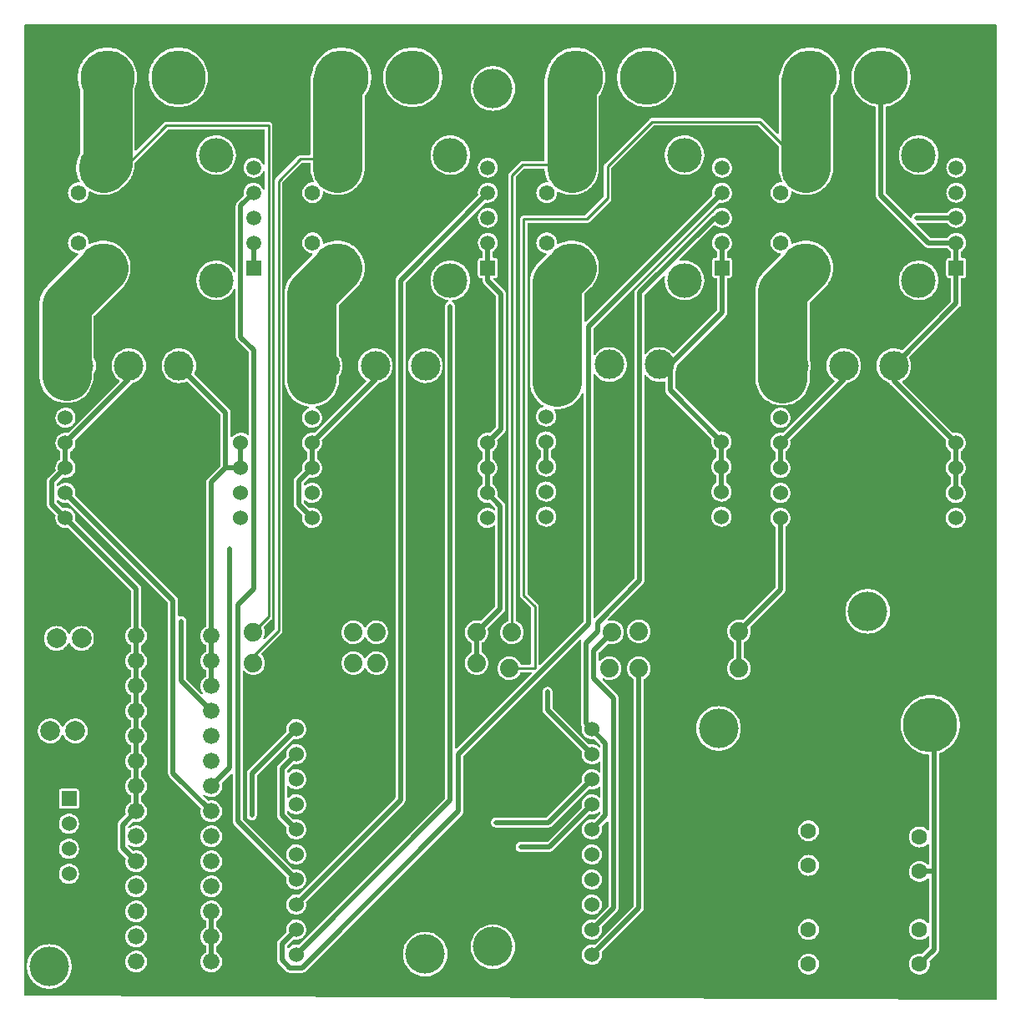
<source format=gtl>
G04 Layer: TopLayer*
G04 EasyEDA v6.5.5, 2022-06-01 22:10:18*
G04 81c8d0c65d2c47f1a3a576b13e5828a4,c96cdaf6a0e44fa3bb1e134f2b5c86cb,10*
G04 Gerber Generator version 0.2*
G04 Scale: 100 percent, Rotated: No, Reflected: No *
G04 Dimensions in millimeters *
G04 leading zeros omitted , absolute positions ,4 integer and 5 decimal *
%FSLAX45Y45*%
%MOMM*%

%ADD11C,0.5000*%
%ADD12C,5.0000*%
%ADD13C,0.2500*%
%ADD14C,0.5000*%
%ADD15C,5.4991*%
%ADD16R,1.5240X1.5240*%
%ADD17C,1.5240*%
%ADD18C,1.6764*%
%ADD19C,3.0000*%
%ADD20C,1.8796*%
%ADD21C,2.0000*%
%ADD22C,1.6000*%
%ADD23R,1.4986X1.4986*%
%ADD24C,1.4986*%
%ADD25C,1.5748*%
%ADD26C,3.5000*%
%ADD27C,4.0000*%

%LPD*%
G36*
X9901377Y-36423D02*
G01*
X57353Y355D01*
X53492Y1168D01*
X50190Y3352D01*
X48006Y6654D01*
X47244Y10515D01*
X47244Y9838944D01*
X48006Y9842855D01*
X50241Y9846106D01*
X53492Y9848342D01*
X57404Y9849104D01*
X9901428Y9849104D01*
X9905339Y9848342D01*
X9908590Y9846106D01*
X9910826Y9842855D01*
X9911588Y9838944D01*
X9911588Y-26263D01*
X9910826Y-30175D01*
X9908590Y-33477D01*
X9905288Y-35661D01*
G37*

%LPC*%
G36*
X300024Y74117D02*
G01*
X320852Y75082D01*
X341528Y77927D01*
X361797Y82702D01*
X381609Y89357D01*
X400710Y97790D01*
X418896Y107950D01*
X436118Y119735D01*
X452170Y133045D01*
X466953Y147828D01*
X480263Y163880D01*
X492048Y181102D01*
X502208Y199288D01*
X510641Y218389D01*
X517296Y238201D01*
X522071Y258470D01*
X524916Y279146D01*
X525881Y299974D01*
X524916Y320852D01*
X522071Y341528D01*
X517296Y361797D01*
X510641Y381609D01*
X502208Y400710D01*
X492048Y418896D01*
X480263Y436118D01*
X466953Y452170D01*
X452170Y466953D01*
X436118Y480263D01*
X418896Y492048D01*
X400710Y502208D01*
X381609Y510641D01*
X361797Y517296D01*
X341528Y522071D01*
X320852Y524916D01*
X300024Y525881D01*
X279146Y524916D01*
X258470Y522071D01*
X238201Y517296D01*
X218389Y510641D01*
X199288Y502208D01*
X181102Y492048D01*
X163880Y480263D01*
X147828Y466953D01*
X133045Y452170D01*
X119735Y436118D01*
X107950Y418896D01*
X97790Y400710D01*
X89357Y381609D01*
X82702Y361797D01*
X77927Y341528D01*
X75082Y320852D01*
X74117Y299974D01*
X75082Y279146D01*
X77927Y258470D01*
X82702Y238201D01*
X89357Y218389D01*
X97790Y199288D01*
X107950Y181102D01*
X119735Y163880D01*
X133045Y147828D01*
X147828Y133045D01*
X163880Y119735D01*
X181102Y107950D01*
X199288Y97790D01*
X218389Y89357D01*
X238201Y82702D01*
X258470Y77927D01*
X279146Y75082D01*
G37*
G36*
X4112514Y199085D02*
G01*
X4133342Y200050D01*
X4154017Y202946D01*
X4174337Y207721D01*
X4194098Y214375D01*
X4213199Y222808D01*
X4231436Y232917D01*
X4248658Y244754D01*
X4264710Y258064D01*
X4279442Y272796D01*
X4292752Y288848D01*
X4304538Y306070D01*
X4314698Y324307D01*
X4323130Y343408D01*
X4329785Y363169D01*
X4334560Y383489D01*
X4337456Y404164D01*
X4338421Y424992D01*
X4337456Y445820D01*
X4334560Y466496D01*
X4329785Y486816D01*
X4323130Y506628D01*
X4314698Y525678D01*
X4304538Y543915D01*
X4292752Y561136D01*
X4279442Y577189D01*
X4264710Y591921D01*
X4248658Y605282D01*
X4231436Y617067D01*
X4213199Y627227D01*
X4194098Y635660D01*
X4174337Y642264D01*
X4154017Y647039D01*
X4133342Y649935D01*
X4112514Y650900D01*
X4091635Y649935D01*
X4071010Y647039D01*
X4050690Y642264D01*
X4030878Y635660D01*
X4011828Y627227D01*
X3993591Y617067D01*
X3976370Y605282D01*
X3960317Y591921D01*
X3945585Y577189D01*
X3932224Y561136D01*
X3920439Y543915D01*
X3910279Y525678D01*
X3901846Y506628D01*
X3895242Y486816D01*
X3890467Y466496D01*
X3887571Y445820D01*
X3886606Y424992D01*
X3887571Y404164D01*
X3890467Y383489D01*
X3895242Y363169D01*
X3901846Y343408D01*
X3910279Y324307D01*
X3920439Y306070D01*
X3932224Y288848D01*
X3945585Y272796D01*
X3960317Y258064D01*
X3976370Y244754D01*
X3993591Y232917D01*
X4011828Y222808D01*
X4030878Y214375D01*
X4050690Y207721D01*
X4071010Y202946D01*
X4091635Y200050D01*
G37*
G36*
X7999984Y219100D02*
G01*
X8013801Y220014D01*
X8027416Y222707D01*
X8040522Y227177D01*
X8052917Y233273D01*
X8064449Y240995D01*
X8074863Y250139D01*
X8084007Y260553D01*
X8091678Y272034D01*
X8097824Y284480D01*
X8102295Y297586D01*
X8104987Y311150D01*
X8105902Y324967D01*
X8104987Y338836D01*
X8102295Y352399D01*
X8097824Y365506D01*
X8091678Y377952D01*
X8084007Y389432D01*
X8074863Y399846D01*
X8064449Y408990D01*
X8052917Y416712D01*
X8040522Y422808D01*
X8027416Y427278D01*
X8013801Y429971D01*
X7999984Y430885D01*
X7986166Y429971D01*
X7972602Y427278D01*
X7959496Y422808D01*
X7947050Y416712D01*
X7935518Y408990D01*
X7925104Y399846D01*
X7916011Y389432D01*
X7908290Y377952D01*
X7902194Y365506D01*
X7897723Y352399D01*
X7895031Y338836D01*
X7894116Y324967D01*
X7895031Y311150D01*
X7897723Y297586D01*
X7902194Y284480D01*
X7908290Y272034D01*
X7916011Y260553D01*
X7925104Y250139D01*
X7935518Y240995D01*
X7947050Y233273D01*
X7959496Y227177D01*
X7972602Y222707D01*
X7986166Y220014D01*
G37*
G36*
X9125000Y219100D02*
G01*
X9138818Y220014D01*
X9152382Y222707D01*
X9165539Y227177D01*
X9177934Y233273D01*
X9189466Y240995D01*
X9199880Y250139D01*
X9209024Y260553D01*
X9216694Y272034D01*
X9222841Y284480D01*
X9227261Y297586D01*
X9230004Y311150D01*
X9230868Y324967D01*
X9230004Y338836D01*
X9227870Y349504D01*
X9227718Y352856D01*
X9228683Y356006D01*
X9230614Y358698D01*
X9308846Y436778D01*
X9312046Y440232D01*
X9314688Y443738D01*
X9317126Y447497D01*
X9319158Y451408D01*
X9320885Y455523D01*
X9322206Y459740D01*
X9323171Y464108D01*
X9323730Y468477D01*
X9323933Y473151D01*
X9323933Y2455468D01*
X9324797Y2459583D01*
X9327286Y2462987D01*
X9330893Y2465070D01*
X9341662Y2468676D01*
X9363964Y2478176D01*
X9385401Y2489454D01*
X9405924Y2502408D01*
X9425279Y2516936D01*
X9443415Y2533040D01*
X9460179Y2550515D01*
X9475520Y2569260D01*
X9489287Y2589225D01*
X9501378Y2610205D01*
X9511792Y2632049D01*
X9520377Y2654706D01*
X9527082Y2678023D01*
X9531959Y2701747D01*
X9534855Y2725775D01*
X9535871Y2750007D01*
X9534855Y2774188D01*
X9531959Y2798267D01*
X9527082Y2821990D01*
X9520377Y2845257D01*
X9511792Y2867914D01*
X9501378Y2889808D01*
X9489287Y2910789D01*
X9475520Y2930753D01*
X9460179Y2949498D01*
X9443415Y2966974D01*
X9425279Y2983026D01*
X9405924Y2997606D01*
X9385401Y3010560D01*
X9363964Y3021787D01*
X9341662Y3031286D01*
X9318701Y3038957D01*
X9295180Y3044748D01*
X9271254Y3048660D01*
X9247124Y3050590D01*
X9222892Y3050590D01*
X9198711Y3048660D01*
X9174835Y3044748D01*
X9151315Y3038957D01*
X9128302Y3031286D01*
X9106001Y3021787D01*
X9084564Y3010560D01*
X9064091Y2997606D01*
X9044736Y2983026D01*
X9026601Y2966974D01*
X9009786Y2949498D01*
X8994495Y2930753D01*
X8980728Y2910789D01*
X8968587Y2889808D01*
X8958224Y2867914D01*
X8949639Y2845257D01*
X8942882Y2821990D01*
X8938056Y2798267D01*
X8935110Y2774188D01*
X8934145Y2750007D01*
X8935110Y2725775D01*
X8938056Y2701747D01*
X8942882Y2678023D01*
X8949639Y2654706D01*
X8958224Y2632049D01*
X8968587Y2610205D01*
X8980728Y2589225D01*
X8994495Y2569260D01*
X9009786Y2550515D01*
X9026601Y2533040D01*
X9044736Y2516936D01*
X9064091Y2502408D01*
X9084564Y2489454D01*
X9106001Y2478176D01*
X9128302Y2468676D01*
X9151315Y2461006D01*
X9174835Y2455214D01*
X9198711Y2451354D01*
X9212783Y2450185D01*
X9216390Y2449220D01*
X9219438Y2446985D01*
X9221419Y2443784D01*
X9222130Y2440076D01*
X9222130Y1688998D01*
X9221317Y1685036D01*
X9218980Y1681683D01*
X9215526Y1679498D01*
X9211513Y1678838D01*
X9207550Y1679854D01*
X9204350Y1682292D01*
X9199880Y1687372D01*
X9189466Y1696516D01*
X9177934Y1704187D01*
X9165539Y1710334D01*
X9152382Y1714804D01*
X9138818Y1717497D01*
X9125000Y1718411D01*
X9111183Y1717497D01*
X9097619Y1714804D01*
X9084462Y1710334D01*
X9072067Y1704187D01*
X9060535Y1696516D01*
X9050121Y1687372D01*
X9040977Y1676958D01*
X9033306Y1665427D01*
X9027160Y1653032D01*
X9022740Y1639925D01*
X9019997Y1626311D01*
X9019133Y1612493D01*
X9019997Y1598676D01*
X9022740Y1585112D01*
X9027160Y1572006D01*
X9033306Y1559560D01*
X9040977Y1548028D01*
X9050121Y1537614D01*
X9060535Y1528521D01*
X9072067Y1520799D01*
X9084462Y1514703D01*
X9097619Y1510233D01*
X9111183Y1507540D01*
X9125000Y1506626D01*
X9138818Y1507540D01*
X9152382Y1510233D01*
X9165539Y1514703D01*
X9177934Y1520799D01*
X9189466Y1528521D01*
X9199880Y1537614D01*
X9204350Y1542694D01*
X9207550Y1545183D01*
X9211513Y1546148D01*
X9215526Y1545539D01*
X9218980Y1543354D01*
X9221317Y1540002D01*
X9222130Y1535988D01*
X9222130Y1338986D01*
X9221317Y1335024D01*
X9218980Y1331671D01*
X9215526Y1329486D01*
X9211513Y1328826D01*
X9207550Y1329842D01*
X9204350Y1332280D01*
X9199880Y1337360D01*
X9189466Y1346504D01*
X9177934Y1354175D01*
X9165539Y1360322D01*
X9152382Y1364792D01*
X9138818Y1367485D01*
X9125000Y1368399D01*
X9111183Y1367485D01*
X9097619Y1364792D01*
X9084462Y1360322D01*
X9072067Y1354175D01*
X9060535Y1346504D01*
X9050121Y1337360D01*
X9040977Y1326946D01*
X9033306Y1315415D01*
X9027160Y1303020D01*
X9022740Y1289913D01*
X9019997Y1276299D01*
X9019133Y1262481D01*
X9019997Y1248664D01*
X9022740Y1235100D01*
X9027160Y1221994D01*
X9033306Y1209548D01*
X9040977Y1198016D01*
X9050121Y1187602D01*
X9060535Y1178509D01*
X9072067Y1170787D01*
X9084462Y1164691D01*
X9097619Y1160221D01*
X9111183Y1157528D01*
X9125000Y1156614D01*
X9138818Y1157528D01*
X9152382Y1160221D01*
X9165539Y1164691D01*
X9177934Y1170787D01*
X9189466Y1178509D01*
X9199880Y1187602D01*
X9204350Y1192682D01*
X9207550Y1195171D01*
X9211513Y1196136D01*
X9215526Y1195527D01*
X9218980Y1193342D01*
X9221317Y1189990D01*
X9222130Y1185976D01*
X9222130Y751484D01*
X9221317Y747522D01*
X9218980Y744169D01*
X9215526Y741984D01*
X9211513Y741375D01*
X9207550Y742340D01*
X9204350Y744778D01*
X9199880Y749858D01*
X9189466Y759002D01*
X9177934Y766724D01*
X9165539Y772820D01*
X9152382Y777290D01*
X9138818Y779983D01*
X9125000Y780897D01*
X9111183Y779983D01*
X9097619Y777290D01*
X9084462Y772820D01*
X9072067Y766724D01*
X9060535Y759002D01*
X9050121Y749858D01*
X9040977Y739444D01*
X9033306Y727964D01*
X9027160Y715518D01*
X9022740Y702411D01*
X9019997Y688848D01*
X9019133Y674979D01*
X9019997Y661162D01*
X9022740Y647598D01*
X9027160Y634492D01*
X9033306Y622046D01*
X9040977Y610565D01*
X9050121Y600151D01*
X9060535Y591007D01*
X9072067Y583285D01*
X9084462Y577189D01*
X9097619Y572719D01*
X9111183Y570026D01*
X9125000Y569112D01*
X9138818Y570026D01*
X9152382Y572719D01*
X9165539Y577189D01*
X9177934Y583285D01*
X9189466Y591007D01*
X9199880Y600151D01*
X9204350Y605231D01*
X9207550Y607669D01*
X9211513Y608634D01*
X9215526Y608025D01*
X9218980Y605840D01*
X9221317Y602488D01*
X9222130Y598525D01*
X9222130Y498297D01*
X9221368Y494385D01*
X9219133Y491083D01*
X9158579Y430631D01*
X9155887Y428701D01*
X9152737Y427735D01*
X9149435Y427837D01*
X9138818Y429971D01*
X9125000Y430885D01*
X9111183Y429971D01*
X9097619Y427278D01*
X9084462Y422808D01*
X9072067Y416712D01*
X9060535Y408990D01*
X9050121Y399846D01*
X9040977Y389432D01*
X9033306Y377952D01*
X9027160Y365506D01*
X9022740Y352399D01*
X9019997Y338836D01*
X9019133Y324967D01*
X9019997Y311150D01*
X9022740Y297586D01*
X9027160Y284480D01*
X9033306Y272034D01*
X9040977Y260553D01*
X9050121Y250139D01*
X9060535Y240995D01*
X9072067Y233273D01*
X9084462Y227177D01*
X9097619Y222707D01*
X9111183Y220014D01*
G37*
G36*
X2737561Y236880D02*
G01*
X2865932Y236880D01*
X2870555Y237083D01*
X2874975Y237642D01*
X2879293Y238607D01*
X2883560Y239928D01*
X2887675Y241655D01*
X2891586Y243687D01*
X2895346Y246075D01*
X2898851Y248767D01*
X2902305Y251967D01*
X4486198Y1836064D01*
X4489348Y1839518D01*
X4492040Y1843024D01*
X4494428Y1846783D01*
X4496460Y1850745D01*
X4498187Y1854809D01*
X4499508Y1859076D01*
X4500473Y1863394D01*
X4501032Y1867814D01*
X4501235Y1872437D01*
X4501235Y2426817D01*
X4501997Y2430729D01*
X4504232Y2433980D01*
X5678119Y3607714D01*
X5681929Y3610101D01*
X5686399Y3610610D01*
X5690666Y3609136D01*
X5693867Y3605987D01*
X5695391Y3601770D01*
X5694934Y3597300D01*
X5693003Y3591458D01*
X5692038Y3587191D01*
X5691479Y3582771D01*
X5691276Y3578148D01*
X5691276Y2766009D01*
X5691479Y2761386D01*
X5692038Y2756966D01*
X5693003Y2752648D01*
X5694324Y2748381D01*
X5696051Y2744317D01*
X5698032Y2740456D01*
X5701436Y2735427D01*
X5703011Y2731414D01*
X5702452Y2725826D01*
X5700623Y2712313D01*
X5700623Y2698699D01*
X5702452Y2685186D01*
X5706059Y2672029D01*
X5711393Y2659481D01*
X5718352Y2647746D01*
X5726785Y2637028D01*
X5736590Y2627528D01*
X5747562Y2619451D01*
X5759551Y2612898D01*
X5772251Y2608021D01*
X5785510Y2604820D01*
X5799074Y2603449D01*
X5812739Y2603906D01*
X5824118Y2605836D01*
X5827318Y2605887D01*
X5830366Y2604871D01*
X5832957Y2602992D01*
X5888685Y2547264D01*
X5890920Y2544013D01*
X5891682Y2540101D01*
X5891682Y2531110D01*
X5890869Y2527147D01*
X5888583Y2523845D01*
X5885180Y2521661D01*
X5881166Y2520950D01*
X5877255Y2521915D01*
X5873445Y2524861D01*
X5863031Y2533700D01*
X5851550Y2541016D01*
X5839206Y2546756D01*
X5826150Y2550820D01*
X5812739Y2553055D01*
X5799074Y2553512D01*
X5785510Y2552141D01*
X5781598Y2551226D01*
X5778144Y2551023D01*
X5774842Y2551938D01*
X5772048Y2553919D01*
X5407202Y2918815D01*
X5404967Y2922066D01*
X5404205Y2925978D01*
X5404205Y3083102D01*
X5403392Y3092399D01*
X5401106Y3100933D01*
X5397347Y3109010D01*
X5392318Y3116224D01*
X5384952Y3123336D01*
X5377434Y3128365D01*
X5369001Y3131921D01*
X5360009Y3134004D01*
X5351221Y3134410D01*
X5344261Y3133648D01*
X5335727Y3131312D01*
X5333441Y3130448D01*
X5327700Y3127552D01*
X5325364Y3126130D01*
X5320487Y3122472D01*
X5318201Y3120440D01*
X5314238Y3116173D01*
X5312156Y3113532D01*
X5309209Y3108960D01*
X5307482Y3105708D01*
X5305450Y3100933D01*
X5304231Y3097123D01*
X5303164Y3092348D01*
X5302605Y3088132D01*
X5302402Y3083356D01*
X5302402Y2900883D01*
X5302605Y2896260D01*
X5303164Y2891840D01*
X5304129Y2887522D01*
X5305450Y2883255D01*
X5307177Y2879191D01*
X5309209Y2875229D01*
X5311597Y2871470D01*
X5314289Y2867964D01*
X5317439Y2864510D01*
X5699963Y2482037D01*
X5701995Y2479141D01*
X5702858Y2475687D01*
X5700623Y2458313D01*
X5700623Y2444699D01*
X5702452Y2431186D01*
X5706059Y2418029D01*
X5711393Y2405481D01*
X5718352Y2393746D01*
X5726785Y2383028D01*
X5736590Y2373528D01*
X5747562Y2365451D01*
X5759551Y2358898D01*
X5772251Y2354021D01*
X5785510Y2350820D01*
X5799074Y2349449D01*
X5812739Y2349906D01*
X5826150Y2352192D01*
X5839206Y2356256D01*
X5851550Y2361996D01*
X5863031Y2369312D01*
X5877255Y2381097D01*
X5881166Y2382012D01*
X5885180Y2381351D01*
X5888583Y2379167D01*
X5890869Y2375814D01*
X5891682Y2371852D01*
X5891682Y2277110D01*
X5890869Y2273147D01*
X5888583Y2269845D01*
X5885180Y2267661D01*
X5881166Y2266950D01*
X5877255Y2267915D01*
X5873445Y2270861D01*
X5863031Y2279700D01*
X5851550Y2287016D01*
X5839206Y2292756D01*
X5826150Y2296820D01*
X5812739Y2299055D01*
X5799074Y2299512D01*
X5785510Y2298141D01*
X5772251Y2294991D01*
X5759551Y2290114D01*
X5747562Y2283561D01*
X5736590Y2275433D01*
X5726785Y2265984D01*
X5718352Y2255266D01*
X5711393Y2243531D01*
X5706059Y2230983D01*
X5702452Y2217826D01*
X5700623Y2204313D01*
X5700623Y2190699D01*
X5702960Y2173071D01*
X5702046Y2169668D01*
X5700014Y2166772D01*
X5347411Y1814372D01*
X5344109Y1812137D01*
X5340197Y1811375D01*
X4828489Y1811324D01*
X4821529Y1810562D01*
X4812995Y1808225D01*
X4810709Y1807362D01*
X4804968Y1804466D01*
X4802632Y1803044D01*
X4797755Y1799386D01*
X4795469Y1797354D01*
X4791506Y1793087D01*
X4789424Y1790446D01*
X4786477Y1785874D01*
X4784750Y1782622D01*
X4782718Y1777847D01*
X4781499Y1774037D01*
X4780432Y1769262D01*
X4779873Y1765046D01*
X4779670Y1760474D01*
X4779873Y1755902D01*
X4780432Y1751685D01*
X4781499Y1746910D01*
X4782718Y1743100D01*
X4784750Y1738325D01*
X4786477Y1735074D01*
X4789424Y1730502D01*
X4791506Y1727860D01*
X4795469Y1723593D01*
X4797755Y1721561D01*
X4802632Y1717903D01*
X4804968Y1716481D01*
X4810709Y1713585D01*
X4812893Y1712772D01*
X4821732Y1710385D01*
X4831029Y1709572D01*
X5365292Y1709572D01*
X5369915Y1709775D01*
X5374335Y1710334D01*
X5378653Y1711299D01*
X5382920Y1712620D01*
X5386984Y1714347D01*
X5390946Y1716379D01*
X5394655Y1718767D01*
X5398211Y1721459D01*
X5401614Y1724609D01*
X5772251Y2095042D01*
X5775045Y2097024D01*
X5778347Y2097938D01*
X5781802Y2097735D01*
X5785510Y2096820D01*
X5799074Y2095449D01*
X5812739Y2095906D01*
X5826150Y2098192D01*
X5839206Y2102256D01*
X5851550Y2107996D01*
X5863031Y2115312D01*
X5877255Y2127097D01*
X5881166Y2128012D01*
X5885180Y2127351D01*
X5888583Y2125167D01*
X5890869Y2121814D01*
X5891682Y2117852D01*
X5891682Y2023110D01*
X5890869Y2019147D01*
X5888583Y2015845D01*
X5885180Y2013661D01*
X5881166Y2012950D01*
X5877255Y2013915D01*
X5873445Y2016861D01*
X5863031Y2025700D01*
X5851550Y2033016D01*
X5839206Y2038756D01*
X5826150Y2042820D01*
X5812739Y2045055D01*
X5799074Y2045512D01*
X5785510Y2044141D01*
X5772251Y2040991D01*
X5759551Y2036114D01*
X5747562Y2029561D01*
X5736590Y2021433D01*
X5726785Y2011984D01*
X5718352Y2001266D01*
X5711393Y1989531D01*
X5706059Y1976983D01*
X5702452Y1963826D01*
X5700623Y1950313D01*
X5700623Y1936699D01*
X5702960Y1919071D01*
X5702046Y1915668D01*
X5700014Y1912772D01*
X5351983Y1564944D01*
X5348681Y1562709D01*
X5344769Y1561947D01*
X5077663Y1561896D01*
X5070703Y1561134D01*
X5062169Y1558798D01*
X5059883Y1557934D01*
X5054142Y1555038D01*
X5051806Y1553616D01*
X5046929Y1549958D01*
X5044643Y1547926D01*
X5040680Y1543659D01*
X5038598Y1541018D01*
X5035651Y1536446D01*
X5033924Y1533194D01*
X5031892Y1528419D01*
X5030673Y1524609D01*
X5029606Y1519834D01*
X5029047Y1515618D01*
X5028844Y1511046D01*
X5029047Y1506474D01*
X5029606Y1502257D01*
X5030673Y1497482D01*
X5031892Y1493672D01*
X5033924Y1488897D01*
X5035651Y1485646D01*
X5038598Y1481074D01*
X5040680Y1478432D01*
X5044643Y1474165D01*
X5046929Y1472133D01*
X5051806Y1468475D01*
X5054142Y1467053D01*
X5059883Y1464157D01*
X5062067Y1463344D01*
X5070906Y1460957D01*
X5080203Y1460144D01*
X5369864Y1460144D01*
X5374487Y1460347D01*
X5378907Y1460906D01*
X5383225Y1461871D01*
X5387492Y1463192D01*
X5391556Y1464919D01*
X5395518Y1466951D01*
X5399227Y1469339D01*
X5402783Y1472031D01*
X5406186Y1475181D01*
X5772251Y1841042D01*
X5775045Y1843024D01*
X5778347Y1843938D01*
X5781802Y1843735D01*
X5785510Y1842820D01*
X5799074Y1841449D01*
X5812739Y1841906D01*
X5826150Y1844192D01*
X5839206Y1848256D01*
X5851550Y1853996D01*
X5863031Y1861312D01*
X5877255Y1873097D01*
X5881166Y1874012D01*
X5885180Y1873351D01*
X5888583Y1871167D01*
X5890869Y1867814D01*
X5891682Y1863852D01*
X5891682Y1854809D01*
X5890920Y1850948D01*
X5888685Y1847646D01*
X5833110Y1791970D01*
X5830519Y1790090D01*
X5827471Y1789125D01*
X5824270Y1789125D01*
X5812739Y1791055D01*
X5799074Y1791512D01*
X5785510Y1790141D01*
X5772251Y1786991D01*
X5759551Y1782114D01*
X5747562Y1775561D01*
X5736590Y1767433D01*
X5726785Y1757984D01*
X5718352Y1747266D01*
X5711393Y1735531D01*
X5706059Y1722983D01*
X5702452Y1709826D01*
X5700623Y1696313D01*
X5700623Y1682699D01*
X5702452Y1669186D01*
X5706059Y1656029D01*
X5711393Y1643481D01*
X5718352Y1631746D01*
X5726785Y1621028D01*
X5736590Y1611528D01*
X5747562Y1603451D01*
X5759551Y1596898D01*
X5772251Y1592021D01*
X5785510Y1588820D01*
X5799074Y1587449D01*
X5812739Y1587906D01*
X5826150Y1590192D01*
X5839206Y1594256D01*
X5851550Y1599996D01*
X5863031Y1607312D01*
X5873445Y1616100D01*
X5882640Y1626209D01*
X5890310Y1637487D01*
X5896508Y1649628D01*
X5900978Y1662531D01*
X5903671Y1675892D01*
X5904585Y1689506D01*
X5903671Y1703120D01*
X5902147Y1710588D01*
X5902045Y1713890D01*
X5903010Y1717090D01*
X5904941Y1719783D01*
X5954572Y1769516D01*
X5957874Y1771751D01*
X5961786Y1772513D01*
X5965647Y1771751D01*
X5968949Y1769516D01*
X5971184Y1766265D01*
X5971946Y1762353D01*
X5971946Y919124D01*
X5971184Y915212D01*
X5968949Y911910D01*
X5833160Y775970D01*
X5830570Y774090D01*
X5827522Y773074D01*
X5824270Y773125D01*
X5812739Y775055D01*
X5799074Y775512D01*
X5785510Y774141D01*
X5772251Y770991D01*
X5759551Y766114D01*
X5747562Y759561D01*
X5736590Y751433D01*
X5726785Y741984D01*
X5718352Y731266D01*
X5711393Y719531D01*
X5706059Y706983D01*
X5702452Y693826D01*
X5700623Y680313D01*
X5700623Y666699D01*
X5702452Y653186D01*
X5706059Y640029D01*
X5711393Y627481D01*
X5718352Y615746D01*
X5726785Y605028D01*
X5736590Y595528D01*
X5747562Y587451D01*
X5759551Y580898D01*
X5772251Y576021D01*
X5785510Y572820D01*
X5799074Y571449D01*
X5812739Y571906D01*
X5826150Y574192D01*
X5839206Y578256D01*
X5851550Y583996D01*
X5863031Y591312D01*
X5873445Y600100D01*
X5882640Y610209D01*
X5890310Y621487D01*
X5896508Y633628D01*
X5900978Y646531D01*
X5903671Y659892D01*
X5904585Y673506D01*
X5903671Y687120D01*
X5902147Y694537D01*
X5902045Y697839D01*
X5903010Y701040D01*
X5904941Y703732D01*
X6058712Y857707D01*
X6061811Y861110D01*
X6064554Y864666D01*
X6066942Y868375D01*
X6068974Y872337D01*
X6070650Y876401D01*
X6072022Y880668D01*
X6072987Y884986D01*
X6073546Y889406D01*
X6073749Y894029D01*
X6073749Y3018840D01*
X6073546Y3023463D01*
X6072987Y3027883D01*
X6072022Y3032201D01*
X6070650Y3036468D01*
X6068974Y3040532D01*
X6066942Y3044494D01*
X6064554Y3048203D01*
X6061811Y3051759D01*
X6058712Y3055162D01*
X5912967Y3201111D01*
X5910681Y3204514D01*
X5909970Y3208528D01*
X5910884Y3212490D01*
X5913221Y3215792D01*
X5916726Y3217875D01*
X5920740Y3218434D01*
X5924651Y3217418D01*
X5935268Y3212134D01*
X5949188Y3207207D01*
X5963615Y3204057D01*
X5978296Y3202686D01*
X5993079Y3203143D01*
X6007658Y3205429D01*
X6021832Y3209442D01*
X6035446Y3215182D01*
X6048197Y3222599D01*
X6059982Y3231489D01*
X6070600Y3241751D01*
X6079845Y3253232D01*
X6087618Y3265779D01*
X6093764Y3279190D01*
X6098235Y3293262D01*
X6100978Y3307791D01*
X6101892Y3322523D01*
X6100978Y3337255D01*
X6098235Y3351733D01*
X6093764Y3365804D01*
X6087618Y3379215D01*
X6079845Y3391763D01*
X6070600Y3403244D01*
X6059982Y3413556D01*
X6048197Y3422446D01*
X6035446Y3429812D01*
X6021832Y3435553D01*
X6007658Y3439617D01*
X5993079Y3441852D01*
X5978296Y3442309D01*
X5963615Y3440937D01*
X5949188Y3437788D01*
X5935268Y3432911D01*
X5922060Y3426307D01*
X5909767Y3418179D01*
X5898540Y3408578D01*
X5891276Y3400551D01*
X5888024Y3398164D01*
X5884062Y3397250D01*
X5880100Y3397961D01*
X5876696Y3400094D01*
X5874410Y3403447D01*
X5873597Y3407410D01*
X5873597Y3476853D01*
X5874359Y3480765D01*
X5876594Y3484016D01*
X5962954Y3570427D01*
X5966053Y3572560D01*
X5969762Y3573373D01*
X5989624Y3569055D01*
X6004306Y3567684D01*
X6019038Y3568141D01*
X6033668Y3570427D01*
X6047841Y3574440D01*
X6061405Y3580180D01*
X6074206Y3587597D01*
X6085992Y3596487D01*
X6096558Y3606749D01*
X6105855Y3618229D01*
X6113627Y3630777D01*
X6119774Y3644188D01*
X6124244Y3658260D01*
X6126937Y3672789D01*
X6127851Y3687521D01*
X6126937Y3702253D01*
X6124244Y3716731D01*
X6119774Y3730802D01*
X6113627Y3744214D01*
X6105855Y3756761D01*
X6096558Y3768242D01*
X6085992Y3778554D01*
X6074206Y3787444D01*
X6061405Y3794810D01*
X6047841Y3800551D01*
X6033668Y3804615D01*
X6019038Y3806850D01*
X6004306Y3807307D01*
X5989624Y3805936D01*
X5977178Y3803243D01*
X5972860Y3803243D01*
X5968898Y3805021D01*
X5966053Y3808272D01*
X5964834Y3812438D01*
X5965494Y3816705D01*
X5967831Y3820312D01*
X6320536Y4172864D01*
X6323736Y4176318D01*
X6326428Y4179824D01*
X6328816Y4183583D01*
X6330848Y4187494D01*
X6332575Y4191609D01*
X6333896Y4195826D01*
X6334861Y4200194D01*
X6335420Y4204563D01*
X6335623Y4209237D01*
X6335623Y6283960D01*
X6336436Y6287973D01*
X6338773Y6291326D01*
X6342227Y6293510D01*
X6346240Y6294120D01*
X6350152Y6293154D01*
X6353403Y6290665D01*
X6363919Y6278778D01*
X6377178Y6266484D01*
X6391656Y6255613D01*
X6407200Y6246266D01*
X6423609Y6238595D01*
X6440728Y6232652D01*
X6458305Y6228486D01*
X6476288Y6226149D01*
X6494373Y6225692D01*
X6512458Y6227114D01*
X6530289Y6230366D01*
X6534759Y6231636D01*
X6538468Y6231991D01*
X6542074Y6231026D01*
X6545072Y6228740D01*
X6547053Y6225590D01*
X6547764Y6221882D01*
X6547764Y6140399D01*
X6547967Y6135725D01*
X6548526Y6131356D01*
X6549491Y6126988D01*
X6550812Y6122771D01*
X6552539Y6118656D01*
X6554571Y6114745D01*
X6556959Y6110986D01*
X6559651Y6107480D01*
X6562852Y6104026D01*
X7014972Y5652109D01*
X7017003Y5649214D01*
X7017918Y5645810D01*
X7015632Y5628335D01*
X7015632Y5614670D01*
X7017461Y5601157D01*
X7021068Y5588000D01*
X7026402Y5575452D01*
X7033310Y5563717D01*
X7041794Y5552998D01*
X7051598Y5543550D01*
X7062571Y5535472D01*
X7064756Y5533237D01*
X7066178Y5530392D01*
X7066686Y5527294D01*
X7066686Y5461711D01*
X7066178Y5458612D01*
X7064756Y5455767D01*
X7062571Y5453532D01*
X7051598Y5445455D01*
X7041794Y5435955D01*
X7033310Y5425287D01*
X7026402Y5413552D01*
X7021068Y5401005D01*
X7017461Y5387848D01*
X7015632Y5374335D01*
X7015632Y5360670D01*
X7017461Y5347157D01*
X7021068Y5334000D01*
X7026402Y5321452D01*
X7033310Y5309717D01*
X7041794Y5298998D01*
X7051598Y5289550D01*
X7062571Y5281472D01*
X7064756Y5279237D01*
X7066178Y5276392D01*
X7066686Y5273294D01*
X7066686Y5207711D01*
X7066178Y5204612D01*
X7064756Y5201767D01*
X7062571Y5199532D01*
X7051598Y5191455D01*
X7041794Y5181955D01*
X7033310Y5171287D01*
X7026402Y5159552D01*
X7021068Y5147005D01*
X7017461Y5133848D01*
X7015632Y5120335D01*
X7015632Y5106670D01*
X7017461Y5093157D01*
X7021068Y5080000D01*
X7026402Y5067452D01*
X7033310Y5055717D01*
X7041794Y5044998D01*
X7051598Y5035550D01*
X7062571Y5027472D01*
X7074509Y5020919D01*
X7087260Y5015992D01*
X7100519Y5012842D01*
X7114082Y5011470D01*
X7127697Y5011928D01*
X7141159Y5014214D01*
X7154214Y5018227D01*
X7166559Y5023967D01*
X7178040Y5031333D01*
X7188453Y5040122D01*
X7197598Y5050231D01*
X7205319Y5061458D01*
X7211466Y5073650D01*
X7215936Y5086553D01*
X7218680Y5099913D01*
X7219594Y5113477D01*
X7218680Y5127091D01*
X7215936Y5140452D01*
X7211466Y5153355D01*
X7205319Y5165547D01*
X7197598Y5176774D01*
X7188453Y5186883D01*
X7178040Y5195671D01*
X7173214Y5198770D01*
X7170674Y5201056D01*
X7169048Y5204002D01*
X7168489Y5207355D01*
X7168489Y5273649D01*
X7169048Y5277002D01*
X7170674Y5279948D01*
X7173214Y5282184D01*
X7178040Y5285333D01*
X7188453Y5294122D01*
X7197598Y5304231D01*
X7205319Y5315458D01*
X7211466Y5327650D01*
X7215936Y5340553D01*
X7218680Y5353913D01*
X7219594Y5367477D01*
X7218680Y5381091D01*
X7215936Y5394452D01*
X7211466Y5407355D01*
X7205319Y5419547D01*
X7197598Y5430774D01*
X7188453Y5440883D01*
X7178040Y5449671D01*
X7173214Y5452770D01*
X7170674Y5455056D01*
X7169048Y5458002D01*
X7168489Y5461355D01*
X7168489Y5527649D01*
X7169048Y5531002D01*
X7170674Y5533948D01*
X7173214Y5536184D01*
X7178040Y5539333D01*
X7188453Y5548122D01*
X7197598Y5558231D01*
X7205319Y5569458D01*
X7211466Y5581650D01*
X7215936Y5594553D01*
X7218680Y5607913D01*
X7219594Y5621477D01*
X7218680Y5635091D01*
X7215936Y5648452D01*
X7211466Y5661355D01*
X7205319Y5673547D01*
X7197598Y5684774D01*
X7188453Y5694883D01*
X7178040Y5703671D01*
X7166559Y5711037D01*
X7154214Y5716778D01*
X7141159Y5720791D01*
X7127697Y5723077D01*
X7114082Y5723534D01*
X7100519Y5722162D01*
X7096658Y5721248D01*
X7093254Y5721045D01*
X7089952Y5721959D01*
X7087158Y5723940D01*
X6652564Y6158331D01*
X6650329Y6161633D01*
X6649567Y6165494D01*
X6649567Y6325768D01*
X6651040Y6331102D01*
X6657441Y6348018D01*
X6662064Y6365544D01*
X6664807Y6383426D01*
X6665315Y6392519D01*
X6666179Y6396126D01*
X6668262Y6399174D01*
X7158786Y6889648D01*
X7161936Y6893102D01*
X7164628Y6896608D01*
X7167016Y6900367D01*
X7169048Y6904329D01*
X7170775Y6908393D01*
X7172096Y6912660D01*
X7173061Y6916978D01*
X7173620Y6921398D01*
X7173823Y6926021D01*
X7173823Y7269988D01*
X7174585Y7273899D01*
X7176820Y7277201D01*
X7180122Y7279386D01*
X7183983Y7280148D01*
X7197344Y7280148D01*
X7203694Y7280859D01*
X7209129Y7282789D01*
X7214057Y7285888D01*
X7218121Y7289952D01*
X7221220Y7294880D01*
X7223150Y7300315D01*
X7223861Y7306665D01*
X7223861Y7455357D01*
X7223150Y7461707D01*
X7221220Y7467142D01*
X7218121Y7472019D01*
X7214057Y7476134D01*
X7209129Y7479233D01*
X7203694Y7481112D01*
X7197344Y7481824D01*
X7183983Y7481824D01*
X7180122Y7482636D01*
X7176820Y7484821D01*
X7174585Y7488123D01*
X7173823Y7491984D01*
X7173823Y7542428D01*
X7174433Y7545831D01*
X7176160Y7548880D01*
X7190638Y7560208D01*
X7199985Y7569911D01*
X7207961Y7580731D01*
X7214463Y7592568D01*
X7219289Y7605115D01*
X7222388Y7618222D01*
X7223759Y7631633D01*
X7223302Y7645095D01*
X7221067Y7658353D01*
X7217054Y7671257D01*
X7211415Y7683449D01*
X7204151Y7694777D01*
X7195464Y7705090D01*
X7185456Y7714132D01*
X7174382Y7721752D01*
X7162342Y7727797D01*
X7149642Y7732217D01*
X7136434Y7734909D01*
X7123023Y7735824D01*
X7109561Y7734909D01*
X7096353Y7732217D01*
X7083653Y7727797D01*
X7071614Y7721752D01*
X7060539Y7714132D01*
X7050531Y7705090D01*
X7041845Y7694777D01*
X7034580Y7683449D01*
X7028942Y7671257D01*
X7024928Y7658353D01*
X7022693Y7645095D01*
X7022236Y7631633D01*
X7023608Y7618222D01*
X7026706Y7605115D01*
X7031532Y7592568D01*
X7038035Y7580731D01*
X7046010Y7569911D01*
X7055358Y7560208D01*
X7069683Y7548981D01*
X7071410Y7545933D01*
X7072020Y7542479D01*
X7072020Y7491984D01*
X7071258Y7488123D01*
X7069023Y7484821D01*
X7065721Y7482636D01*
X7061860Y7481824D01*
X7048652Y7481824D01*
X7042302Y7481112D01*
X7036866Y7479233D01*
X7031939Y7476134D01*
X7027875Y7472019D01*
X7024776Y7467142D01*
X7022896Y7461707D01*
X7022185Y7455357D01*
X7022185Y7306665D01*
X7022896Y7300315D01*
X7024776Y7294880D01*
X7027875Y7289952D01*
X7031939Y7285888D01*
X7036866Y7282789D01*
X7042302Y7280859D01*
X7048652Y7280148D01*
X7061860Y7280148D01*
X7065721Y7279386D01*
X7069023Y7277201D01*
X7071258Y7273899D01*
X7072020Y7269988D01*
X7072020Y6951116D01*
X7071258Y6947204D01*
X7069023Y6943953D01*
X6639255Y6514134D01*
X6635648Y6511798D01*
X6631482Y6511188D01*
X6627368Y6512306D01*
X6624066Y6514998D01*
X6621983Y6517640D01*
X6609334Y6530644D01*
X6595414Y6542227D01*
X6580428Y6552336D01*
X6564426Y6560820D01*
X6547662Y6567678D01*
X6530289Y6572707D01*
X6512458Y6575958D01*
X6494373Y6577380D01*
X6476288Y6576923D01*
X6458305Y6574586D01*
X6440728Y6570421D01*
X6423609Y6564477D01*
X6407200Y6556806D01*
X6391656Y6547459D01*
X6377178Y6536588D01*
X6363919Y6524294D01*
X6353403Y6512356D01*
X6350152Y6509918D01*
X6346240Y6508953D01*
X6342227Y6509562D01*
X6338773Y6511747D01*
X6336436Y6515100D01*
X6335623Y6519062D01*
X6335623Y7104227D01*
X6336385Y7108139D01*
X6338620Y7111441D01*
X6527495Y7300366D01*
X6531000Y7302652D01*
X6535166Y7303312D01*
X6539230Y7302246D01*
X6542531Y7299655D01*
X6544462Y7295896D01*
X6544716Y7291730D01*
X6542024Y7273391D01*
X6541109Y7253986D01*
X6542024Y7234631D01*
X6544868Y7215428D01*
X6549491Y7196531D01*
X6555943Y7178243D01*
X6564122Y7160615D01*
X6573977Y7143902D01*
X6585356Y7128205D01*
X6598259Y7113676D01*
X6612432Y7100468D01*
X6627875Y7088682D01*
X6644386Y7078421D01*
X6661759Y7069836D01*
X6679946Y7062927D01*
X6698640Y7057847D01*
X6717792Y7054545D01*
X6737146Y7053173D01*
X6756552Y7053630D01*
X6775805Y7055967D01*
X6794753Y7060184D01*
X6813245Y7066178D01*
X6831025Y7073900D01*
X6847992Y7083348D01*
X6863994Y7094372D01*
X6878828Y7106869D01*
X6892391Y7120788D01*
X6904532Y7135926D01*
X6915150Y7152131D01*
X6924192Y7169353D01*
X6931507Y7187336D01*
X6937044Y7205929D01*
X6940803Y7224979D01*
X6942683Y7244283D01*
X6942683Y7263688D01*
X6940803Y7283043D01*
X6937044Y7302093D01*
X6931507Y7320686D01*
X6924192Y7338669D01*
X6915150Y7355840D01*
X6904532Y7372096D01*
X6892391Y7387234D01*
X6878828Y7401102D01*
X6863994Y7413650D01*
X6847992Y7424674D01*
X6831025Y7434072D01*
X6813245Y7441844D01*
X6794753Y7447838D01*
X6775805Y7452004D01*
X6756552Y7454392D01*
X6737146Y7454849D01*
X6717792Y7453426D01*
X6704279Y7451140D01*
X6700062Y7451293D01*
X6696252Y7453172D01*
X6693560Y7456474D01*
X6692442Y7460589D01*
X6693103Y7464755D01*
X6695389Y7468311D01*
X7041083Y7814157D01*
X7044131Y7816240D01*
X7047687Y7817103D01*
X7051344Y7816646D01*
X7054596Y7814919D01*
X7065975Y7805877D01*
X7077506Y7799019D01*
X7089952Y7793786D01*
X7102906Y7790230D01*
X7116267Y7788402D01*
X7129729Y7788402D01*
X7143089Y7790230D01*
X7156094Y7793786D01*
X7168489Y7799019D01*
X7180072Y7805877D01*
X7190638Y7814208D01*
X7199985Y7823911D01*
X7207961Y7834731D01*
X7214463Y7846568D01*
X7219289Y7859115D01*
X7222388Y7872222D01*
X7223759Y7885633D01*
X7223302Y7899095D01*
X7221067Y7912353D01*
X7217054Y7925257D01*
X7211415Y7937449D01*
X7204151Y7948777D01*
X7195464Y7959090D01*
X7185456Y7968132D01*
X7174382Y7975752D01*
X7162342Y7981797D01*
X7149642Y7986217D01*
X7136434Y7988909D01*
X7123023Y7989824D01*
X7109561Y7988909D01*
X7096353Y7986217D01*
X7083653Y7981797D01*
X7071614Y7975752D01*
X7060539Y7968132D01*
X7050531Y7959090D01*
X7041845Y7948777D01*
X7037984Y7942732D01*
X7035495Y7940040D01*
X7032193Y7938414D01*
X7026402Y7936788D01*
X7022388Y7935112D01*
X7018477Y7933080D01*
X7014718Y7930692D01*
X7011212Y7928000D01*
X7007758Y7924800D01*
X6248857Y7165695D01*
X6245707Y7162241D01*
X6243015Y7158736D01*
X6240627Y7154976D01*
X6238595Y7151014D01*
X6236868Y7146950D01*
X6235547Y7142683D01*
X6234582Y7138365D01*
X6234023Y7133945D01*
X6233820Y7129322D01*
X6233820Y4234332D01*
X6233058Y4230471D01*
X6230823Y4227169D01*
X5836615Y3833164D01*
X5833313Y3830929D01*
X5829401Y3830167D01*
X5825540Y3830929D01*
X5822238Y3833164D01*
X5820003Y3836415D01*
X5819241Y3840327D01*
X5819241Y6295288D01*
X5820156Y6299454D01*
X5822645Y6302857D01*
X5826302Y6304940D01*
X5830519Y6305397D01*
X5834583Y6304026D01*
X5837682Y6301181D01*
X5843930Y6292392D01*
X5855919Y6278778D01*
X5869178Y6266484D01*
X5883656Y6255613D01*
X5899200Y6246266D01*
X5915609Y6238595D01*
X5932728Y6232652D01*
X5950305Y6228486D01*
X5968288Y6226149D01*
X5986373Y6225692D01*
X6004458Y6227114D01*
X6022289Y6230366D01*
X6039662Y6235395D01*
X6056426Y6242202D01*
X6072428Y6250736D01*
X6087414Y6260846D01*
X6101334Y6272428D01*
X6113983Y6285433D01*
X6125210Y6299606D01*
X6134963Y6314897D01*
X6143040Y6331102D01*
X6149441Y6348018D01*
X6154064Y6365544D01*
X6156807Y6383426D01*
X6157772Y6401511D01*
X6156807Y6419596D01*
X6154064Y6437528D01*
X6149441Y6455003D01*
X6143040Y6471970D01*
X6134963Y6488176D01*
X6125210Y6503466D01*
X6113983Y6517640D01*
X6101334Y6530644D01*
X6087414Y6542227D01*
X6072428Y6552336D01*
X6056426Y6560820D01*
X6039662Y6567678D01*
X6022289Y6572707D01*
X6004458Y6575958D01*
X5986373Y6577380D01*
X5968288Y6576923D01*
X5950305Y6574586D01*
X5932728Y6570421D01*
X5915609Y6564477D01*
X5899200Y6556806D01*
X5883656Y6547459D01*
X5869178Y6536588D01*
X5855919Y6524294D01*
X5843930Y6510680D01*
X5837682Y6501892D01*
X5834583Y6499047D01*
X5830519Y6497675D01*
X5826302Y6498082D01*
X5822645Y6500215D01*
X5820156Y6503619D01*
X5819241Y6507784D01*
X5819241Y6762851D01*
X5820003Y6766763D01*
X5822238Y6770065D01*
X7093407Y8041487D01*
X7095947Y8043316D01*
X7098893Y8044332D01*
X7101992Y8044383D01*
X7116267Y8042402D01*
X7129729Y8042402D01*
X7143089Y8044230D01*
X7156094Y8047786D01*
X7168489Y8053019D01*
X7180072Y8059877D01*
X7190638Y8068208D01*
X7199985Y8077911D01*
X7207961Y8088731D01*
X7214463Y8100568D01*
X7219289Y8113115D01*
X7222388Y8126222D01*
X7223759Y8139633D01*
X7223302Y8153095D01*
X7221067Y8166353D01*
X7217054Y8179257D01*
X7211415Y8191449D01*
X7204151Y8202777D01*
X7195464Y8213090D01*
X7185456Y8222132D01*
X7174382Y8229752D01*
X7162342Y8235797D01*
X7149642Y8240217D01*
X7136434Y8242909D01*
X7123023Y8243824D01*
X7109561Y8242909D01*
X7096353Y8240217D01*
X7083653Y8235797D01*
X7071614Y8229752D01*
X7060539Y8222132D01*
X7050531Y8213090D01*
X7041845Y8202777D01*
X7034580Y8191449D01*
X7028942Y8179257D01*
X7024928Y8166353D01*
X7022693Y8153095D01*
X7022236Y8139633D01*
X7023608Y8126222D01*
X7024319Y8123224D01*
X7024522Y8119770D01*
X7023608Y8116468D01*
X7021626Y8113674D01*
X5743244Y6835038D01*
X5739942Y6832853D01*
X5736082Y6832092D01*
X5732170Y6832853D01*
X5728868Y6835038D01*
X5726684Y6838340D01*
X5725922Y6842252D01*
X5725922Y7113473D01*
X5726684Y7117334D01*
X5728868Y7120636D01*
X5795975Y7187793D01*
X5811469Y7204964D01*
X5823661Y7220762D01*
X5836005Y7239711D01*
X5846876Y7259828D01*
X5856071Y7280706D01*
X5863488Y7302398D01*
X5864707Y7306614D01*
X5869076Y7324496D01*
X5869990Y7329119D01*
X5872835Y7347000D01*
X5873394Y7351979D01*
X5874715Y7369708D01*
X5874867Y7375042D01*
X5874664Y7392517D01*
X5874359Y7398156D01*
X5872784Y7415225D01*
X5871972Y7421118D01*
X5869025Y7437729D01*
X5867654Y7443825D01*
X5863437Y7459827D01*
X5861456Y7466126D01*
X5856020Y7481417D01*
X5853430Y7487767D01*
X5846826Y7502296D01*
X5843574Y7508697D01*
X5835954Y7522311D01*
X5832043Y7528712D01*
X5823508Y7541412D01*
X5818835Y7547711D01*
X5809488Y7559395D01*
X5804154Y7565491D01*
X5794044Y7576159D01*
X5787948Y7582052D01*
X5777230Y7591602D01*
X5770473Y7597140D01*
X5759246Y7605623D01*
X5751779Y7610754D01*
X5740146Y7618069D01*
X5732018Y7622743D01*
X5720080Y7628890D01*
X5711342Y7633004D01*
X5704992Y7635494D01*
X5699302Y7638034D01*
X5689752Y7641539D01*
X5677763Y7645400D01*
X5667603Y7648244D01*
X5661253Y7649565D01*
X5655665Y7650988D01*
X5644997Y7653020D01*
X5633161Y7654747D01*
X5622086Y7655915D01*
X5610402Y7656626D01*
X5599023Y7656880D01*
X5587644Y7656626D01*
X5575909Y7655915D01*
X5564886Y7654747D01*
X5552998Y7653020D01*
X5542381Y7650988D01*
X5530392Y7648244D01*
X5520283Y7645400D01*
X5508142Y7641539D01*
X5498846Y7638084D01*
X5493105Y7635544D01*
X5486704Y7633004D01*
X5477967Y7628890D01*
X5464149Y7621676D01*
X5460034Y7620558D01*
X5455869Y7621270D01*
X5452313Y7623606D01*
X5450027Y7627162D01*
X5449366Y7631379D01*
X5449620Y7634986D01*
X5448757Y7648651D01*
X5446064Y7662062D01*
X5441645Y7675016D01*
X5435600Y7687309D01*
X5428030Y7698689D01*
X5418988Y7709001D01*
X5408676Y7717993D01*
X5397296Y7725613D01*
X5385054Y7731658D01*
X5372100Y7736078D01*
X5358638Y7738719D01*
X5345023Y7739634D01*
X5331358Y7738719D01*
X5317896Y7736078D01*
X5304942Y7731658D01*
X5292699Y7725613D01*
X5281320Y7717993D01*
X5271008Y7709001D01*
X5262016Y7698689D01*
X5254396Y7687309D01*
X5248351Y7675016D01*
X5243931Y7662062D01*
X5241290Y7648651D01*
X5240375Y7634986D01*
X5241290Y7621320D01*
X5243931Y7607909D01*
X5248351Y7594955D01*
X5254396Y7582712D01*
X5262016Y7571333D01*
X5271008Y7561021D01*
X5281320Y7551978D01*
X5292699Y7544409D01*
X5304942Y7538364D01*
X5317896Y7533944D01*
X5331358Y7531252D01*
X5335016Y7531049D01*
X5338775Y7530033D01*
X5341874Y7527747D01*
X5343855Y7524445D01*
X5344515Y7520686D01*
X5343702Y7516875D01*
X5341569Y7513726D01*
X5255056Y7427214D01*
X5247030Y7418831D01*
X5239461Y7410297D01*
X5232298Y7401407D01*
X5225440Y7392263D01*
X5222240Y7387336D01*
X5219039Y7382865D01*
X5212994Y7373213D01*
X5207355Y7363256D01*
X5204764Y7357973D01*
X5202123Y7353147D01*
X5197348Y7342784D01*
X5192979Y7332268D01*
X5189067Y7321550D01*
X5185562Y7310678D01*
X5182565Y7299706D01*
X5179974Y7288580D01*
X5179009Y7282738D01*
X5177840Y7277353D01*
X5177129Y7271512D01*
X5176215Y7266076D01*
X5175046Y7254748D01*
X5174335Y7243368D01*
X5174335Y7237425D01*
X5174081Y7231735D01*
X5174081Y6225184D01*
X5175046Y6202222D01*
X5177840Y6179566D01*
X5182565Y6157264D01*
X5189067Y6135420D01*
X5197348Y6114186D01*
X5207355Y6093663D01*
X5219039Y6074105D01*
X5232298Y6055563D01*
X5247030Y6038138D01*
X5263134Y6022035D01*
X5280558Y6007252D01*
X5299100Y5994044D01*
X5306568Y5989574D01*
X5309819Y5986475D01*
X5311444Y5982258D01*
X5311038Y5977788D01*
X5308752Y5973876D01*
X5304993Y5971387D01*
X5296509Y5968085D01*
X5284571Y5961532D01*
X5273598Y5953455D01*
X5263794Y5943955D01*
X5255310Y5933287D01*
X5248402Y5921552D01*
X5243068Y5909005D01*
X5239461Y5895848D01*
X5237632Y5882335D01*
X5237632Y5868670D01*
X5239461Y5855157D01*
X5243068Y5842000D01*
X5248402Y5829452D01*
X5255310Y5817717D01*
X5263794Y5806998D01*
X5273598Y5797550D01*
X5284571Y5789472D01*
X5296509Y5782919D01*
X5309260Y5777992D01*
X5322519Y5774842D01*
X5336082Y5773470D01*
X5349697Y5773928D01*
X5363159Y5776214D01*
X5376214Y5780227D01*
X5388559Y5785967D01*
X5400040Y5793333D01*
X5410454Y5802122D01*
X5419598Y5812231D01*
X5427319Y5823458D01*
X5433466Y5835650D01*
X5437936Y5848553D01*
X5440680Y5861913D01*
X5441594Y5875477D01*
X5440680Y5889091D01*
X5437936Y5902452D01*
X5433466Y5915355D01*
X5427319Y5927547D01*
X5422900Y5933948D01*
X5421274Y5938113D01*
X5421528Y5942533D01*
X5423712Y5946444D01*
X5427319Y5949035D01*
X5431739Y5949848D01*
X5449976Y5949086D01*
X5472785Y5950051D01*
X5495391Y5952845D01*
X5517743Y5957519D01*
X5539587Y5964072D01*
X5560822Y5972352D01*
X5581294Y5982360D01*
X5600903Y5994044D01*
X5619445Y6007252D01*
X5636869Y6022035D01*
X5652973Y6038138D01*
X5667705Y6055563D01*
X5680964Y6074105D01*
X5692648Y6093663D01*
X5698134Y6104940D01*
X5700979Y6108446D01*
X5705043Y6110376D01*
X5709564Y6110376D01*
X5713628Y6108395D01*
X5716422Y6104890D01*
X5717438Y6100470D01*
X5717438Y3795166D01*
X5716676Y3791254D01*
X5714441Y3788003D01*
X5280761Y3354374D01*
X5277459Y3352139D01*
X5273548Y3351377D01*
X5269687Y3352139D01*
X5266385Y3354374D01*
X5264200Y3357676D01*
X5263388Y3361537D01*
X5263388Y3949496D01*
X5262626Y3957472D01*
X5260441Y3964686D01*
X5256885Y3971290D01*
X5251805Y3977487D01*
X5153863Y4075429D01*
X5151678Y4078732D01*
X5150916Y4082592D01*
X5150916Y7826451D01*
X5151678Y7830312D01*
X5153863Y7833614D01*
X5157165Y7835798D01*
X5161076Y7836611D01*
X5749493Y7836611D01*
X5757468Y7837373D01*
X5764682Y7839557D01*
X5771337Y7843113D01*
X5777534Y7848193D01*
X5989320Y8059978D01*
X5994400Y8066176D01*
X5997956Y8072831D01*
X6000140Y8079994D01*
X6000902Y8088020D01*
X6000902Y8392363D01*
X6001664Y8396274D01*
X6003899Y8399576D01*
X6425438Y8821115D01*
X6428740Y8823299D01*
X6432600Y8824112D01*
X7488377Y8824112D01*
X7492238Y8823299D01*
X7495540Y8821115D01*
X7695133Y8621572D01*
X7697317Y8618270D01*
X7698079Y8614359D01*
X7698130Y8391398D01*
X7699044Y8374024D01*
X7699603Y8368334D01*
X7701889Y8351418D01*
X7702956Y8345474D01*
X7706563Y8329117D01*
X7708239Y8322970D01*
X7713065Y8307273D01*
X7715351Y8300974D01*
X7721396Y8286038D01*
X7724292Y8279638D01*
X7731404Y8265566D01*
X7733131Y8262518D01*
X7734401Y8258352D01*
X7733792Y8254085D01*
X7731506Y8250428D01*
X7727899Y8248040D01*
X7723581Y8247380D01*
X7720025Y8247634D01*
X7706359Y8246719D01*
X7692898Y8244078D01*
X7679944Y8239658D01*
X7667701Y8233613D01*
X7656322Y8225993D01*
X7646009Y8217001D01*
X7637018Y8206689D01*
X7629398Y8195309D01*
X7623352Y8183016D01*
X7618933Y8170062D01*
X7616291Y8156651D01*
X7615377Y8142986D01*
X7616291Y8129320D01*
X7618933Y8115909D01*
X7623352Y8102955D01*
X7629398Y8090712D01*
X7637018Y8079333D01*
X7646009Y8069021D01*
X7656322Y8059978D01*
X7667701Y8052409D01*
X7679944Y8046364D01*
X7692898Y8041944D01*
X7706359Y8039252D01*
X7720025Y8038388D01*
X7733639Y8039252D01*
X7747101Y8041944D01*
X7760055Y8046364D01*
X7772298Y8052409D01*
X7783677Y8059978D01*
X7793990Y8069021D01*
X7802981Y8079333D01*
X7810601Y8090712D01*
X7816646Y8102955D01*
X7821066Y8115909D01*
X7823708Y8129320D01*
X7824622Y8142986D01*
X7824368Y8146694D01*
X7825028Y8151063D01*
X7827467Y8154670D01*
X7831226Y8157006D01*
X7835544Y8157464D01*
X7839709Y8156092D01*
X7842808Y8154263D01*
X7851190Y8149945D01*
X7857032Y8147354D01*
X7863281Y8144256D01*
X7872323Y8140496D01*
X7884414Y8136026D01*
X7894269Y8132876D01*
X7900009Y8131403D01*
X7906258Y8129524D01*
X7916621Y8127136D01*
X7922361Y8126171D01*
X7928609Y8124850D01*
X7939430Y8123275D01*
X7945069Y8122818D01*
X7951216Y8122005D01*
X7962442Y8121345D01*
X7974025Y8121091D01*
X7985556Y8121345D01*
X7996783Y8122005D01*
X8008569Y8123275D01*
X8019389Y8124850D01*
X8031378Y8127136D01*
X8041741Y8129524D01*
X8048345Y8131505D01*
X8053730Y8132876D01*
X8063585Y8136026D01*
X8070189Y8138617D01*
X8075675Y8140496D01*
X8084718Y8144256D01*
X8091322Y8147507D01*
X8096808Y8149945D01*
X8105190Y8154263D01*
X8111642Y8158124D01*
X8117027Y8161070D01*
X8124799Y8165947D01*
X8136280Y8173872D01*
X8143392Y8179206D01*
X8154365Y8188248D01*
X8160766Y8193938D01*
X8166353Y8199526D01*
X8171230Y8204047D01*
X8176920Y8210042D01*
X8182102Y8216188D01*
X8186674Y8221218D01*
X8191652Y8227415D01*
X8200644Y8239658D01*
X8204911Y8245957D01*
X8213039Y8259165D01*
X8216595Y8265566D01*
X8223707Y8279638D01*
X8226602Y8286038D01*
X8232648Y8300974D01*
X8234934Y8307273D01*
X8239759Y8322970D01*
X8241436Y8329117D01*
X8245043Y8345474D01*
X8246109Y8351418D01*
X8248396Y8368334D01*
X8248954Y8374024D01*
X8249869Y8391398D01*
X8249920Y9121292D01*
X8250478Y9124696D01*
X8252206Y9127693D01*
X8255508Y9131757D01*
X8269274Y9151721D01*
X8281416Y9172702D01*
X8291779Y9194596D01*
X8300364Y9217253D01*
X8307120Y9240520D01*
X8311946Y9264243D01*
X8314893Y9288272D01*
X8315858Y9312503D01*
X8314893Y9336684D01*
X8311946Y9360763D01*
X8307120Y9384487D01*
X8300364Y9407753D01*
X8291779Y9430410D01*
X8281416Y9452305D01*
X8269274Y9473285D01*
X8255508Y9493250D01*
X8240217Y9511995D01*
X8223402Y9529470D01*
X8205266Y9545523D01*
X8185912Y9560102D01*
X8165439Y9573056D01*
X8144002Y9584283D01*
X8121700Y9593783D01*
X8098688Y9601454D01*
X8075168Y9607296D01*
X8051292Y9611156D01*
X8027111Y9613087D01*
X8002879Y9613087D01*
X7978749Y9611156D01*
X7954822Y9607296D01*
X7931302Y9601454D01*
X7908340Y9593783D01*
X7886039Y9584283D01*
X7864602Y9573056D01*
X7844078Y9560102D01*
X7824724Y9545523D01*
X7806588Y9529470D01*
X7789824Y9511995D01*
X7774482Y9493250D01*
X7760716Y9473285D01*
X7748625Y9452305D01*
X7738211Y9430410D01*
X7729626Y9407753D01*
X7723835Y9387789D01*
X7716977Y9371787D01*
X7713065Y9361068D01*
X7709560Y9350197D01*
X7706563Y9339224D01*
X7703972Y9328099D01*
X7703007Y9322257D01*
X7701838Y9316872D01*
X7701127Y9311030D01*
X7700213Y9305594D01*
X7699044Y9294266D01*
X7698333Y9282887D01*
X7698333Y9276994D01*
X7698079Y9271254D01*
X7698079Y8751722D01*
X7697317Y8747861D01*
X7695133Y8744559D01*
X7691831Y8742375D01*
X7687919Y8741562D01*
X7684058Y8742375D01*
X7680756Y8744559D01*
X7535976Y8889288D01*
X7529779Y8894368D01*
X7523175Y8897924D01*
X7515961Y8900109D01*
X7507986Y8900922D01*
X6412992Y8900922D01*
X6405016Y8900109D01*
X6397802Y8897924D01*
X6391198Y8894368D01*
X6385001Y8889288D01*
X5935675Y8440013D01*
X5930595Y8433816D01*
X5927039Y8427161D01*
X5924854Y8419998D01*
X5924092Y8412022D01*
X5924092Y8107629D01*
X5923330Y8103717D01*
X5921095Y8100415D01*
X5737047Y7916367D01*
X5733796Y7914182D01*
X5729884Y7913420D01*
X5113020Y7913420D01*
X5104993Y7912608D01*
X5097830Y7910423D01*
X5091176Y7906918D01*
X5085384Y7902143D01*
X5080609Y7896301D01*
X5077053Y7889697D01*
X5074869Y7882483D01*
X5074107Y7874508D01*
X5074107Y4062984D01*
X5074869Y4055008D01*
X5077053Y4047794D01*
X5080609Y4041190D01*
X5085689Y4034993D01*
X5183632Y3937050D01*
X5185816Y3933748D01*
X5186578Y3929887D01*
X5186578Y3371087D01*
X5185816Y3367227D01*
X5183632Y3363925D01*
X5180330Y3361690D01*
X5176418Y3360928D01*
X5086502Y3360928D01*
X5082743Y3361639D01*
X5079542Y3363722D01*
X5077307Y3366820D01*
X5071618Y3379215D01*
X5063845Y3391763D01*
X5054600Y3403244D01*
X5043982Y3413556D01*
X5032197Y3422446D01*
X5019446Y3429812D01*
X5005832Y3435553D01*
X4991658Y3439617D01*
X4977079Y3441852D01*
X4962296Y3442309D01*
X4947615Y3440937D01*
X4933188Y3437788D01*
X4919268Y3432911D01*
X4906060Y3426307D01*
X4893767Y3418179D01*
X4882540Y3408578D01*
X4872634Y3397656D01*
X4864100Y3385616D01*
X4857089Y3372612D01*
X4851755Y3358845D01*
X4848199Y3344519D01*
X4846370Y3329889D01*
X4846370Y3315106D01*
X4848199Y3300476D01*
X4851755Y3286150D01*
X4857089Y3272383D01*
X4864100Y3259378D01*
X4872634Y3247339D01*
X4882540Y3236468D01*
X4893767Y3226866D01*
X4906060Y3218688D01*
X4919268Y3212134D01*
X4933188Y3207207D01*
X4947615Y3204057D01*
X4962296Y3202686D01*
X4977079Y3203143D01*
X4991658Y3205429D01*
X5005832Y3209442D01*
X5019446Y3215182D01*
X5032197Y3222599D01*
X5043982Y3231489D01*
X5054600Y3241751D01*
X5063845Y3253232D01*
X5071618Y3265779D01*
X5077307Y3278225D01*
X5079542Y3281324D01*
X5082794Y3283407D01*
X5086553Y3284118D01*
X5185968Y3284118D01*
X5189829Y3283356D01*
X5193131Y3281121D01*
X5195366Y3277819D01*
X5196128Y3273958D01*
X5195366Y3270046D01*
X5193131Y3266744D01*
X4433519Y2507284D01*
X4430217Y2505049D01*
X4426305Y2504287D01*
X4422444Y2505049D01*
X4419142Y2507284D01*
X4416907Y2510586D01*
X4416145Y2514447D01*
X4416145Y6990384D01*
X4415332Y6999681D01*
X4413046Y7008215D01*
X4409287Y7016292D01*
X4404258Y7023506D01*
X4396943Y7030618D01*
X4388104Y7036358D01*
X4385157Y7039203D01*
X4383633Y7043013D01*
X4383684Y7047128D01*
X4385411Y7050887D01*
X4388459Y7053630D01*
X4392371Y7054951D01*
X4400804Y7055967D01*
X4419752Y7060184D01*
X4438243Y7066178D01*
X4456023Y7073900D01*
X4472990Y7083348D01*
X4488992Y7094372D01*
X4503826Y7106920D01*
X4517390Y7120788D01*
X4529531Y7135926D01*
X4540148Y7152182D01*
X4549190Y7169353D01*
X4556506Y7187336D01*
X4562043Y7205929D01*
X4565802Y7224979D01*
X4567682Y7244283D01*
X4567682Y7263688D01*
X4565802Y7283043D01*
X4562043Y7302093D01*
X4556506Y7320686D01*
X4549190Y7338669D01*
X4540148Y7355840D01*
X4529531Y7372096D01*
X4517390Y7387234D01*
X4503826Y7401102D01*
X4488992Y7413650D01*
X4472990Y7424674D01*
X4456023Y7434072D01*
X4438243Y7441844D01*
X4419752Y7447838D01*
X4400804Y7452055D01*
X4381550Y7454392D01*
X4362145Y7454849D01*
X4342790Y7453426D01*
X4323638Y7450175D01*
X4304893Y7445044D01*
X4286758Y7438186D01*
X4269384Y7429601D01*
X4252874Y7419340D01*
X4237431Y7407554D01*
X4223258Y7394346D01*
X4210354Y7379817D01*
X4198975Y7364120D01*
X4189120Y7347356D01*
X4180941Y7329779D01*
X4174490Y7311440D01*
X4169867Y7292594D01*
X4167022Y7273391D01*
X4166108Y7253986D01*
X4167022Y7234631D01*
X4169867Y7215428D01*
X4174490Y7196581D01*
X4180941Y7178243D01*
X4189120Y7160666D01*
X4198975Y7143902D01*
X4210354Y7128205D01*
X4223258Y7113676D01*
X4237431Y7100468D01*
X4252874Y7088682D01*
X4269384Y7078421D01*
X4286758Y7069836D01*
X4304893Y7062927D01*
X4323638Y7057847D01*
X4339285Y7055154D01*
X4343146Y7053681D01*
X4346041Y7050735D01*
X4347565Y7046874D01*
X4347464Y7042759D01*
X4345686Y7039000D01*
X4342536Y7036308D01*
X4337151Y7033259D01*
X4332427Y7029754D01*
X4330141Y7027722D01*
X4326178Y7023455D01*
X4324096Y7020814D01*
X4321149Y7016242D01*
X4319422Y7012990D01*
X4317390Y7008215D01*
X4316171Y7004405D01*
X4315104Y6999630D01*
X4314545Y6995414D01*
X4314342Y6990638D01*
X4314342Y2007514D01*
X4313580Y2003602D01*
X4311345Y2000351D01*
X2833014Y521970D01*
X2830423Y520090D01*
X2827375Y519125D01*
X2824124Y519125D01*
X2812745Y521055D01*
X2799080Y521512D01*
X2785516Y520141D01*
X2772257Y516991D01*
X2759506Y512114D01*
X2747568Y505561D01*
X2736596Y497433D01*
X2728264Y489407D01*
X2724962Y487273D01*
X2721102Y486562D01*
X2717241Y487375D01*
X2713990Y489559D01*
X2711805Y492861D01*
X2711043Y496722D01*
X2711043Y505815D01*
X2711805Y509727D01*
X2714040Y512978D01*
X2772105Y571042D01*
X2774899Y573024D01*
X2778201Y573989D01*
X2781604Y573786D01*
X2785516Y572820D01*
X2799080Y571449D01*
X2812745Y571906D01*
X2826156Y574192D01*
X2839212Y578256D01*
X2851556Y583996D01*
X2863037Y591312D01*
X2873451Y600100D01*
X2882595Y610209D01*
X2890316Y621487D01*
X2896463Y633628D01*
X2900984Y646531D01*
X2903677Y659892D01*
X2904591Y673506D01*
X2903677Y687120D01*
X2900984Y700481D01*
X2896463Y713333D01*
X2890316Y725525D01*
X2882595Y736752D01*
X2873451Y746861D01*
X2863037Y755700D01*
X2851556Y763016D01*
X2839212Y768756D01*
X2826156Y772820D01*
X2812745Y775055D01*
X2799080Y775512D01*
X2785516Y774141D01*
X2772257Y770991D01*
X2759506Y766114D01*
X2747568Y759561D01*
X2736596Y751433D01*
X2726791Y741984D01*
X2718358Y731266D01*
X2711399Y719531D01*
X2706065Y706983D01*
X2702458Y693826D01*
X2700629Y680313D01*
X2700629Y666699D01*
X2702915Y649274D01*
X2702001Y645820D01*
X2699969Y642924D01*
X2624277Y567283D01*
X2621127Y563829D01*
X2618435Y560324D01*
X2616047Y556564D01*
X2614015Y552602D01*
X2612288Y548538D01*
X2610967Y544271D01*
X2610002Y539953D01*
X2609443Y535533D01*
X2609240Y530910D01*
X2609240Y365455D01*
X2609443Y360883D01*
X2610002Y356412D01*
X2610967Y352145D01*
X2612339Y347827D01*
X2613964Y343814D01*
X2616047Y339801D01*
X2618384Y336143D01*
X2621178Y332536D01*
X2624226Y329184D01*
X2701137Y252018D01*
X2704642Y248767D01*
X2708097Y246125D01*
X2711907Y243687D01*
X2715768Y241706D01*
X2719933Y239928D01*
X2724099Y238658D01*
X2728518Y237642D01*
X2732836Y237083D01*
G37*
G36*
X1185011Y239369D02*
G01*
X1199032Y240690D01*
X1212697Y243840D01*
X1225905Y248666D01*
X1238351Y255168D01*
X1249883Y263245D01*
X1260297Y272694D01*
X1269441Y283362D01*
X1277112Y295148D01*
X1283208Y307848D01*
X1287627Y321157D01*
X1290320Y334975D01*
X1291183Y348996D01*
X1290320Y363016D01*
X1287627Y376834D01*
X1283208Y390194D01*
X1277112Y402844D01*
X1269441Y414629D01*
X1260297Y425297D01*
X1249883Y434797D01*
X1238351Y442823D01*
X1225905Y449326D01*
X1212697Y454151D01*
X1199032Y457301D01*
X1185011Y458673D01*
X1170990Y458216D01*
X1157071Y455980D01*
X1143609Y451967D01*
X1130757Y446278D01*
X1118717Y438962D01*
X1107744Y430225D01*
X1097940Y420116D01*
X1089558Y408838D01*
X1082649Y396595D01*
X1077366Y383590D01*
X1073810Y369976D01*
X1072032Y356006D01*
X1072032Y341985D01*
X1073810Y328015D01*
X1077366Y314452D01*
X1082649Y301396D01*
X1089558Y289153D01*
X1097940Y277876D01*
X1107744Y267766D01*
X1118717Y259029D01*
X1130757Y251714D01*
X1143609Y246024D01*
X1157071Y242062D01*
X1170990Y239775D01*
G37*
G36*
X1947011Y239369D02*
G01*
X1961032Y240690D01*
X1974697Y243840D01*
X1987905Y248666D01*
X2000351Y255168D01*
X2011883Y263245D01*
X2022297Y272694D01*
X2031441Y283362D01*
X2039112Y295148D01*
X2045207Y307848D01*
X2049627Y321157D01*
X2052320Y334975D01*
X2053183Y348996D01*
X2052320Y363016D01*
X2049627Y376834D01*
X2045207Y390194D01*
X2039112Y402844D01*
X2031441Y414629D01*
X2022297Y425297D01*
X2011883Y434797D01*
X1999996Y443026D01*
X1997100Y445262D01*
X1995170Y448411D01*
X1994509Y452018D01*
X1994509Y499973D01*
X1995170Y503580D01*
X1997100Y506730D01*
X2011883Y517245D01*
X2022297Y526694D01*
X2031441Y537362D01*
X2039112Y549148D01*
X2045207Y561848D01*
X2049627Y575157D01*
X2052320Y588975D01*
X2053183Y602996D01*
X2052320Y617016D01*
X2049627Y630834D01*
X2045207Y644194D01*
X2039112Y656844D01*
X2031441Y668629D01*
X2022297Y679297D01*
X2011883Y688797D01*
X1999996Y697026D01*
X1997100Y699262D01*
X1995170Y702411D01*
X1994509Y706018D01*
X1994509Y753973D01*
X1995170Y757580D01*
X1997100Y760730D01*
X2011883Y771245D01*
X2022297Y780694D01*
X2031441Y791362D01*
X2039112Y803148D01*
X2045207Y815848D01*
X2049627Y829157D01*
X2052320Y842975D01*
X2053183Y856996D01*
X2052320Y871016D01*
X2049627Y884834D01*
X2045207Y898194D01*
X2039112Y910844D01*
X2031441Y922629D01*
X2022297Y933297D01*
X2011883Y942797D01*
X2000351Y950823D01*
X1987905Y957326D01*
X1974697Y962152D01*
X1961032Y965301D01*
X1947011Y966673D01*
X1932990Y966216D01*
X1919071Y963980D01*
X1905609Y959967D01*
X1892757Y954278D01*
X1880717Y946962D01*
X1869744Y938225D01*
X1859940Y928116D01*
X1851558Y916838D01*
X1844649Y904595D01*
X1839366Y891590D01*
X1835810Y877976D01*
X1834032Y864006D01*
X1834032Y849985D01*
X1835810Y836015D01*
X1839366Y822452D01*
X1844649Y809396D01*
X1851558Y797153D01*
X1859940Y785876D01*
X1869744Y775766D01*
X1880717Y767029D01*
X1887829Y762711D01*
X1890420Y760476D01*
X1892096Y757478D01*
X1892706Y754024D01*
X1892706Y705967D01*
X1892096Y702564D01*
X1890420Y699516D01*
X1887829Y697280D01*
X1880717Y692962D01*
X1869744Y684225D01*
X1859940Y674116D01*
X1851558Y662838D01*
X1844649Y650595D01*
X1839366Y637590D01*
X1835810Y623976D01*
X1834032Y610006D01*
X1834032Y595985D01*
X1835810Y582015D01*
X1839366Y568452D01*
X1844649Y555396D01*
X1851558Y543153D01*
X1859940Y531876D01*
X1869744Y521766D01*
X1880717Y513029D01*
X1887829Y508711D01*
X1890420Y506476D01*
X1892096Y503478D01*
X1892706Y500024D01*
X1892706Y451967D01*
X1892096Y448564D01*
X1890420Y445516D01*
X1887829Y443280D01*
X1880717Y438962D01*
X1869744Y430225D01*
X1859940Y420116D01*
X1851558Y408838D01*
X1844649Y396595D01*
X1839366Y383590D01*
X1835810Y369976D01*
X1834032Y356006D01*
X1834032Y341985D01*
X1835810Y328015D01*
X1839366Y314452D01*
X1844649Y301396D01*
X1851558Y289153D01*
X1859940Y277876D01*
X1869744Y267766D01*
X1880717Y259029D01*
X1892757Y251714D01*
X1905609Y246024D01*
X1919071Y242062D01*
X1932990Y239775D01*
G37*
G36*
X4799990Y274116D02*
G01*
X4820869Y275082D01*
X4841494Y277926D01*
X4861814Y282702D01*
X4881626Y289356D01*
X4900676Y297789D01*
X4918913Y307949D01*
X4936134Y319735D01*
X4952187Y333044D01*
X4966919Y347827D01*
X4980279Y363880D01*
X4992065Y381101D01*
X5002225Y399288D01*
X5010658Y418388D01*
X5017262Y438200D01*
X5022037Y458470D01*
X5024932Y479145D01*
X5025898Y499973D01*
X5024932Y520852D01*
X5022037Y541528D01*
X5017262Y561797D01*
X5010658Y581609D01*
X5002225Y600710D01*
X4992065Y618896D01*
X4980279Y636117D01*
X4966919Y652170D01*
X4952187Y666953D01*
X4936134Y680262D01*
X4918913Y692048D01*
X4900676Y702208D01*
X4881626Y710641D01*
X4861814Y717296D01*
X4841494Y722071D01*
X4820869Y724916D01*
X4799990Y725881D01*
X4779162Y724916D01*
X4758486Y722071D01*
X4738166Y717296D01*
X4718405Y710641D01*
X4699304Y702208D01*
X4681067Y692048D01*
X4663846Y680262D01*
X4647793Y666953D01*
X4633061Y652170D01*
X4619752Y636117D01*
X4607915Y618896D01*
X4597806Y600710D01*
X4589373Y581609D01*
X4582718Y561797D01*
X4577943Y541528D01*
X4575048Y520852D01*
X4574082Y499973D01*
X4575048Y479145D01*
X4577943Y458470D01*
X4582718Y438200D01*
X4589373Y418388D01*
X4597806Y399288D01*
X4607915Y381101D01*
X4619752Y363880D01*
X4633061Y347827D01*
X4647793Y333044D01*
X4663846Y319735D01*
X4681067Y307949D01*
X4699304Y297789D01*
X4718405Y289356D01*
X4738166Y282702D01*
X4758486Y277926D01*
X4779162Y275082D01*
G37*
G36*
X5799074Y317449D02*
G01*
X5812739Y317906D01*
X5826150Y320192D01*
X5839206Y324256D01*
X5851550Y329996D01*
X5863031Y337312D01*
X5873445Y346100D01*
X5882640Y356209D01*
X5890310Y367487D01*
X5896508Y379628D01*
X5900978Y392531D01*
X5903671Y405892D01*
X5904585Y419506D01*
X5903671Y433120D01*
X5902198Y440486D01*
X5902045Y443788D01*
X5903010Y446989D01*
X5904941Y449681D01*
X6314490Y859180D01*
X6317640Y862634D01*
X6320332Y866140D01*
X6322720Y869899D01*
X6324752Y873861D01*
X6326479Y877925D01*
X6327800Y882192D01*
X6328765Y886510D01*
X6329324Y890930D01*
X6329527Y895553D01*
X6329527Y3207969D01*
X6330137Y3211423D01*
X6331915Y3214471D01*
X6334607Y3216757D01*
X6344716Y3222599D01*
X6356502Y3231489D01*
X6367068Y3241751D01*
X6376314Y3253232D01*
X6384086Y3265779D01*
X6390284Y3279190D01*
X6394754Y3293262D01*
X6397447Y3307791D01*
X6398361Y3322523D01*
X6397447Y3337255D01*
X6394754Y3351733D01*
X6390284Y3365804D01*
X6384086Y3379215D01*
X6376314Y3391763D01*
X6367068Y3403244D01*
X6356502Y3413556D01*
X6344716Y3422446D01*
X6331915Y3429812D01*
X6318351Y3435553D01*
X6304127Y3439617D01*
X6289548Y3441852D01*
X6274816Y3442309D01*
X6260134Y3440937D01*
X6245707Y3437788D01*
X6231788Y3432911D01*
X6218580Y3426307D01*
X6206286Y3418179D01*
X6195060Y3408578D01*
X6185103Y3397656D01*
X6176568Y3385616D01*
X6169609Y3372612D01*
X6164275Y3358845D01*
X6160668Y3344519D01*
X6158839Y3329889D01*
X6158839Y3315106D01*
X6160668Y3300476D01*
X6164275Y3286150D01*
X6169609Y3272383D01*
X6176568Y3259378D01*
X6185103Y3247339D01*
X6195060Y3236468D01*
X6206286Y3226866D01*
X6218580Y3218688D01*
X6222085Y3216960D01*
X6225082Y3214674D01*
X6227013Y3211525D01*
X6227724Y3207867D01*
X6227724Y920648D01*
X6226962Y916736D01*
X6224727Y913485D01*
X5833211Y521919D01*
X5830620Y520039D01*
X5827572Y519074D01*
X5824372Y519125D01*
X5812739Y521055D01*
X5799074Y521512D01*
X5785510Y520141D01*
X5772251Y516991D01*
X5759551Y512114D01*
X5747562Y505561D01*
X5736590Y497433D01*
X5726785Y487984D01*
X5718352Y477266D01*
X5711393Y465531D01*
X5706059Y452983D01*
X5702452Y439826D01*
X5700623Y426313D01*
X5700623Y412699D01*
X5702452Y399186D01*
X5706059Y386029D01*
X5711393Y373481D01*
X5718352Y361746D01*
X5726785Y351028D01*
X5736590Y341528D01*
X5747562Y333451D01*
X5759551Y326898D01*
X5772251Y322021D01*
X5785510Y318820D01*
G37*
G36*
X1185011Y493369D02*
G01*
X1199032Y494690D01*
X1212697Y497840D01*
X1225905Y502666D01*
X1238351Y509168D01*
X1249883Y517245D01*
X1260297Y526694D01*
X1269441Y537362D01*
X1277112Y549148D01*
X1283208Y561848D01*
X1287627Y575157D01*
X1290320Y588975D01*
X1291183Y602996D01*
X1290320Y617016D01*
X1287627Y630834D01*
X1283208Y644194D01*
X1277112Y656844D01*
X1269441Y668629D01*
X1260297Y679297D01*
X1249883Y688797D01*
X1238351Y696823D01*
X1225905Y703326D01*
X1212697Y708152D01*
X1199032Y711301D01*
X1185011Y712673D01*
X1170990Y712216D01*
X1157071Y709980D01*
X1143609Y705967D01*
X1130757Y700278D01*
X1118717Y692962D01*
X1107744Y684225D01*
X1097940Y674116D01*
X1089558Y662838D01*
X1082649Y650595D01*
X1077366Y637590D01*
X1073810Y623976D01*
X1072032Y610006D01*
X1072032Y595985D01*
X1073810Y582015D01*
X1077366Y568452D01*
X1082649Y555396D01*
X1089558Y543153D01*
X1097940Y531876D01*
X1107744Y521766D01*
X1118717Y513029D01*
X1130757Y505714D01*
X1143609Y500024D01*
X1157071Y496062D01*
X1170990Y493776D01*
G37*
G36*
X7999984Y569112D02*
G01*
X8013801Y570026D01*
X8027416Y572719D01*
X8040522Y577189D01*
X8052917Y583285D01*
X8064449Y591007D01*
X8074863Y600151D01*
X8084007Y610565D01*
X8091678Y622046D01*
X8097824Y634492D01*
X8102295Y647598D01*
X8104987Y661162D01*
X8105902Y674979D01*
X8104987Y688848D01*
X8102295Y702411D01*
X8097824Y715518D01*
X8091678Y727964D01*
X8084007Y739444D01*
X8074863Y749858D01*
X8064449Y759002D01*
X8052917Y766724D01*
X8040522Y772820D01*
X8027416Y777290D01*
X8013801Y779983D01*
X7999984Y780897D01*
X7986166Y779983D01*
X7972602Y777290D01*
X7959496Y772820D01*
X7947050Y766724D01*
X7935518Y759002D01*
X7925104Y749858D01*
X7916011Y739444D01*
X7908290Y727964D01*
X7902194Y715518D01*
X7897723Y702411D01*
X7895031Y688848D01*
X7894116Y674979D01*
X7895031Y661162D01*
X7897723Y647598D01*
X7902194Y634492D01*
X7908290Y622046D01*
X7916011Y610565D01*
X7925104Y600151D01*
X7935518Y591007D01*
X7947050Y583285D01*
X7959496Y577189D01*
X7972602Y572719D01*
X7986166Y570026D01*
G37*
G36*
X1185011Y747369D02*
G01*
X1199032Y748690D01*
X1212697Y751840D01*
X1225905Y756666D01*
X1238351Y763168D01*
X1249883Y771245D01*
X1260297Y780694D01*
X1269441Y791362D01*
X1277112Y803148D01*
X1283208Y815848D01*
X1287627Y829157D01*
X1290320Y842975D01*
X1291183Y856996D01*
X1290320Y871016D01*
X1287627Y884834D01*
X1283208Y898194D01*
X1277112Y910844D01*
X1269441Y922629D01*
X1260297Y933297D01*
X1249883Y942797D01*
X1238351Y950823D01*
X1225905Y957326D01*
X1212697Y962152D01*
X1199032Y965301D01*
X1185011Y966673D01*
X1170990Y966216D01*
X1157071Y963980D01*
X1143609Y959967D01*
X1130757Y954278D01*
X1118717Y946962D01*
X1107744Y938225D01*
X1097940Y928116D01*
X1089558Y916838D01*
X1082649Y904595D01*
X1077366Y891590D01*
X1073810Y877976D01*
X1072032Y864006D01*
X1072032Y849985D01*
X1073810Y836015D01*
X1077366Y822452D01*
X1082649Y809396D01*
X1089558Y797153D01*
X1097940Y785876D01*
X1107744Y775766D01*
X1118717Y767029D01*
X1130757Y759714D01*
X1143609Y754024D01*
X1157071Y750062D01*
X1170990Y747776D01*
G37*
G36*
X5799074Y825449D02*
G01*
X5812739Y825906D01*
X5826150Y828192D01*
X5839206Y832256D01*
X5851550Y837996D01*
X5863031Y845312D01*
X5873445Y854100D01*
X5882640Y864209D01*
X5890310Y875487D01*
X5896508Y887628D01*
X5900978Y900531D01*
X5903671Y913892D01*
X5904585Y927506D01*
X5903671Y941120D01*
X5900978Y954481D01*
X5896508Y967333D01*
X5890310Y979525D01*
X5882640Y990752D01*
X5873445Y1000861D01*
X5863031Y1009700D01*
X5851550Y1017016D01*
X5839206Y1022756D01*
X5826150Y1026820D01*
X5812739Y1029055D01*
X5799074Y1029512D01*
X5785510Y1028141D01*
X5772251Y1024991D01*
X5759551Y1020114D01*
X5747562Y1013561D01*
X5736590Y1005433D01*
X5726785Y995984D01*
X5718352Y985266D01*
X5711393Y973531D01*
X5706059Y960983D01*
X5702452Y947826D01*
X5700623Y934313D01*
X5700623Y920699D01*
X5702452Y907186D01*
X5706059Y894029D01*
X5711393Y881481D01*
X5718352Y869746D01*
X5726785Y859028D01*
X5736590Y849528D01*
X5747562Y841451D01*
X5759551Y834898D01*
X5772251Y830021D01*
X5785510Y826820D01*
G37*
G36*
X2799080Y825449D02*
G01*
X2812745Y825906D01*
X2826156Y828192D01*
X2839212Y832256D01*
X2851556Y837996D01*
X2863037Y845312D01*
X2873451Y854100D01*
X2882595Y864209D01*
X2890316Y875487D01*
X2896463Y887628D01*
X2900984Y900531D01*
X2903677Y913892D01*
X2904591Y927506D01*
X2903677Y941120D01*
X2902153Y948690D01*
X2902000Y951992D01*
X2902966Y955192D01*
X2904896Y957884D01*
X3896664Y1949602D01*
X3899814Y1953056D01*
X3902506Y1956562D01*
X3904894Y1960321D01*
X3906926Y1964283D01*
X3908653Y1968347D01*
X3909974Y1972614D01*
X3910939Y1976932D01*
X3911498Y1981352D01*
X3911701Y1985975D01*
X3911701Y7230465D01*
X3912463Y7234377D01*
X3914698Y7237628D01*
X4718507Y8041487D01*
X4720996Y8043316D01*
X4723942Y8044281D01*
X4727041Y8044332D01*
X4741265Y8042402D01*
X4754727Y8042402D01*
X4768088Y8044230D01*
X4781092Y8047786D01*
X4793488Y8053019D01*
X4805070Y8059877D01*
X4815636Y8068259D01*
X4824984Y8077911D01*
X4832959Y8088782D01*
X4839462Y8100568D01*
X4844288Y8113115D01*
X4847386Y8126222D01*
X4848758Y8139633D01*
X4848301Y8153095D01*
X4846066Y8166353D01*
X4842052Y8179257D01*
X4836414Y8191449D01*
X4829149Y8202828D01*
X4820462Y8213090D01*
X4810455Y8222132D01*
X4799380Y8229752D01*
X4787341Y8235797D01*
X4774641Y8240217D01*
X4761433Y8242909D01*
X4748022Y8243824D01*
X4734560Y8242909D01*
X4721352Y8240217D01*
X4708652Y8235797D01*
X4696612Y8229752D01*
X4685538Y8222132D01*
X4675530Y8213090D01*
X4666843Y8202828D01*
X4659579Y8191449D01*
X4653940Y8179257D01*
X4649927Y8166353D01*
X4647692Y8153095D01*
X4647234Y8139633D01*
X4648606Y8126222D01*
X4649317Y8123123D01*
X4649571Y8119719D01*
X4648606Y8116417D01*
X4646625Y8113572D01*
X3824935Y7291933D01*
X3821785Y7288479D01*
X3819093Y7284974D01*
X3816705Y7281214D01*
X3814673Y7277252D01*
X3812946Y7273188D01*
X3811625Y7268921D01*
X3810660Y7264603D01*
X3810101Y7260183D01*
X3809898Y7255560D01*
X3809898Y2011070D01*
X3809136Y2007158D01*
X3806901Y2003907D01*
X2833014Y1029969D01*
X2830423Y1028090D01*
X2827375Y1027125D01*
X2824124Y1027125D01*
X2812745Y1029055D01*
X2799080Y1029512D01*
X2785516Y1028141D01*
X2772257Y1024991D01*
X2759506Y1020114D01*
X2747568Y1013561D01*
X2736596Y1005433D01*
X2726791Y995984D01*
X2718358Y985266D01*
X2711399Y973531D01*
X2706065Y960983D01*
X2702458Y947826D01*
X2700629Y934313D01*
X2700629Y920699D01*
X2702458Y907186D01*
X2706065Y894029D01*
X2711399Y881481D01*
X2718358Y869746D01*
X2726791Y859028D01*
X2736596Y849528D01*
X2747568Y841451D01*
X2759506Y834898D01*
X2772257Y830021D01*
X2785516Y826820D01*
G37*
G36*
X1185011Y1001369D02*
G01*
X1199032Y1002690D01*
X1212697Y1005840D01*
X1225905Y1010666D01*
X1238351Y1017168D01*
X1249883Y1025245D01*
X1260297Y1034694D01*
X1269441Y1045362D01*
X1277112Y1057148D01*
X1283208Y1069848D01*
X1287627Y1083157D01*
X1290320Y1096975D01*
X1291183Y1110996D01*
X1290320Y1125016D01*
X1287627Y1138834D01*
X1283208Y1152194D01*
X1277112Y1164844D01*
X1269441Y1176629D01*
X1260297Y1187297D01*
X1249883Y1196797D01*
X1238351Y1204823D01*
X1225905Y1211326D01*
X1212697Y1216152D01*
X1199032Y1219301D01*
X1185011Y1220673D01*
X1170990Y1220216D01*
X1157071Y1217980D01*
X1143609Y1213967D01*
X1130757Y1208278D01*
X1118717Y1200962D01*
X1107744Y1192225D01*
X1097940Y1182116D01*
X1089558Y1170838D01*
X1082649Y1158595D01*
X1077366Y1145590D01*
X1073810Y1131976D01*
X1072032Y1118006D01*
X1072032Y1103985D01*
X1073810Y1090015D01*
X1077366Y1076452D01*
X1082649Y1063396D01*
X1089558Y1051153D01*
X1097940Y1039876D01*
X1107744Y1029766D01*
X1118717Y1021029D01*
X1130757Y1013714D01*
X1143609Y1008024D01*
X1157071Y1004062D01*
X1170990Y1001776D01*
G37*
G36*
X1947011Y1001369D02*
G01*
X1961032Y1002690D01*
X1974697Y1005840D01*
X1987905Y1010666D01*
X2000351Y1017168D01*
X2011883Y1025245D01*
X2022297Y1034694D01*
X2031441Y1045362D01*
X2039112Y1057148D01*
X2045207Y1069848D01*
X2049627Y1083157D01*
X2052320Y1096975D01*
X2053183Y1110996D01*
X2052320Y1125016D01*
X2049627Y1138834D01*
X2045207Y1152194D01*
X2039112Y1164844D01*
X2031441Y1176629D01*
X2022297Y1187297D01*
X2011883Y1196797D01*
X2000351Y1204823D01*
X1987905Y1211326D01*
X1974697Y1216152D01*
X1961032Y1219301D01*
X1947011Y1220673D01*
X1932990Y1220216D01*
X1919071Y1217980D01*
X1905609Y1213967D01*
X1892757Y1208278D01*
X1880717Y1200962D01*
X1869744Y1192225D01*
X1859940Y1182116D01*
X1851558Y1170838D01*
X1844649Y1158595D01*
X1839366Y1145590D01*
X1835810Y1131976D01*
X1834032Y1118006D01*
X1834032Y1103985D01*
X1835810Y1090015D01*
X1839366Y1076452D01*
X1844649Y1063396D01*
X1851558Y1051153D01*
X1859940Y1039876D01*
X1869744Y1029766D01*
X1880717Y1021029D01*
X1892757Y1013714D01*
X1905609Y1008024D01*
X1919071Y1004062D01*
X1932990Y1001776D01*
G37*
G36*
X5799074Y1079449D02*
G01*
X5812739Y1079906D01*
X5826150Y1082192D01*
X5839206Y1086256D01*
X5851550Y1091996D01*
X5863031Y1099312D01*
X5873445Y1108100D01*
X5882640Y1118209D01*
X5890310Y1129487D01*
X5896508Y1141628D01*
X5900978Y1154531D01*
X5903671Y1167892D01*
X5904585Y1181506D01*
X5903671Y1195120D01*
X5900978Y1208481D01*
X5896508Y1221333D01*
X5890310Y1233525D01*
X5882640Y1244752D01*
X5873445Y1254861D01*
X5863031Y1263700D01*
X5851550Y1271016D01*
X5839206Y1276756D01*
X5826150Y1280820D01*
X5812739Y1283055D01*
X5799074Y1283512D01*
X5785510Y1282141D01*
X5772251Y1278991D01*
X5759551Y1274114D01*
X5747562Y1267561D01*
X5736590Y1259433D01*
X5726785Y1249984D01*
X5718352Y1239266D01*
X5711393Y1227531D01*
X5706059Y1214983D01*
X5702452Y1201826D01*
X5700623Y1188313D01*
X5700623Y1174699D01*
X5702452Y1161186D01*
X5706059Y1148029D01*
X5711393Y1135481D01*
X5718352Y1123746D01*
X5726785Y1113028D01*
X5736590Y1103528D01*
X5747562Y1095451D01*
X5759551Y1088898D01*
X5772251Y1084021D01*
X5785510Y1080820D01*
G37*
G36*
X2799080Y1079449D02*
G01*
X2812745Y1079906D01*
X2826156Y1082192D01*
X2839212Y1086256D01*
X2851556Y1091996D01*
X2863037Y1099312D01*
X2873451Y1108100D01*
X2882595Y1118209D01*
X2890316Y1129487D01*
X2896463Y1141628D01*
X2900984Y1154531D01*
X2903677Y1167892D01*
X2904591Y1181506D01*
X2903677Y1195120D01*
X2900984Y1208481D01*
X2896463Y1221333D01*
X2890316Y1233525D01*
X2882595Y1244752D01*
X2873451Y1254861D01*
X2863037Y1263700D01*
X2851556Y1271016D01*
X2839212Y1276756D01*
X2826156Y1280820D01*
X2812745Y1283055D01*
X2799080Y1283512D01*
X2785516Y1282141D01*
X2781808Y1281277D01*
X2778353Y1281074D01*
X2775051Y1281988D01*
X2772257Y1283970D01*
X2264206Y1792071D01*
X2261971Y1795322D01*
X2261209Y1799234D01*
X2261209Y3287217D01*
X2262022Y3291179D01*
X2264308Y3294532D01*
X2267712Y3296716D01*
X2271674Y3297377D01*
X2275636Y3296462D01*
X2278888Y3294075D01*
X2283561Y3288944D01*
X2294788Y3279343D01*
X2307082Y3271215D01*
X2320290Y3264611D01*
X2334209Y3259683D01*
X2348636Y3256534D01*
X2363317Y3255162D01*
X2378049Y3255619D01*
X2392629Y3257905D01*
X2406853Y3261969D01*
X2420416Y3267710D01*
X2433218Y3275076D01*
X2445004Y3283965D01*
X2455570Y3294227D01*
X2464816Y3305759D01*
X2472588Y3318306D01*
X2478786Y3331718D01*
X2483256Y3345738D01*
X2485948Y3360267D01*
X2486863Y3374999D01*
X2485948Y3389731D01*
X2483256Y3404260D01*
X2478786Y3418281D01*
X2472588Y3431692D01*
X2464816Y3444240D01*
X2455570Y3455771D01*
X2452573Y3458667D01*
X2450287Y3461969D01*
X2449474Y3465880D01*
X2450236Y3469792D01*
X2452471Y3473145D01*
X2651810Y3672484D01*
X2656890Y3678682D01*
X2660446Y3685336D01*
X2662631Y3692499D01*
X2663393Y3700475D01*
X2663393Y8242401D01*
X2664206Y8246262D01*
X2666390Y8249564D01*
X2862935Y8446109D01*
X2866237Y8448294D01*
X2870098Y8449106D01*
X2937916Y8449106D01*
X2941828Y8448294D01*
X2945130Y8446109D01*
X2947314Y8442807D01*
X2948076Y8438946D01*
X2948127Y8391398D01*
X2949041Y8374075D01*
X2949600Y8368334D01*
X2951886Y8351418D01*
X2952953Y8345474D01*
X2956560Y8329117D01*
X2958236Y8322970D01*
X2963062Y8307273D01*
X2965348Y8300974D01*
X2971393Y8286038D01*
X2974289Y8279688D01*
X2981401Y8265566D01*
X2983128Y8262518D01*
X2984398Y8258352D01*
X2983788Y8254085D01*
X2981502Y8250428D01*
X2977896Y8248040D01*
X2973578Y8247380D01*
X2970022Y8247634D01*
X2956356Y8246719D01*
X2942894Y8244078D01*
X2929940Y8239658D01*
X2917698Y8233613D01*
X2906318Y8225993D01*
X2896006Y8217001D01*
X2887014Y8206689D01*
X2879394Y8195309D01*
X2873349Y8183067D01*
X2868930Y8170062D01*
X2866288Y8156651D01*
X2865374Y8142986D01*
X2866288Y8129371D01*
X2868930Y8115909D01*
X2873349Y8102955D01*
X2879394Y8090712D01*
X2887014Y8079333D01*
X2896006Y8069021D01*
X2906318Y8059978D01*
X2917698Y8052409D01*
X2929940Y8046364D01*
X2942894Y8041944D01*
X2956356Y8039252D01*
X2970022Y8038388D01*
X2983636Y8039252D01*
X2997098Y8041944D01*
X3010052Y8046364D01*
X3022295Y8052409D01*
X3033674Y8059978D01*
X3043986Y8069021D01*
X3053029Y8079333D01*
X3060598Y8090712D01*
X3066643Y8102955D01*
X3071063Y8115909D01*
X3073755Y8129371D01*
X3074619Y8142986D01*
X3074365Y8146694D01*
X3075025Y8151063D01*
X3077464Y8154670D01*
X3081223Y8157006D01*
X3085541Y8157464D01*
X3089706Y8156092D01*
X3092754Y8154263D01*
X3101187Y8149945D01*
X3113278Y8144256D01*
X3122320Y8140547D01*
X3134410Y8136026D01*
X3144266Y8132876D01*
X3149854Y8131454D01*
X3156254Y8129524D01*
X3166618Y8127136D01*
X3178606Y8124850D01*
X3189427Y8123275D01*
X3194964Y8122818D01*
X3201212Y8122005D01*
X3212439Y8121345D01*
X3224022Y8121091D01*
X3235553Y8121345D01*
X3246780Y8122005D01*
X3253435Y8122869D01*
X3258565Y8123275D01*
X3269386Y8124850D01*
X3276142Y8126272D01*
X3281375Y8127136D01*
X3291738Y8129524D01*
X3303727Y8132876D01*
X3313582Y8136026D01*
X3325672Y8140547D01*
X3334715Y8144256D01*
X3341420Y8147558D01*
X3346805Y8149945D01*
X3355238Y8154263D01*
X3361740Y8158175D01*
X3367024Y8161070D01*
X3374796Y8165947D01*
X3386277Y8173872D01*
X3393389Y8179206D01*
X3404362Y8188248D01*
X3410762Y8193938D01*
X3421227Y8204047D01*
X3426917Y8210042D01*
X3436670Y8221268D01*
X3441649Y8227415D01*
X3450640Y8239658D01*
X3454908Y8245957D01*
X3463036Y8259165D01*
X3466592Y8265566D01*
X3473704Y8279688D01*
X3476599Y8286038D01*
X3482644Y8300974D01*
X3484930Y8307273D01*
X3489756Y8322970D01*
X3491433Y8329117D01*
X3495040Y8345474D01*
X3496106Y8351418D01*
X3498392Y8368334D01*
X3498951Y8374024D01*
X3499865Y8391398D01*
X3499916Y9121241D01*
X3500475Y9124696D01*
X3502202Y9127693D01*
X3505504Y9131757D01*
X3519271Y9151721D01*
X3531412Y9172702D01*
X3541776Y9194596D01*
X3550361Y9217253D01*
X3557117Y9240520D01*
X3561943Y9264243D01*
X3564890Y9288272D01*
X3565855Y9312503D01*
X3564890Y9336684D01*
X3561943Y9360763D01*
X3557117Y9384487D01*
X3550361Y9407753D01*
X3541776Y9430410D01*
X3531412Y9452305D01*
X3519271Y9473285D01*
X3505504Y9493250D01*
X3490214Y9511995D01*
X3473399Y9529470D01*
X3455263Y9545523D01*
X3435908Y9560102D01*
X3415436Y9573056D01*
X3393998Y9584283D01*
X3371697Y9593783D01*
X3348685Y9601454D01*
X3325164Y9607296D01*
X3301288Y9611156D01*
X3277108Y9613087D01*
X3252876Y9613087D01*
X3228746Y9611156D01*
X3204819Y9607296D01*
X3181299Y9601454D01*
X3158337Y9593783D01*
X3136036Y9584283D01*
X3114598Y9573056D01*
X3094075Y9560102D01*
X3074720Y9545523D01*
X3056585Y9529470D01*
X3039821Y9511995D01*
X3024479Y9493250D01*
X3010712Y9473285D01*
X2998622Y9452305D01*
X2988208Y9430410D01*
X2979623Y9407753D01*
X2973882Y9387840D01*
X2971342Y9382353D01*
X2966974Y9371787D01*
X2963062Y9361068D01*
X2959557Y9350248D01*
X2956560Y9339224D01*
X2955340Y9333433D01*
X2953969Y9328150D01*
X2953004Y9322308D01*
X2951835Y9316923D01*
X2951124Y9311030D01*
X2950210Y9305645D01*
X2949041Y9294266D01*
X2948330Y9282887D01*
X2948330Y9276994D01*
X2948076Y9271304D01*
X2948076Y8536076D01*
X2947314Y8532164D01*
X2945130Y8528862D01*
X2941828Y8526678D01*
X2937916Y8525916D01*
X2850489Y8525916D01*
X2842514Y8525103D01*
X2835300Y8522919D01*
X2828696Y8519414D01*
X2822498Y8514283D01*
X2598216Y8290001D01*
X2593086Y8283803D01*
X2589580Y8277199D01*
X2587396Y8269986D01*
X2586583Y8262010D01*
X2586583Y3720134D01*
X2585821Y3716223D01*
X2583637Y3712921D01*
X2487574Y3616909D01*
X2484069Y3614623D01*
X2479954Y3613962D01*
X2475890Y3614978D01*
X2472588Y3617620D01*
X2470658Y3621328D01*
X2470353Y3625494D01*
X2471775Y3629456D01*
X2472588Y3630777D01*
X2478786Y3644188D01*
X2483256Y3658260D01*
X2485948Y3672789D01*
X2486863Y3687521D01*
X2485948Y3702253D01*
X2483256Y3716731D01*
X2478786Y3730802D01*
X2477262Y3734054D01*
X2476347Y3738067D01*
X2477058Y3742080D01*
X2479294Y3745484D01*
X2551785Y3817975D01*
X2556916Y3824173D01*
X2560421Y3830828D01*
X2562606Y3837990D01*
X2563418Y3846017D01*
X2563418Y8824518D01*
X2562606Y8832494D01*
X2560421Y8839657D01*
X2556916Y8846312D01*
X2552141Y8852103D01*
X2546299Y8856878D01*
X2539695Y8860434D01*
X2532481Y8862618D01*
X2524506Y8863431D01*
X1487982Y8863431D01*
X1480007Y8862618D01*
X1472844Y8860434D01*
X1466189Y8856878D01*
X1459992Y8851798D01*
X1183233Y8575040D01*
X1179931Y8572855D01*
X1176070Y8572093D01*
X1172159Y8572855D01*
X1168857Y8575040D01*
X1166672Y8578342D01*
X1165910Y8582253D01*
X1165910Y9190431D01*
X1166571Y9194038D01*
X1175359Y9217253D01*
X1182116Y9240520D01*
X1186942Y9264243D01*
X1189888Y9288272D01*
X1190853Y9312503D01*
X1189888Y9336684D01*
X1186942Y9360763D01*
X1182116Y9384487D01*
X1175359Y9407753D01*
X1166774Y9430410D01*
X1156411Y9452305D01*
X1144270Y9473285D01*
X1130503Y9493250D01*
X1115212Y9511995D01*
X1098397Y9529470D01*
X1080262Y9545523D01*
X1060907Y9560102D01*
X1040434Y9573056D01*
X1018997Y9584283D01*
X996696Y9593783D01*
X973734Y9601454D01*
X950163Y9607296D01*
X926287Y9611156D01*
X902106Y9613087D01*
X877874Y9613087D01*
X853744Y9611156D01*
X829818Y9607296D01*
X806297Y9601454D01*
X783336Y9593783D01*
X761034Y9584283D01*
X739597Y9573056D01*
X719124Y9560102D01*
X699719Y9545523D01*
X681583Y9529470D01*
X664819Y9511995D01*
X649478Y9493250D01*
X635711Y9473285D01*
X623620Y9452305D01*
X613206Y9430410D01*
X604621Y9407753D01*
X597916Y9384487D01*
X593039Y9360763D01*
X590143Y9336684D01*
X589127Y9312503D01*
X590143Y9288272D01*
X593039Y9264243D01*
X597916Y9240520D01*
X604621Y9217253D01*
X613410Y9194088D01*
X614070Y9190482D01*
X614070Y8544458D01*
X613765Y8541867D01*
X612749Y8539429D01*
X604469Y8524748D01*
X601167Y8518296D01*
X594614Y8503767D01*
X592023Y8497417D01*
X586536Y8482126D01*
X584606Y8475827D01*
X580339Y8459876D01*
X578967Y8453729D01*
X576021Y8437168D01*
X575208Y8431276D01*
X573633Y8414156D01*
X573328Y8408517D01*
X573176Y8391042D01*
X573328Y8385759D01*
X574598Y8367979D01*
X575208Y8363000D01*
X578002Y8345119D01*
X578916Y8340496D01*
X583285Y8322614D01*
X584504Y8318398D01*
X590448Y8300669D01*
X599440Y8279333D01*
X601065Y8275929D01*
X608380Y8262315D01*
X609549Y8258200D01*
X608888Y8253933D01*
X606602Y8250326D01*
X602996Y8247989D01*
X598728Y8247380D01*
X595020Y8247634D01*
X581355Y8246719D01*
X567944Y8244078D01*
X554939Y8239658D01*
X542696Y8233613D01*
X531317Y8225993D01*
X521004Y8217001D01*
X512013Y8206689D01*
X504393Y8195309D01*
X498348Y8183016D01*
X493928Y8170062D01*
X491286Y8156651D01*
X490372Y8142986D01*
X491286Y8129320D01*
X493928Y8115909D01*
X498348Y8102955D01*
X504393Y8090712D01*
X512013Y8079333D01*
X521004Y8069021D01*
X531317Y8059978D01*
X542696Y8052409D01*
X554939Y8046364D01*
X567944Y8041944D01*
X581355Y8039252D01*
X595020Y8038388D01*
X608634Y8039252D01*
X622096Y8041944D01*
X635050Y8046364D01*
X647293Y8052409D01*
X658672Y8059978D01*
X668985Y8069021D01*
X678027Y8079333D01*
X685596Y8090712D01*
X691642Y8102955D01*
X696061Y8115909D01*
X698754Y8129320D01*
X699617Y8142986D01*
X699363Y8146796D01*
X700024Y8151063D01*
X702360Y8154670D01*
X705967Y8157006D01*
X710234Y8157616D01*
X714349Y8156397D01*
X727811Y8149132D01*
X748690Y8139938D01*
X770280Y8132572D01*
X791616Y8127136D01*
X814425Y8123275D01*
X837590Y8121345D01*
X860399Y8121345D01*
X883107Y8123224D01*
X905611Y8126984D01*
X927709Y8132572D01*
X949299Y8139938D01*
X970178Y8149132D01*
X990346Y8160054D01*
X1011021Y8173669D01*
X1029157Y8188045D01*
X1044244Y8202015D01*
X1084935Y8242757D01*
X1092962Y8251139D01*
X1100531Y8259673D01*
X1107694Y8268512D01*
X1111148Y8273338D01*
X1114552Y8277656D01*
X1117752Y8282584D01*
X1120952Y8287054D01*
X1126998Y8296757D01*
X1132636Y8306663D01*
X1135227Y8311997D01*
X1137869Y8316823D01*
X1142644Y8327136D01*
X1147013Y8337702D01*
X1150924Y8348421D01*
X1154430Y8359241D01*
X1157427Y8370265D01*
X1158646Y8376056D01*
X1160018Y8381339D01*
X1160983Y8387181D01*
X1162151Y8392566D01*
X1162862Y8398459D01*
X1163777Y8403844D01*
X1164945Y8415223D01*
X1165656Y8426602D01*
X1165656Y8432495D01*
X1165910Y8438184D01*
X1165910Y8444890D01*
X1166672Y8448751D01*
X1168857Y8452053D01*
X1500428Y8783624D01*
X1503730Y8785809D01*
X1507642Y8786571D01*
X2476449Y8786571D01*
X2480310Y8785809D01*
X2483612Y8783624D01*
X2485796Y8780322D01*
X2486609Y8776411D01*
X2486609Y8437219D01*
X2485847Y8433358D01*
X2483713Y8430107D01*
X2480513Y8427923D01*
X2476652Y8427059D01*
X2472842Y8427720D01*
X2469489Y8429802D01*
X2467203Y8432952D01*
X2461412Y8445449D01*
X2454148Y8456777D01*
X2445461Y8467090D01*
X2435504Y8476132D01*
X2424379Y8483752D01*
X2412339Y8489797D01*
X2399639Y8494217D01*
X2386431Y8496909D01*
X2373020Y8497824D01*
X2359558Y8496909D01*
X2346350Y8494217D01*
X2333650Y8489797D01*
X2321610Y8483752D01*
X2310536Y8476132D01*
X2300528Y8467090D01*
X2291842Y8456777D01*
X2284577Y8445449D01*
X2278938Y8433257D01*
X2274925Y8420354D01*
X2272690Y8407095D01*
X2272233Y8393633D01*
X2273604Y8380222D01*
X2276703Y8367115D01*
X2281529Y8354568D01*
X2288032Y8342731D01*
X2296007Y8331911D01*
X2305354Y8322208D01*
X2315921Y8313877D01*
X2327554Y8307019D01*
X2339949Y8301786D01*
X2352903Y8298230D01*
X2366264Y8296402D01*
X2379726Y8296402D01*
X2393086Y8298230D01*
X2406091Y8301786D01*
X2418486Y8307019D01*
X2430068Y8313877D01*
X2440635Y8322208D01*
X2449982Y8331911D01*
X2457958Y8342731D01*
X2464460Y8354568D01*
X2466949Y8361070D01*
X2469083Y8364423D01*
X2472385Y8366709D01*
X2476296Y8367572D01*
X2480208Y8366861D01*
X2483561Y8364626D01*
X2485796Y8361324D01*
X2486609Y8357412D01*
X2486609Y8183219D01*
X2485847Y8179358D01*
X2483713Y8176107D01*
X2480513Y8173923D01*
X2476652Y8173059D01*
X2472842Y8173720D01*
X2469489Y8175802D01*
X2467203Y8178952D01*
X2461412Y8191449D01*
X2454148Y8202777D01*
X2445461Y8213090D01*
X2435504Y8222132D01*
X2424379Y8229752D01*
X2412339Y8235797D01*
X2399639Y8240217D01*
X2386431Y8242909D01*
X2373020Y8243824D01*
X2359558Y8242909D01*
X2346350Y8240217D01*
X2333650Y8235797D01*
X2321610Y8229752D01*
X2310536Y8222132D01*
X2300528Y8213090D01*
X2291842Y8202777D01*
X2284577Y8191449D01*
X2278938Y8179257D01*
X2274925Y8166353D01*
X2272690Y8153095D01*
X2272233Y8139633D01*
X2273604Y8126222D01*
X2274366Y8123072D01*
X2274570Y8119618D01*
X2273655Y8116316D01*
X2271674Y8113522D01*
X2206955Y8048853D01*
X2203805Y8045399D01*
X2201113Y8041894D01*
X2198725Y8038134D01*
X2196693Y8034172D01*
X2194966Y8030108D01*
X2193645Y8025841D01*
X2192680Y8021523D01*
X2192121Y8017103D01*
X2191918Y8012480D01*
X2191918Y7346086D01*
X2190953Y7341768D01*
X2188159Y7338263D01*
X2184196Y7336231D01*
X2179726Y7336129D01*
X2175662Y7338009D01*
X2172766Y7341362D01*
X2165146Y7355840D01*
X2154529Y7372096D01*
X2142388Y7387234D01*
X2128824Y7401102D01*
X2113991Y7413650D01*
X2097989Y7424674D01*
X2081022Y7434072D01*
X2063242Y7441844D01*
X2044801Y7447838D01*
X2025802Y7452004D01*
X2006549Y7454392D01*
X1987143Y7454849D01*
X1967788Y7453426D01*
X1948637Y7450175D01*
X1929942Y7445044D01*
X1911756Y7438186D01*
X1894382Y7429601D01*
X1877872Y7419340D01*
X1862429Y7407554D01*
X1848256Y7394346D01*
X1835353Y7379817D01*
X1823974Y7364069D01*
X1814118Y7347356D01*
X1805939Y7329779D01*
X1799488Y7311440D01*
X1794865Y7292594D01*
X1792020Y7273391D01*
X1791106Y7253986D01*
X1792020Y7234631D01*
X1794865Y7215428D01*
X1799488Y7196531D01*
X1805939Y7178243D01*
X1814118Y7160615D01*
X1823974Y7143902D01*
X1835353Y7128205D01*
X1848256Y7113676D01*
X1862429Y7100468D01*
X1877872Y7088682D01*
X1894382Y7078421D01*
X1911756Y7069836D01*
X1929942Y7062927D01*
X1948637Y7057847D01*
X1967788Y7054545D01*
X1987143Y7053173D01*
X2006549Y7053630D01*
X2025802Y7055967D01*
X2044801Y7060184D01*
X2063242Y7066178D01*
X2081022Y7073900D01*
X2097989Y7083348D01*
X2113991Y7094372D01*
X2128824Y7106869D01*
X2142388Y7120788D01*
X2154529Y7135926D01*
X2165146Y7152131D01*
X2172766Y7166609D01*
X2175662Y7170013D01*
X2179726Y7171842D01*
X2184196Y7171740D01*
X2188159Y7169759D01*
X2190953Y7166254D01*
X2191918Y7161885D01*
X2191918Y6678371D01*
X2192121Y6673748D01*
X2192680Y6669328D01*
X2193645Y6665010D01*
X2194966Y6660743D01*
X2196693Y6656679D01*
X2198725Y6652717D01*
X2201113Y6648958D01*
X2203805Y6645452D01*
X2206955Y6641998D01*
X2320239Y6528714D01*
X2322474Y6525463D01*
X2323236Y6521551D01*
X2323236Y5696000D01*
X2322525Y5692241D01*
X2320442Y5689041D01*
X2317343Y5686806D01*
X2313635Y5685891D01*
X2309825Y5686399D01*
X2306523Y5688279D01*
X2303068Y5691174D01*
X2291537Y5698540D01*
X2279192Y5704281D01*
X2266188Y5708294D01*
X2252726Y5710580D01*
X2239111Y5711037D01*
X2225497Y5709666D01*
X2212238Y5706516D01*
X2199538Y5701588D01*
X2187549Y5695035D01*
X2176576Y5686958D01*
X2166772Y5677458D01*
X2158695Y5667248D01*
X2155494Y5664555D01*
X2151532Y5663387D01*
X2147417Y5663946D01*
X2143810Y5666079D01*
X2141423Y5669483D01*
X2140559Y5673547D01*
X2140559Y5913932D01*
X2140356Y5918555D01*
X2139797Y5922975D01*
X2138832Y5927293D01*
X2137511Y5931560D01*
X2135784Y5935624D01*
X2133752Y5939586D01*
X2131364Y5943295D01*
X2128672Y5946851D01*
X2125522Y5950254D01*
X1775002Y6300978D01*
X1772716Y6304483D01*
X1772056Y6308648D01*
X1773072Y6312712D01*
X1776018Y6318605D01*
X1782419Y6335522D01*
X1787042Y6353048D01*
X1789836Y6370929D01*
X1790750Y6389014D01*
X1789836Y6407099D01*
X1787042Y6425031D01*
X1782419Y6442506D01*
X1776018Y6459474D01*
X1767941Y6475679D01*
X1758238Y6490970D01*
X1746961Y6505143D01*
X1734362Y6518097D01*
X1720443Y6529730D01*
X1705406Y6539839D01*
X1689404Y6548323D01*
X1672640Y6555181D01*
X1655267Y6560210D01*
X1637436Y6563461D01*
X1619402Y6564884D01*
X1601266Y6564426D01*
X1583334Y6562090D01*
X1565706Y6557924D01*
X1548587Y6551980D01*
X1532178Y6544309D01*
X1516684Y6534962D01*
X1502206Y6524091D01*
X1488897Y6511798D01*
X1476959Y6498183D01*
X1466443Y6483451D01*
X1457553Y6467652D01*
X1450289Y6451092D01*
X1444752Y6433820D01*
X1441043Y6416090D01*
X1439214Y6398107D01*
X1439214Y6379972D01*
X1441043Y6361988D01*
X1444752Y6344259D01*
X1450289Y6326987D01*
X1457553Y6310376D01*
X1466443Y6294628D01*
X1476959Y6279896D01*
X1488897Y6266281D01*
X1502206Y6253988D01*
X1516684Y6243116D01*
X1532178Y6233769D01*
X1548587Y6226098D01*
X1565706Y6220155D01*
X1583334Y6215989D01*
X1601266Y6213652D01*
X1619402Y6213195D01*
X1637436Y6214618D01*
X1655267Y6217818D01*
X1672640Y6222898D01*
X1689404Y6229705D01*
X1691182Y6230670D01*
X1695297Y6231839D01*
X1699514Y6231178D01*
X1703120Y6228842D01*
X2035759Y5896051D01*
X2037994Y5892749D01*
X2038756Y5888837D01*
X2038756Y5380329D01*
X2037994Y5376468D01*
X2035759Y5373166D01*
X1907743Y5244896D01*
X1904644Y5241493D01*
X1901901Y5237937D01*
X1899513Y5234228D01*
X1897481Y5230266D01*
X1895805Y5226202D01*
X1894433Y5221884D01*
X1893468Y5217617D01*
X1892909Y5213146D01*
X1892706Y5208574D01*
X1892706Y3753967D01*
X1892096Y3750564D01*
X1890420Y3747515D01*
X1887829Y3745280D01*
X1880717Y3740962D01*
X1869744Y3732225D01*
X1859940Y3722115D01*
X1851558Y3710838D01*
X1844649Y3698595D01*
X1839366Y3685590D01*
X1835810Y3671976D01*
X1834032Y3658006D01*
X1834032Y3643985D01*
X1835810Y3630015D01*
X1839366Y3616451D01*
X1844649Y3603396D01*
X1851558Y3591153D01*
X1859940Y3579876D01*
X1869744Y3569766D01*
X1880717Y3561029D01*
X1887829Y3556711D01*
X1890420Y3554476D01*
X1892096Y3551478D01*
X1892706Y3548024D01*
X1892706Y3499967D01*
X1892096Y3496564D01*
X1890420Y3493515D01*
X1887829Y3491280D01*
X1880717Y3486962D01*
X1869744Y3478225D01*
X1859940Y3468115D01*
X1851558Y3456838D01*
X1844649Y3444595D01*
X1839366Y3431590D01*
X1835810Y3417976D01*
X1834032Y3404006D01*
X1834032Y3389985D01*
X1835810Y3376015D01*
X1839366Y3362451D01*
X1844649Y3349396D01*
X1851558Y3337153D01*
X1859940Y3325876D01*
X1869744Y3315766D01*
X1880717Y3307029D01*
X1887829Y3302711D01*
X1890420Y3300476D01*
X1892096Y3297478D01*
X1892706Y3294024D01*
X1892706Y3245967D01*
X1892096Y3242564D01*
X1890420Y3239516D01*
X1887829Y3237280D01*
X1880717Y3232962D01*
X1869744Y3224225D01*
X1859940Y3214116D01*
X1851558Y3202838D01*
X1844649Y3190595D01*
X1839366Y3177590D01*
X1835810Y3163976D01*
X1834032Y3150006D01*
X1834032Y3135985D01*
X1835810Y3122015D01*
X1839366Y3108452D01*
X1844649Y3095396D01*
X1851558Y3083153D01*
X1856384Y3076702D01*
X1858162Y3072790D01*
X1858162Y3068472D01*
X1856384Y3064510D01*
X1853082Y3061716D01*
X1848967Y3060496D01*
X1844700Y3061106D01*
X1841042Y3063443D01*
X1691182Y3213201D01*
X1688947Y3216503D01*
X1688185Y3220364D01*
X1688185Y3800652D01*
X1687372Y3809949D01*
X1685086Y3818483D01*
X1681327Y3826560D01*
X1676298Y3833774D01*
X1668932Y3840886D01*
X1661414Y3845915D01*
X1652981Y3849471D01*
X1643989Y3851554D01*
X1635201Y3851960D01*
X1628241Y3851198D01*
X1620977Y3849268D01*
X1617218Y3848862D01*
X1613611Y3849878D01*
X1610614Y3852113D01*
X1608632Y3855313D01*
X1607921Y3858971D01*
X1607921Y4008170D01*
X1607718Y4012793D01*
X1607159Y4017213D01*
X1606194Y4021531D01*
X1604873Y4025798D01*
X1603146Y4029862D01*
X1601114Y4033824D01*
X1598726Y4037584D01*
X1596034Y4041089D01*
X1592884Y4044543D01*
X566928Y5070703D01*
X564997Y5073396D01*
X564032Y5076596D01*
X564134Y5079898D01*
X565658Y5087416D01*
X566572Y5100980D01*
X565658Y5114594D01*
X562965Y5127955D01*
X558495Y5140858D01*
X552348Y5152999D01*
X544626Y5164277D01*
X535482Y5174386D01*
X525068Y5183174D01*
X513537Y5190540D01*
X501192Y5196281D01*
X488188Y5200294D01*
X474726Y5202580D01*
X461111Y5203037D01*
X447497Y5201666D01*
X434238Y5198516D01*
X421538Y5193588D01*
X409549Y5187035D01*
X398576Y5178958D01*
X394258Y5174792D01*
X390956Y5172659D01*
X387096Y5171897D01*
X383235Y5172710D01*
X379984Y5174945D01*
X377799Y5178196D01*
X377037Y5182057D01*
X377037Y5191353D01*
X377799Y5195265D01*
X380034Y5198516D01*
X434035Y5252567D01*
X436880Y5254548D01*
X440182Y5255514D01*
X443585Y5255260D01*
X447497Y5254345D01*
X461111Y5252974D01*
X474726Y5253431D01*
X488188Y5255717D01*
X501192Y5259730D01*
X513537Y5265470D01*
X525068Y5272836D01*
X535482Y5281625D01*
X544626Y5291734D01*
X552348Y5302961D01*
X558495Y5315153D01*
X562965Y5328005D01*
X565658Y5341416D01*
X566572Y5354980D01*
X565658Y5368594D01*
X562965Y5381955D01*
X558495Y5394858D01*
X552348Y5406999D01*
X544626Y5418277D01*
X535482Y5428386D01*
X525068Y5437174D01*
X520192Y5440324D01*
X517651Y5442559D01*
X516026Y5445556D01*
X515467Y5448858D01*
X515467Y5515152D01*
X516026Y5518454D01*
X517651Y5521452D01*
X520192Y5523687D01*
X525068Y5526836D01*
X535482Y5535625D01*
X544626Y5545734D01*
X552348Y5556961D01*
X558495Y5569153D01*
X562965Y5582005D01*
X565658Y5595416D01*
X566572Y5608980D01*
X565658Y5622594D01*
X564134Y5630214D01*
X564032Y5633516D01*
X564946Y5636717D01*
X566877Y5639409D01*
X1142695Y6215176D01*
X1144676Y6216751D01*
X1147013Y6217767D01*
X1164640Y6222898D01*
X1181404Y6229705D01*
X1197406Y6238240D01*
X1212443Y6248349D01*
X1226362Y6259931D01*
X1238961Y6272936D01*
X1250238Y6287109D01*
X1259941Y6302400D01*
X1268018Y6318605D01*
X1274419Y6335522D01*
X1279042Y6353048D01*
X1281836Y6370929D01*
X1282750Y6389014D01*
X1281836Y6407099D01*
X1279042Y6425031D01*
X1274419Y6442506D01*
X1268018Y6459474D01*
X1259941Y6475679D01*
X1250238Y6490970D01*
X1238961Y6505143D01*
X1226362Y6518097D01*
X1212443Y6529730D01*
X1197406Y6539839D01*
X1181404Y6548323D01*
X1164640Y6555181D01*
X1147267Y6560210D01*
X1129436Y6563461D01*
X1111402Y6564884D01*
X1093266Y6564426D01*
X1075334Y6562090D01*
X1057706Y6557924D01*
X1040587Y6551980D01*
X1024178Y6544309D01*
X1008684Y6534962D01*
X994206Y6524091D01*
X980897Y6511798D01*
X968959Y6498183D01*
X958443Y6483451D01*
X949553Y6467652D01*
X942289Y6451092D01*
X936752Y6433820D01*
X933043Y6416090D01*
X931214Y6398107D01*
X931214Y6379972D01*
X933043Y6361988D01*
X936752Y6344259D01*
X942289Y6326987D01*
X949553Y6310376D01*
X958443Y6294628D01*
X968959Y6279896D01*
X980897Y6266281D01*
X994156Y6253988D01*
X1009548Y6242507D01*
X1012393Y6239256D01*
X1013612Y6235090D01*
X1013002Y6230823D01*
X1010666Y6227165D01*
X494995Y5711494D01*
X492353Y5709615D01*
X489305Y5708650D01*
X486105Y5708650D01*
X474726Y5710580D01*
X461111Y5711037D01*
X447497Y5709666D01*
X434238Y5706516D01*
X421538Y5701588D01*
X409549Y5695035D01*
X398576Y5686958D01*
X388772Y5677458D01*
X380339Y5666790D01*
X373380Y5655056D01*
X368046Y5642508D01*
X364439Y5629351D01*
X362661Y5615838D01*
X362661Y5602173D01*
X364439Y5588660D01*
X368046Y5575503D01*
X373380Y5562955D01*
X380339Y5551220D01*
X388772Y5540502D01*
X398576Y5531053D01*
X409549Y5522976D01*
X411734Y5520740D01*
X413156Y5517946D01*
X413664Y5514797D01*
X413664Y5449214D01*
X413156Y5446064D01*
X411734Y5443270D01*
X409549Y5441035D01*
X398576Y5432958D01*
X388772Y5423458D01*
X380339Y5412790D01*
X373380Y5401056D01*
X368046Y5388508D01*
X364439Y5375351D01*
X362661Y5361838D01*
X362661Y5348173D01*
X364896Y5330799D01*
X363982Y5327345D01*
X361950Y5324449D01*
X290271Y5252821D01*
X287121Y5249367D01*
X284429Y5245862D01*
X282041Y5242102D01*
X280009Y5238140D01*
X278282Y5234076D01*
X276961Y5229809D01*
X275996Y5225491D01*
X275437Y5221071D01*
X275234Y5216448D01*
X275234Y4985715D01*
X275437Y4981092D01*
X275996Y4976672D01*
X276961Y4972354D01*
X278282Y4968087D01*
X280009Y4964023D01*
X282041Y4960061D01*
X284429Y4956302D01*
X287121Y4952796D01*
X290271Y4949342D01*
X362000Y4877663D01*
X364032Y4874768D01*
X364896Y4871364D01*
X362661Y4853838D01*
X362661Y4840173D01*
X364439Y4826660D01*
X368046Y4813503D01*
X373380Y4800955D01*
X380339Y4789220D01*
X388772Y4778502D01*
X398576Y4769053D01*
X409549Y4760976D01*
X421538Y4754422D01*
X434238Y4749495D01*
X447497Y4746345D01*
X461111Y4744974D01*
X474726Y4745431D01*
X486257Y4747361D01*
X489458Y4747412D01*
X492506Y4746396D01*
X495096Y4744516D01*
X1127709Y4111904D01*
X1129944Y4108653D01*
X1130706Y4104741D01*
X1130706Y3753967D01*
X1130096Y3750564D01*
X1128420Y3747515D01*
X1125829Y3745280D01*
X1118717Y3740962D01*
X1107744Y3732225D01*
X1097940Y3722115D01*
X1089558Y3710838D01*
X1082649Y3698595D01*
X1077366Y3685590D01*
X1073810Y3671976D01*
X1072032Y3658006D01*
X1072032Y3643985D01*
X1073810Y3630015D01*
X1077366Y3616451D01*
X1082649Y3603396D01*
X1089558Y3591153D01*
X1097940Y3579876D01*
X1107744Y3569766D01*
X1118717Y3561029D01*
X1125829Y3556711D01*
X1128420Y3554476D01*
X1130096Y3551478D01*
X1130706Y3548024D01*
X1130706Y3499967D01*
X1130096Y3496564D01*
X1128420Y3493515D01*
X1125829Y3491280D01*
X1118717Y3486962D01*
X1107744Y3478225D01*
X1097940Y3468115D01*
X1089558Y3456838D01*
X1082649Y3444595D01*
X1077366Y3431590D01*
X1073810Y3417976D01*
X1072032Y3404006D01*
X1072032Y3389985D01*
X1073810Y3376015D01*
X1077366Y3362451D01*
X1082649Y3349396D01*
X1089558Y3337153D01*
X1097940Y3325876D01*
X1107744Y3315766D01*
X1118717Y3307029D01*
X1125829Y3302711D01*
X1128420Y3300476D01*
X1130096Y3297478D01*
X1130706Y3294024D01*
X1130706Y3245967D01*
X1130096Y3242564D01*
X1128420Y3239516D01*
X1125829Y3237280D01*
X1118717Y3232962D01*
X1107744Y3224225D01*
X1097940Y3214116D01*
X1089558Y3202838D01*
X1082649Y3190595D01*
X1077366Y3177590D01*
X1073810Y3163976D01*
X1072032Y3150006D01*
X1072032Y3135985D01*
X1073810Y3122015D01*
X1077366Y3108452D01*
X1082649Y3095396D01*
X1089558Y3083153D01*
X1097940Y3071876D01*
X1107744Y3061766D01*
X1118717Y3053029D01*
X1125829Y3048711D01*
X1128420Y3046476D01*
X1130096Y3043478D01*
X1130706Y3040024D01*
X1130706Y2991967D01*
X1130096Y2988564D01*
X1128420Y2985516D01*
X1125829Y2983280D01*
X1118717Y2978962D01*
X1107744Y2970225D01*
X1097940Y2960116D01*
X1089558Y2948838D01*
X1082649Y2936595D01*
X1077366Y2923590D01*
X1073810Y2909976D01*
X1072032Y2896006D01*
X1072032Y2881985D01*
X1073810Y2868015D01*
X1077366Y2854452D01*
X1082649Y2841396D01*
X1089558Y2829153D01*
X1097940Y2817876D01*
X1107744Y2807766D01*
X1118717Y2799029D01*
X1125829Y2794711D01*
X1128420Y2792476D01*
X1130096Y2789478D01*
X1130706Y2786024D01*
X1130706Y2737967D01*
X1130096Y2734564D01*
X1128420Y2731516D01*
X1125829Y2729280D01*
X1118717Y2724962D01*
X1107744Y2716225D01*
X1097940Y2706116D01*
X1089558Y2694838D01*
X1082649Y2682595D01*
X1077366Y2669590D01*
X1073810Y2655976D01*
X1072032Y2642006D01*
X1072032Y2627985D01*
X1073810Y2614015D01*
X1077366Y2600452D01*
X1082649Y2587396D01*
X1089558Y2575153D01*
X1097940Y2563876D01*
X1107744Y2553766D01*
X1118717Y2545029D01*
X1125829Y2540711D01*
X1128420Y2538476D01*
X1130096Y2535478D01*
X1130706Y2532024D01*
X1130706Y2483967D01*
X1130096Y2480564D01*
X1128420Y2477516D01*
X1125829Y2475280D01*
X1118717Y2470962D01*
X1107744Y2462225D01*
X1097940Y2452116D01*
X1089558Y2440838D01*
X1082649Y2428595D01*
X1077366Y2415590D01*
X1073810Y2401976D01*
X1072032Y2388006D01*
X1072032Y2373985D01*
X1073810Y2360015D01*
X1077366Y2346452D01*
X1082649Y2333396D01*
X1089558Y2321153D01*
X1097940Y2309876D01*
X1107744Y2299766D01*
X1118717Y2291029D01*
X1125829Y2286711D01*
X1128420Y2284476D01*
X1130096Y2281478D01*
X1130706Y2278024D01*
X1130706Y2229967D01*
X1130096Y2226564D01*
X1128420Y2223516D01*
X1125829Y2221280D01*
X1118717Y2216962D01*
X1107744Y2208225D01*
X1097940Y2198116D01*
X1089558Y2186838D01*
X1082649Y2174595D01*
X1077366Y2161590D01*
X1073810Y2147976D01*
X1072032Y2134006D01*
X1072032Y2119985D01*
X1073810Y2106015D01*
X1077366Y2092452D01*
X1082649Y2079396D01*
X1089558Y2067153D01*
X1097940Y2055875D01*
X1107744Y2045766D01*
X1118717Y2037029D01*
X1125829Y2032711D01*
X1128420Y2030475D01*
X1130096Y2027478D01*
X1130706Y2024024D01*
X1130706Y1975967D01*
X1130096Y1972564D01*
X1128420Y1969516D01*
X1125829Y1967280D01*
X1118717Y1962962D01*
X1107744Y1954225D01*
X1097940Y1944116D01*
X1089558Y1932838D01*
X1082649Y1920595D01*
X1077366Y1907590D01*
X1073810Y1893976D01*
X1072032Y1880006D01*
X1072032Y1865985D01*
X1073810Y1852015D01*
X1075436Y1845919D01*
X1075690Y1842414D01*
X1074775Y1839010D01*
X1072794Y1836166D01*
X1006551Y1769973D01*
X1003401Y1766519D01*
X1000709Y1763014D01*
X998321Y1759254D01*
X996289Y1755292D01*
X994562Y1751228D01*
X993241Y1746961D01*
X992276Y1742643D01*
X991717Y1738223D01*
X991514Y1733600D01*
X991514Y1504137D01*
X991717Y1499463D01*
X992276Y1495094D01*
X993241Y1490726D01*
X994562Y1486509D01*
X996289Y1482394D01*
X998321Y1478483D01*
X1000760Y1474673D01*
X1003401Y1471218D01*
X1006602Y1467764D01*
X1072743Y1401724D01*
X1074775Y1398879D01*
X1075690Y1395476D01*
X1075385Y1391970D01*
X1073810Y1385976D01*
X1072032Y1372006D01*
X1072032Y1357985D01*
X1073810Y1344015D01*
X1077366Y1330452D01*
X1082649Y1317396D01*
X1089558Y1305153D01*
X1097940Y1293876D01*
X1107744Y1283766D01*
X1118717Y1275029D01*
X1130757Y1267714D01*
X1143609Y1262024D01*
X1157071Y1258062D01*
X1170990Y1255776D01*
X1185011Y1255369D01*
X1199032Y1256690D01*
X1212697Y1259840D01*
X1225905Y1264666D01*
X1238351Y1271168D01*
X1249883Y1279245D01*
X1260297Y1288694D01*
X1269441Y1299362D01*
X1277112Y1311148D01*
X1283208Y1323848D01*
X1287627Y1337157D01*
X1290320Y1350975D01*
X1291183Y1364996D01*
X1290320Y1379016D01*
X1287627Y1392834D01*
X1283208Y1406194D01*
X1277112Y1418844D01*
X1269441Y1430629D01*
X1260297Y1441297D01*
X1249883Y1450797D01*
X1238351Y1458823D01*
X1225905Y1465326D01*
X1212697Y1470152D01*
X1199032Y1473301D01*
X1185011Y1474673D01*
X1170990Y1474216D01*
X1157071Y1471980D01*
X1154734Y1471269D01*
X1151128Y1470863D01*
X1147622Y1471726D01*
X1144676Y1473809D01*
X1101648Y1516735D01*
X1099312Y1520393D01*
X1098702Y1524762D01*
X1099972Y1528927D01*
X1102868Y1532178D01*
X1106881Y1533906D01*
X1111250Y1533804D01*
X1115161Y1531874D01*
X1118717Y1529029D01*
X1130757Y1521714D01*
X1143609Y1516024D01*
X1157071Y1512062D01*
X1170990Y1509776D01*
X1185011Y1509369D01*
X1199032Y1510690D01*
X1212697Y1513840D01*
X1225905Y1518666D01*
X1238351Y1525168D01*
X1249883Y1533245D01*
X1260297Y1542694D01*
X1269441Y1553362D01*
X1277112Y1565148D01*
X1283208Y1577848D01*
X1287627Y1591157D01*
X1290320Y1604975D01*
X1291183Y1618996D01*
X1290320Y1633016D01*
X1287627Y1646834D01*
X1283208Y1660194D01*
X1277112Y1672843D01*
X1269441Y1684629D01*
X1260297Y1695297D01*
X1249883Y1704797D01*
X1238351Y1712823D01*
X1225905Y1719325D01*
X1212697Y1724152D01*
X1199032Y1727301D01*
X1185011Y1728673D01*
X1170990Y1728216D01*
X1157071Y1725980D01*
X1143609Y1721967D01*
X1130757Y1716278D01*
X1118717Y1708962D01*
X1116228Y1706981D01*
X1112316Y1705051D01*
X1107998Y1704949D01*
X1103985Y1706727D01*
X1101090Y1709978D01*
X1099769Y1714144D01*
X1100378Y1718462D01*
X1102715Y1722120D01*
X1144778Y1764131D01*
X1147724Y1766214D01*
X1151229Y1767128D01*
X1154836Y1766722D01*
X1157071Y1766062D01*
X1170990Y1763775D01*
X1185011Y1763369D01*
X1199032Y1764690D01*
X1212697Y1767839D01*
X1225905Y1772666D01*
X1238351Y1779168D01*
X1249883Y1787245D01*
X1260297Y1796694D01*
X1269441Y1807362D01*
X1277112Y1819148D01*
X1283208Y1831848D01*
X1287627Y1845157D01*
X1290320Y1858975D01*
X1291183Y1872996D01*
X1290320Y1887016D01*
X1287627Y1900834D01*
X1283208Y1914194D01*
X1277112Y1926843D01*
X1269441Y1938629D01*
X1260297Y1949297D01*
X1249883Y1958797D01*
X1237996Y1967026D01*
X1235100Y1969262D01*
X1233170Y1972411D01*
X1232509Y1976018D01*
X1232509Y2023973D01*
X1233170Y2027580D01*
X1235100Y2030730D01*
X1249883Y2041245D01*
X1260297Y2050694D01*
X1269441Y2061362D01*
X1277112Y2073148D01*
X1283208Y2085848D01*
X1287627Y2099157D01*
X1290320Y2112975D01*
X1291183Y2126996D01*
X1290320Y2141016D01*
X1287627Y2154834D01*
X1283208Y2168194D01*
X1277112Y2180844D01*
X1269441Y2192629D01*
X1260297Y2203297D01*
X1249883Y2212797D01*
X1237996Y2221026D01*
X1235100Y2223262D01*
X1233170Y2226411D01*
X1232509Y2230018D01*
X1232509Y2277973D01*
X1233170Y2281580D01*
X1235100Y2284730D01*
X1249883Y2295245D01*
X1260297Y2304694D01*
X1269441Y2315362D01*
X1277112Y2327148D01*
X1283208Y2339848D01*
X1287627Y2353157D01*
X1290320Y2366975D01*
X1291183Y2380996D01*
X1290320Y2395016D01*
X1287627Y2408834D01*
X1283208Y2422194D01*
X1277112Y2434844D01*
X1269441Y2446629D01*
X1260297Y2457297D01*
X1249883Y2466797D01*
X1237996Y2475026D01*
X1235100Y2477262D01*
X1233170Y2480411D01*
X1232509Y2484018D01*
X1232509Y2531973D01*
X1233170Y2535580D01*
X1235100Y2538730D01*
X1249883Y2549245D01*
X1260297Y2558694D01*
X1269441Y2569362D01*
X1277112Y2581148D01*
X1283208Y2593848D01*
X1287627Y2607157D01*
X1290320Y2620975D01*
X1291183Y2634996D01*
X1290320Y2649016D01*
X1287627Y2662834D01*
X1283208Y2676194D01*
X1277112Y2688844D01*
X1269441Y2700629D01*
X1260297Y2711297D01*
X1249883Y2720797D01*
X1237996Y2729026D01*
X1235100Y2731262D01*
X1233170Y2734411D01*
X1232509Y2738018D01*
X1232509Y2785973D01*
X1233170Y2789580D01*
X1235100Y2792730D01*
X1249883Y2803245D01*
X1260297Y2812694D01*
X1269441Y2823362D01*
X1277112Y2835148D01*
X1283208Y2847848D01*
X1287627Y2861157D01*
X1290320Y2874975D01*
X1291183Y2888996D01*
X1290320Y2903016D01*
X1287627Y2916834D01*
X1283208Y2930194D01*
X1277112Y2942844D01*
X1269441Y2954629D01*
X1260297Y2965297D01*
X1249883Y2974797D01*
X1237996Y2983026D01*
X1235100Y2985262D01*
X1233170Y2988411D01*
X1232509Y2992018D01*
X1232509Y3039973D01*
X1233170Y3043580D01*
X1235100Y3046730D01*
X1249883Y3057245D01*
X1260297Y3066694D01*
X1269441Y3077362D01*
X1277112Y3089148D01*
X1283208Y3101848D01*
X1287627Y3115157D01*
X1290320Y3128975D01*
X1291183Y3142996D01*
X1290320Y3157016D01*
X1287627Y3170834D01*
X1283208Y3184194D01*
X1277112Y3196844D01*
X1269441Y3208629D01*
X1260297Y3219297D01*
X1249883Y3228797D01*
X1237996Y3237026D01*
X1235100Y3239262D01*
X1233170Y3242411D01*
X1232509Y3246018D01*
X1232509Y3293973D01*
X1233170Y3297580D01*
X1235100Y3300729D01*
X1249883Y3311245D01*
X1260297Y3320694D01*
X1269441Y3331362D01*
X1277112Y3343148D01*
X1283208Y3355848D01*
X1287627Y3369157D01*
X1290320Y3382975D01*
X1291183Y3396996D01*
X1290320Y3411016D01*
X1287627Y3424834D01*
X1283208Y3438194D01*
X1277112Y3450844D01*
X1269441Y3462629D01*
X1260297Y3473297D01*
X1249883Y3482797D01*
X1237996Y3491026D01*
X1235100Y3493262D01*
X1233170Y3496411D01*
X1232509Y3500018D01*
X1232509Y3547973D01*
X1233170Y3551580D01*
X1235100Y3554729D01*
X1249883Y3565245D01*
X1260297Y3574694D01*
X1269441Y3585362D01*
X1277112Y3597148D01*
X1283208Y3609848D01*
X1287627Y3623157D01*
X1290320Y3636975D01*
X1291183Y3650996D01*
X1290320Y3665016D01*
X1287627Y3678834D01*
X1283208Y3692194D01*
X1277112Y3704844D01*
X1269441Y3716629D01*
X1260297Y3727297D01*
X1249883Y3736797D01*
X1237996Y3745026D01*
X1235100Y3747262D01*
X1233170Y3750411D01*
X1232509Y3754018D01*
X1232509Y4129836D01*
X1232306Y4134459D01*
X1231747Y4138879D01*
X1230782Y4143197D01*
X1229461Y4147464D01*
X1227734Y4151528D01*
X1225702Y4155490D01*
X1223314Y4159250D01*
X1220622Y4162755D01*
X1217472Y4166209D01*
X566928Y4816703D01*
X564997Y4819396D01*
X564032Y4822596D01*
X564134Y4825898D01*
X565658Y4833416D01*
X566572Y4846980D01*
X565658Y4860594D01*
X562965Y4873955D01*
X558495Y4886858D01*
X552348Y4898999D01*
X544626Y4910277D01*
X535482Y4920386D01*
X525068Y4929174D01*
X513537Y4936540D01*
X501192Y4942281D01*
X488188Y4946294D01*
X474726Y4948580D01*
X461111Y4949037D01*
X447497Y4947666D01*
X443738Y4946751D01*
X440283Y4946548D01*
X436981Y4947462D01*
X434187Y4949444D01*
X380034Y5003647D01*
X377799Y5006898D01*
X377037Y5010810D01*
X377037Y5019903D01*
X377799Y5023764D01*
X379984Y5027066D01*
X383235Y5029250D01*
X387096Y5030063D01*
X390956Y5029352D01*
X394258Y5027218D01*
X398576Y5023053D01*
X409549Y5014976D01*
X421538Y5008422D01*
X434238Y5003495D01*
X447497Y5000345D01*
X461111Y4998974D01*
X474726Y4999431D01*
X486206Y5001361D01*
X489458Y5001412D01*
X492506Y5000396D01*
X495096Y4998516D01*
X1503121Y3990289D01*
X1505356Y3986987D01*
X1506118Y3983075D01*
X1506118Y2259533D01*
X1506321Y2254859D01*
X1506880Y2250490D01*
X1507845Y2246122D01*
X1509166Y2241905D01*
X1510893Y2237790D01*
X1512925Y2233879D01*
X1515313Y2230120D01*
X1518005Y2226614D01*
X1521206Y2223160D01*
X1834743Y1909775D01*
X1836775Y1906930D01*
X1837689Y1903526D01*
X1837385Y1900021D01*
X1835810Y1893976D01*
X1834032Y1880006D01*
X1834032Y1865985D01*
X1835810Y1852015D01*
X1839366Y1838452D01*
X1844649Y1825396D01*
X1851558Y1813153D01*
X1859940Y1801875D01*
X1869744Y1791766D01*
X1880717Y1783029D01*
X1892757Y1775714D01*
X1905609Y1770024D01*
X1919071Y1766062D01*
X1932990Y1763775D01*
X1947011Y1763369D01*
X1961032Y1764690D01*
X1974697Y1767839D01*
X1987905Y1772666D01*
X2000351Y1779168D01*
X2011883Y1787245D01*
X2022297Y1796694D01*
X2031441Y1807362D01*
X2039112Y1819148D01*
X2045207Y1831848D01*
X2049627Y1845157D01*
X2052320Y1858975D01*
X2053183Y1872996D01*
X2052320Y1887016D01*
X2049627Y1900834D01*
X2045207Y1914194D01*
X2039112Y1926843D01*
X2031441Y1938629D01*
X2022297Y1949297D01*
X2011883Y1958797D01*
X2000351Y1966823D01*
X1987905Y1973325D01*
X1974697Y1978152D01*
X1961032Y1981301D01*
X1947011Y1982673D01*
X1932990Y1982216D01*
X1919071Y1979980D01*
X1916785Y1979269D01*
X1913178Y1978863D01*
X1909673Y1979777D01*
X1906727Y1981809D01*
X1864309Y2024227D01*
X1861972Y2027885D01*
X1861362Y2032203D01*
X1862632Y2036368D01*
X1865528Y2039620D01*
X1869541Y2041347D01*
X1873910Y2041245D01*
X1877822Y2039366D01*
X1880717Y2037029D01*
X1892757Y2029714D01*
X1905609Y2024024D01*
X1919071Y2020062D01*
X1932990Y2017775D01*
X1947011Y2017369D01*
X1961032Y2018690D01*
X1974697Y2021839D01*
X1987905Y2026666D01*
X2000351Y2033168D01*
X2011883Y2041245D01*
X2022297Y2050694D01*
X2031441Y2061362D01*
X2039112Y2073148D01*
X2045207Y2085848D01*
X2049627Y2099157D01*
X2052320Y2112975D01*
X2053183Y2126996D01*
X2052320Y2141016D01*
X2049627Y2154783D01*
X2049525Y2158085D01*
X2050491Y2161235D01*
X2052421Y2163927D01*
X2142032Y2253640D01*
X2145334Y2255875D01*
X2149246Y2256637D01*
X2153107Y2255875D01*
X2156409Y2253691D01*
X2158644Y2250389D01*
X2159406Y2246477D01*
X2159406Y1774139D01*
X2159609Y1769516D01*
X2160168Y1765096D01*
X2161133Y1760778D01*
X2162454Y1756511D01*
X2164181Y1752447D01*
X2166213Y1748485D01*
X2168601Y1744725D01*
X2171293Y1741220D01*
X2174443Y1737766D01*
X2700020Y1212240D01*
X2702052Y1209344D01*
X2702915Y1205890D01*
X2700629Y1188313D01*
X2700629Y1174699D01*
X2702458Y1161186D01*
X2706065Y1148029D01*
X2711399Y1135481D01*
X2718358Y1123746D01*
X2726791Y1113028D01*
X2736596Y1103528D01*
X2747568Y1095451D01*
X2759506Y1088898D01*
X2772257Y1084021D01*
X2785516Y1080820D01*
G37*
G36*
X500024Y1135938D02*
G01*
X513588Y1136802D01*
X526948Y1139545D01*
X539851Y1144016D01*
X552043Y1150162D01*
X563270Y1157884D01*
X573379Y1167028D01*
X582168Y1177442D01*
X589534Y1188923D01*
X595274Y1201318D01*
X599287Y1214323D01*
X601573Y1227785D01*
X602030Y1241399D01*
X600659Y1254963D01*
X597509Y1268222D01*
X592582Y1280972D01*
X586028Y1292910D01*
X577951Y1303934D01*
X568452Y1313688D01*
X557784Y1322171D01*
X546049Y1329131D01*
X533501Y1334414D01*
X520344Y1338021D01*
X506831Y1339850D01*
X493166Y1339850D01*
X479653Y1338021D01*
X466496Y1334414D01*
X453948Y1329131D01*
X442214Y1322171D01*
X431546Y1313688D01*
X422046Y1303934D01*
X413969Y1292910D01*
X407416Y1280972D01*
X402488Y1268222D01*
X399338Y1254963D01*
X397967Y1241399D01*
X398424Y1227785D01*
X400710Y1214323D01*
X404723Y1201318D01*
X410464Y1188923D01*
X417830Y1177442D01*
X426618Y1167028D01*
X436727Y1157884D01*
X447954Y1150162D01*
X460146Y1144016D01*
X473049Y1139545D01*
X486409Y1136802D01*
G37*
G36*
X7999984Y1219098D02*
G01*
X8013801Y1220012D01*
X8027416Y1222705D01*
X8040522Y1227175D01*
X8052917Y1233271D01*
X8064449Y1240993D01*
X8074863Y1250137D01*
X8084007Y1260551D01*
X8091678Y1272032D01*
X8097824Y1284478D01*
X8102295Y1297584D01*
X8104987Y1311148D01*
X8105902Y1325016D01*
X8104987Y1338834D01*
X8102295Y1352397D01*
X8097824Y1365504D01*
X8091678Y1377950D01*
X8084007Y1389430D01*
X8074863Y1399844D01*
X8064449Y1408988D01*
X8052917Y1416710D01*
X8040522Y1422806D01*
X8027416Y1427276D01*
X8013801Y1429969D01*
X7999984Y1430883D01*
X7986166Y1429969D01*
X7972602Y1427276D01*
X7959496Y1422806D01*
X7947050Y1416710D01*
X7935518Y1408988D01*
X7925104Y1399844D01*
X7916011Y1389430D01*
X7908290Y1377950D01*
X7902194Y1365504D01*
X7897723Y1352397D01*
X7895031Y1338834D01*
X7894116Y1325016D01*
X7895031Y1311148D01*
X7897723Y1297584D01*
X7902194Y1284478D01*
X7908290Y1272032D01*
X7916011Y1260551D01*
X7925104Y1250137D01*
X7935518Y1240993D01*
X7947050Y1233271D01*
X7959496Y1227175D01*
X7972602Y1222705D01*
X7986166Y1220012D01*
G37*
G36*
X1947011Y1255369D02*
G01*
X1961032Y1256690D01*
X1974697Y1259840D01*
X1987905Y1264666D01*
X2000351Y1271168D01*
X2011883Y1279245D01*
X2022297Y1288694D01*
X2031441Y1299362D01*
X2039112Y1311148D01*
X2045207Y1323848D01*
X2049627Y1337157D01*
X2052320Y1350975D01*
X2053183Y1364996D01*
X2052320Y1379016D01*
X2049627Y1392834D01*
X2045207Y1406194D01*
X2039112Y1418844D01*
X2031441Y1430629D01*
X2022297Y1441297D01*
X2011883Y1450797D01*
X2000351Y1458823D01*
X1987905Y1465326D01*
X1974697Y1470152D01*
X1961032Y1473301D01*
X1947011Y1474673D01*
X1932990Y1474216D01*
X1919071Y1471980D01*
X1905609Y1467967D01*
X1892757Y1462278D01*
X1880717Y1454962D01*
X1869744Y1446225D01*
X1859940Y1436116D01*
X1851558Y1424838D01*
X1844649Y1412595D01*
X1839366Y1399590D01*
X1835810Y1385976D01*
X1834032Y1372006D01*
X1834032Y1357985D01*
X1835810Y1344015D01*
X1839366Y1330452D01*
X1844649Y1317396D01*
X1851558Y1305153D01*
X1859940Y1293876D01*
X1869744Y1283766D01*
X1880717Y1275029D01*
X1892757Y1267714D01*
X1905609Y1262024D01*
X1919071Y1258062D01*
X1932990Y1255776D01*
G37*
G36*
X2799080Y1333449D02*
G01*
X2812745Y1333906D01*
X2826156Y1336192D01*
X2839212Y1340256D01*
X2851556Y1345996D01*
X2863037Y1353312D01*
X2873451Y1362100D01*
X2882595Y1372209D01*
X2890316Y1383487D01*
X2896463Y1395628D01*
X2900984Y1408531D01*
X2903677Y1421892D01*
X2904591Y1435506D01*
X2903677Y1449120D01*
X2900984Y1462481D01*
X2896463Y1475333D01*
X2890316Y1487525D01*
X2882595Y1498752D01*
X2873451Y1508861D01*
X2863037Y1517700D01*
X2851556Y1525016D01*
X2839212Y1530756D01*
X2826156Y1534820D01*
X2812745Y1537055D01*
X2799080Y1537512D01*
X2785516Y1536141D01*
X2772257Y1532991D01*
X2759506Y1528114D01*
X2747568Y1521561D01*
X2736596Y1513433D01*
X2726791Y1503984D01*
X2718358Y1493266D01*
X2711399Y1481531D01*
X2706065Y1468983D01*
X2702458Y1455826D01*
X2700629Y1442313D01*
X2700629Y1428699D01*
X2702458Y1415186D01*
X2706065Y1402029D01*
X2711399Y1389481D01*
X2718358Y1377746D01*
X2726791Y1367028D01*
X2736596Y1357528D01*
X2747568Y1349451D01*
X2759506Y1342898D01*
X2772257Y1338021D01*
X2785516Y1334820D01*
G37*
G36*
X5799074Y1333449D02*
G01*
X5812739Y1333906D01*
X5826150Y1336192D01*
X5839206Y1340256D01*
X5851550Y1345996D01*
X5863031Y1353312D01*
X5873445Y1362100D01*
X5882640Y1372209D01*
X5890310Y1383487D01*
X5896508Y1395628D01*
X5900978Y1408531D01*
X5903671Y1421892D01*
X5904585Y1435506D01*
X5903671Y1449120D01*
X5900978Y1462481D01*
X5896508Y1475333D01*
X5890310Y1487525D01*
X5882640Y1498752D01*
X5873445Y1508861D01*
X5863031Y1517700D01*
X5851550Y1525016D01*
X5839206Y1530756D01*
X5826150Y1534820D01*
X5812739Y1537055D01*
X5799074Y1537512D01*
X5785510Y1536141D01*
X5772251Y1532991D01*
X5759551Y1528114D01*
X5747562Y1521561D01*
X5736590Y1513433D01*
X5726785Y1503984D01*
X5718352Y1493266D01*
X5711393Y1481531D01*
X5706059Y1468983D01*
X5702452Y1455826D01*
X5700623Y1442313D01*
X5700623Y1428699D01*
X5702452Y1415186D01*
X5706059Y1402029D01*
X5711393Y1389481D01*
X5718352Y1377746D01*
X5726785Y1367028D01*
X5736590Y1357528D01*
X5747562Y1349451D01*
X5759551Y1342898D01*
X5772251Y1338021D01*
X5785510Y1334820D01*
G37*
G36*
X500024Y1389938D02*
G01*
X513588Y1390802D01*
X526948Y1393545D01*
X539851Y1398016D01*
X552043Y1404162D01*
X563270Y1411884D01*
X573379Y1421028D01*
X582168Y1431442D01*
X589534Y1442923D01*
X595274Y1455318D01*
X599287Y1468323D01*
X601573Y1481785D01*
X602030Y1495399D01*
X600659Y1508963D01*
X597509Y1522222D01*
X592582Y1534972D01*
X586028Y1546910D01*
X577951Y1557934D01*
X568452Y1567688D01*
X557784Y1576171D01*
X546049Y1583131D01*
X533501Y1588414D01*
X520344Y1592021D01*
X506831Y1593850D01*
X493166Y1593850D01*
X479653Y1592021D01*
X466496Y1588414D01*
X453948Y1583131D01*
X442214Y1576171D01*
X431546Y1567688D01*
X422046Y1557934D01*
X413969Y1546910D01*
X407416Y1534972D01*
X402488Y1522222D01*
X399338Y1508963D01*
X397967Y1495399D01*
X398424Y1481785D01*
X400710Y1468323D01*
X404723Y1455318D01*
X410464Y1442923D01*
X417830Y1431442D01*
X426618Y1421028D01*
X436727Y1411884D01*
X447954Y1404162D01*
X460146Y1398016D01*
X473049Y1393545D01*
X486409Y1390802D01*
G37*
G36*
X1947011Y1509369D02*
G01*
X1961032Y1510690D01*
X1974697Y1513840D01*
X1987905Y1518666D01*
X2000351Y1525168D01*
X2011883Y1533245D01*
X2022297Y1542694D01*
X2031441Y1553362D01*
X2039112Y1565148D01*
X2045207Y1577848D01*
X2049627Y1591157D01*
X2052320Y1604975D01*
X2053183Y1618996D01*
X2052320Y1633016D01*
X2049627Y1646834D01*
X2045207Y1660194D01*
X2039112Y1672843D01*
X2031441Y1684629D01*
X2022297Y1695297D01*
X2011883Y1704797D01*
X2000351Y1712823D01*
X1987905Y1719325D01*
X1974697Y1724152D01*
X1961032Y1727301D01*
X1947011Y1728673D01*
X1932990Y1728216D01*
X1919071Y1725980D01*
X1905609Y1721967D01*
X1892757Y1716278D01*
X1880717Y1708962D01*
X1869744Y1700225D01*
X1859940Y1690116D01*
X1851558Y1678838D01*
X1844649Y1666595D01*
X1839366Y1653590D01*
X1835810Y1639976D01*
X1834032Y1626006D01*
X1834032Y1611985D01*
X1835810Y1598015D01*
X1839366Y1584452D01*
X1844649Y1571396D01*
X1851558Y1559153D01*
X1859940Y1547876D01*
X1869744Y1537766D01*
X1880717Y1529029D01*
X1892757Y1521714D01*
X1905609Y1516024D01*
X1919071Y1512062D01*
X1932990Y1509776D01*
G37*
G36*
X7999984Y1569110D02*
G01*
X8013801Y1570024D01*
X8027416Y1572717D01*
X8040522Y1577187D01*
X8052917Y1583283D01*
X8064449Y1591005D01*
X8074863Y1600149D01*
X8084007Y1610563D01*
X8091678Y1622044D01*
X8097824Y1634489D01*
X8102295Y1647596D01*
X8104987Y1661160D01*
X8105902Y1675028D01*
X8104987Y1688846D01*
X8102295Y1702409D01*
X8097824Y1715516D01*
X8091678Y1727962D01*
X8084007Y1739442D01*
X8074863Y1749856D01*
X8064449Y1759000D01*
X8052917Y1766722D01*
X8040522Y1772818D01*
X8027416Y1777288D01*
X8013801Y1779981D01*
X7999984Y1780895D01*
X7986166Y1779981D01*
X7972602Y1777288D01*
X7959496Y1772818D01*
X7947050Y1766722D01*
X7935518Y1759000D01*
X7925104Y1749856D01*
X7916011Y1739442D01*
X7908290Y1727962D01*
X7902194Y1715516D01*
X7897723Y1702409D01*
X7895031Y1688846D01*
X7894116Y1675028D01*
X7895031Y1661160D01*
X7897723Y1647596D01*
X7902194Y1634489D01*
X7908290Y1622044D01*
X7916011Y1610563D01*
X7925104Y1600149D01*
X7935518Y1591005D01*
X7947050Y1583283D01*
X7959496Y1577187D01*
X7972602Y1572717D01*
X7986166Y1570024D01*
G37*
G36*
X2799080Y1587449D02*
G01*
X2812745Y1587906D01*
X2826156Y1590192D01*
X2839212Y1594256D01*
X2851556Y1599996D01*
X2863037Y1607312D01*
X2873451Y1616100D01*
X2882595Y1626209D01*
X2890316Y1637487D01*
X2896463Y1649628D01*
X2900984Y1662531D01*
X2903677Y1675892D01*
X2904591Y1689506D01*
X2903677Y1703120D01*
X2900984Y1716481D01*
X2896463Y1729333D01*
X2890316Y1741525D01*
X2882595Y1752752D01*
X2873451Y1762861D01*
X2863037Y1771700D01*
X2851556Y1779016D01*
X2839212Y1784756D01*
X2826156Y1788820D01*
X2812745Y1791055D01*
X2799080Y1791512D01*
X2785516Y1790141D01*
X2781706Y1789277D01*
X2778302Y1789023D01*
X2775000Y1789988D01*
X2772156Y1791970D01*
X2712262Y1851761D01*
X2710027Y1855063D01*
X2709265Y1858975D01*
X2709265Y1868017D01*
X2710027Y1871878D01*
X2712212Y1875129D01*
X2715463Y1877364D01*
X2719324Y1878177D01*
X2723184Y1877466D01*
X2726486Y1875282D01*
X2736596Y1865528D01*
X2747568Y1857451D01*
X2759506Y1850898D01*
X2772257Y1846021D01*
X2785516Y1842820D01*
X2799080Y1841449D01*
X2812745Y1841906D01*
X2826156Y1844192D01*
X2839212Y1848256D01*
X2851556Y1853996D01*
X2863037Y1861312D01*
X2873451Y1870100D01*
X2882595Y1880209D01*
X2890316Y1891487D01*
X2896463Y1903628D01*
X2900984Y1916531D01*
X2903677Y1929892D01*
X2904591Y1943506D01*
X2903677Y1957120D01*
X2900984Y1970481D01*
X2896463Y1983333D01*
X2890316Y1995525D01*
X2882595Y2006752D01*
X2873451Y2016861D01*
X2863037Y2025700D01*
X2851556Y2033016D01*
X2839212Y2038756D01*
X2826156Y2042820D01*
X2812745Y2045055D01*
X2799080Y2045512D01*
X2785516Y2044141D01*
X2772257Y2040991D01*
X2759506Y2036114D01*
X2747568Y2029561D01*
X2736596Y2021433D01*
X2726486Y2011680D01*
X2723184Y2009546D01*
X2719324Y2008835D01*
X2715463Y2009648D01*
X2712212Y2011832D01*
X2710027Y2015134D01*
X2709265Y2018995D01*
X2709265Y2122017D01*
X2710027Y2125878D01*
X2712212Y2129129D01*
X2715463Y2131364D01*
X2719324Y2132177D01*
X2723184Y2131466D01*
X2726486Y2129282D01*
X2736596Y2119528D01*
X2747568Y2111451D01*
X2759506Y2104898D01*
X2772257Y2100021D01*
X2785516Y2096820D01*
X2799080Y2095449D01*
X2812745Y2095906D01*
X2826156Y2098192D01*
X2839212Y2102256D01*
X2851556Y2107996D01*
X2863037Y2115312D01*
X2873451Y2124100D01*
X2882595Y2134209D01*
X2890316Y2145487D01*
X2896463Y2157628D01*
X2900984Y2170531D01*
X2903677Y2183892D01*
X2904591Y2197506D01*
X2903677Y2211120D01*
X2900984Y2224481D01*
X2896463Y2237333D01*
X2890316Y2249525D01*
X2882595Y2260752D01*
X2873451Y2270861D01*
X2863037Y2279700D01*
X2851556Y2287016D01*
X2839212Y2292756D01*
X2826156Y2296820D01*
X2812745Y2299055D01*
X2799080Y2299512D01*
X2785516Y2298141D01*
X2772257Y2294991D01*
X2759506Y2290114D01*
X2747568Y2283561D01*
X2736596Y2275433D01*
X2726486Y2265680D01*
X2723184Y2263546D01*
X2719324Y2262835D01*
X2715463Y2263648D01*
X2712212Y2265832D01*
X2710027Y2269134D01*
X2709265Y2272995D01*
X2709265Y2282037D01*
X2710027Y2285949D01*
X2712262Y2289200D01*
X2772105Y2349042D01*
X2774899Y2351024D01*
X2778201Y2351989D01*
X2781604Y2351786D01*
X2785516Y2350820D01*
X2799080Y2349449D01*
X2812745Y2349906D01*
X2826156Y2352192D01*
X2839212Y2356256D01*
X2851556Y2361996D01*
X2863037Y2369312D01*
X2873451Y2378100D01*
X2882595Y2388209D01*
X2890316Y2399487D01*
X2896463Y2411628D01*
X2900984Y2424531D01*
X2903677Y2437892D01*
X2904591Y2451506D01*
X2903677Y2465120D01*
X2900984Y2478481D01*
X2896463Y2491333D01*
X2890316Y2503525D01*
X2882595Y2514752D01*
X2873451Y2524861D01*
X2863037Y2533700D01*
X2851556Y2541016D01*
X2839212Y2546756D01*
X2826156Y2550820D01*
X2812745Y2553055D01*
X2799080Y2553512D01*
X2785516Y2552141D01*
X2772257Y2548991D01*
X2759506Y2544114D01*
X2747568Y2537561D01*
X2736596Y2529433D01*
X2726791Y2519984D01*
X2718358Y2509266D01*
X2711399Y2497531D01*
X2706065Y2484983D01*
X2702458Y2471826D01*
X2700629Y2458313D01*
X2700629Y2444699D01*
X2702915Y2427274D01*
X2702001Y2423820D01*
X2699969Y2420924D01*
X2622499Y2343505D01*
X2619349Y2340051D01*
X2616657Y2336546D01*
X2614269Y2332786D01*
X2612237Y2328824D01*
X2610510Y2324760D01*
X2609189Y2320493D01*
X2608224Y2316175D01*
X2607665Y2311755D01*
X2607462Y2307132D01*
X2607462Y1833829D01*
X2607665Y1829155D01*
X2608224Y1824786D01*
X2609189Y1820418D01*
X2610510Y1816201D01*
X2612237Y1812086D01*
X2614269Y1808175D01*
X2616708Y1804416D01*
X2619349Y1800910D01*
X2622550Y1797456D01*
X2699969Y1720189D01*
X2702001Y1717243D01*
X2702915Y1713839D01*
X2700629Y1696313D01*
X2700629Y1682699D01*
X2702458Y1669186D01*
X2706065Y1656029D01*
X2711399Y1643481D01*
X2718358Y1631746D01*
X2726791Y1621028D01*
X2736596Y1611528D01*
X2747568Y1603451D01*
X2759506Y1596898D01*
X2772257Y1592021D01*
X2785516Y1588820D01*
G37*
G36*
X500024Y1643938D02*
G01*
X513588Y1644802D01*
X526948Y1647545D01*
X539851Y1652016D01*
X552043Y1658162D01*
X563270Y1665884D01*
X573379Y1675028D01*
X582168Y1685442D01*
X589534Y1696923D01*
X595274Y1709318D01*
X599287Y1722323D01*
X601573Y1735785D01*
X602030Y1749399D01*
X600659Y1762963D01*
X597509Y1776222D01*
X592582Y1788972D01*
X586028Y1800910D01*
X577951Y1811934D01*
X568452Y1821688D01*
X557784Y1830171D01*
X546049Y1837131D01*
X533501Y1842414D01*
X520344Y1846021D01*
X506831Y1847850D01*
X493166Y1847850D01*
X479653Y1846021D01*
X466496Y1842414D01*
X453948Y1837131D01*
X442214Y1830171D01*
X431546Y1821688D01*
X422046Y1811934D01*
X413969Y1800910D01*
X407416Y1788972D01*
X402488Y1776222D01*
X399338Y1762963D01*
X397967Y1749399D01*
X398424Y1735785D01*
X400710Y1722323D01*
X404723Y1709318D01*
X410464Y1696923D01*
X417830Y1685442D01*
X426618Y1675028D01*
X436727Y1665884D01*
X447954Y1658162D01*
X460146Y1652016D01*
X473049Y1647545D01*
X486409Y1644802D01*
G37*
G36*
X2353818Y1782013D02*
G01*
X2362657Y1782775D01*
X2371191Y1785061D01*
X2379319Y1788820D01*
X2385466Y1793036D01*
X2392121Y1799386D01*
X2397506Y1806752D01*
X2401417Y1814982D01*
X2403856Y1823770D01*
X2404719Y1833321D01*
X2404719Y2231491D01*
X2405481Y2235403D01*
X2407716Y2238654D01*
X2772105Y2603042D01*
X2774899Y2605024D01*
X2778201Y2605989D01*
X2781604Y2605786D01*
X2785516Y2604820D01*
X2799080Y2603449D01*
X2812745Y2603906D01*
X2826156Y2606192D01*
X2839212Y2610256D01*
X2851556Y2615996D01*
X2863037Y2623312D01*
X2873451Y2632100D01*
X2882595Y2642209D01*
X2890316Y2653487D01*
X2896463Y2665628D01*
X2900984Y2678531D01*
X2903677Y2691892D01*
X2904591Y2705506D01*
X2903677Y2719120D01*
X2900984Y2732481D01*
X2896463Y2745333D01*
X2890316Y2757525D01*
X2882595Y2768752D01*
X2873451Y2778861D01*
X2863037Y2787700D01*
X2851556Y2795016D01*
X2839212Y2800756D01*
X2826156Y2804820D01*
X2812745Y2807055D01*
X2799080Y2807512D01*
X2785516Y2806141D01*
X2772257Y2802991D01*
X2759506Y2798114D01*
X2747568Y2791561D01*
X2736596Y2783433D01*
X2726791Y2773984D01*
X2718358Y2763266D01*
X2711399Y2751531D01*
X2706065Y2738983D01*
X2702458Y2725826D01*
X2700629Y2712313D01*
X2700629Y2698699D01*
X2702915Y2681274D01*
X2702001Y2677820D01*
X2699969Y2674924D01*
X2317953Y2292959D01*
X2314803Y2289505D01*
X2312111Y2286000D01*
X2309723Y2282240D01*
X2307691Y2278278D01*
X2305964Y2274214D01*
X2304643Y2269947D01*
X2303678Y2265629D01*
X2303119Y2261209D01*
X2302916Y2256586D01*
X2302916Y1833067D01*
X2303119Y1828292D01*
X2303678Y1824075D01*
X2304745Y1819300D01*
X2305964Y1815490D01*
X2307996Y1810715D01*
X2309723Y1807464D01*
X2312670Y1802892D01*
X2314752Y1800250D01*
X2318715Y1795983D01*
X2321001Y1793951D01*
X2325878Y1790293D01*
X2328214Y1788871D01*
X2333955Y1785975D01*
X2336139Y1785162D01*
X2344978Y1782775D01*
G37*
G36*
X424383Y1897888D02*
G01*
X575614Y1897888D01*
X581964Y1898599D01*
X587400Y1900529D01*
X592328Y1903577D01*
X596392Y1907692D01*
X599490Y1912569D01*
X601370Y1918055D01*
X602132Y1924354D01*
X602132Y2075637D01*
X601370Y2081936D01*
X599490Y2087422D01*
X596392Y2092299D01*
X592328Y2096414D01*
X587400Y2099462D01*
X581964Y2101392D01*
X575614Y2102104D01*
X424383Y2102104D01*
X418033Y2101392D01*
X412597Y2099462D01*
X407670Y2096414D01*
X403606Y2092299D01*
X400507Y2087422D01*
X398627Y2081936D01*
X397916Y2075637D01*
X397916Y1924354D01*
X398627Y1918055D01*
X400507Y1912569D01*
X403606Y1907692D01*
X407670Y1903577D01*
X412597Y1900529D01*
X418033Y1898599D01*
G37*
G36*
X7087514Y2486609D02*
G01*
X7108342Y2487574D01*
X7129018Y2490470D01*
X7149338Y2495245D01*
X7169099Y2501849D01*
X7188200Y2510282D01*
X7206437Y2520442D01*
X7223607Y2532227D01*
X7239660Y2545537D01*
X7254443Y2560320D01*
X7267752Y2576372D01*
X7279538Y2593594D01*
X7289698Y2611831D01*
X7298131Y2630881D01*
X7304786Y2650693D01*
X7309561Y2671013D01*
X7312456Y2691638D01*
X7313371Y2712516D01*
X7312456Y2733344D01*
X7309561Y2754020D01*
X7304786Y2774340D01*
X7298131Y2794101D01*
X7289698Y2813202D01*
X7279538Y2831439D01*
X7267752Y2848610D01*
X7254443Y2864662D01*
X7239660Y2879445D01*
X7223607Y2892755D01*
X7206437Y2904540D01*
X7188200Y2914700D01*
X7169099Y2923133D01*
X7149338Y2929788D01*
X7129018Y2934563D01*
X7108342Y2937408D01*
X7087514Y2938373D01*
X7066635Y2937408D01*
X7046010Y2934563D01*
X7025690Y2929788D01*
X7005878Y2923133D01*
X6986828Y2914700D01*
X6968591Y2904540D01*
X6951370Y2892755D01*
X6935317Y2879445D01*
X6920534Y2864662D01*
X6907225Y2848610D01*
X6895439Y2831439D01*
X6885279Y2813202D01*
X6876846Y2794101D01*
X6870242Y2774340D01*
X6865467Y2754020D01*
X6862572Y2733344D01*
X6861606Y2712516D01*
X6862572Y2691638D01*
X6865467Y2671013D01*
X6870242Y2650693D01*
X6876846Y2630881D01*
X6885279Y2611831D01*
X6895439Y2593594D01*
X6907225Y2576372D01*
X6920534Y2560320D01*
X6935317Y2545537D01*
X6951370Y2532227D01*
X6968591Y2520442D01*
X6986828Y2510282D01*
X7005878Y2501849D01*
X7025690Y2495245D01*
X7046010Y2490470D01*
X7066635Y2487574D01*
G37*
G36*
X310489Y2561590D02*
G01*
X325678Y2562504D01*
X340614Y2565247D01*
X355142Y2569768D01*
X369011Y2576017D01*
X382016Y2583891D01*
X394004Y2593289D01*
X404723Y2604008D01*
X414121Y2615996D01*
X421944Y2629001D01*
X428243Y2642920D01*
X430479Y2646070D01*
X433730Y2648153D01*
X437489Y2648915D01*
X441299Y2648153D01*
X444550Y2646070D01*
X446785Y2642920D01*
X453034Y2629001D01*
X460908Y2615996D01*
X470255Y2604008D01*
X481025Y2593289D01*
X492963Y2583891D01*
X506018Y2576017D01*
X519836Y2569768D01*
X534365Y2565247D01*
X549300Y2562504D01*
X564489Y2561590D01*
X579678Y2562504D01*
X594614Y2565247D01*
X609142Y2569768D01*
X623011Y2576017D01*
X636016Y2583891D01*
X648004Y2593289D01*
X658723Y2604008D01*
X668121Y2615996D01*
X675944Y2629001D01*
X682193Y2642870D01*
X686714Y2657348D01*
X689457Y2672334D01*
X690372Y2687523D01*
X689457Y2702661D01*
X686714Y2717647D01*
X682193Y2732125D01*
X675944Y2745994D01*
X668121Y2758998D01*
X658723Y2770987D01*
X648004Y2781706D01*
X636016Y2791104D01*
X623011Y2798978D01*
X609142Y2805226D01*
X594614Y2809748D01*
X579678Y2812491D01*
X564489Y2813405D01*
X549300Y2812491D01*
X534365Y2809748D01*
X519836Y2805226D01*
X506018Y2798978D01*
X492963Y2791104D01*
X481025Y2781706D01*
X470255Y2770987D01*
X460908Y2758998D01*
X453034Y2745994D01*
X446785Y2732074D01*
X444550Y2728925D01*
X441299Y2726842D01*
X437489Y2726080D01*
X433730Y2726842D01*
X430479Y2728925D01*
X428243Y2732074D01*
X421944Y2745994D01*
X414121Y2758998D01*
X404723Y2770987D01*
X394004Y2781706D01*
X382016Y2791104D01*
X369011Y2798978D01*
X355142Y2805226D01*
X340614Y2809748D01*
X325678Y2812491D01*
X310489Y2813405D01*
X295300Y2812491D01*
X280365Y2809748D01*
X265836Y2805226D01*
X252018Y2798978D01*
X238963Y2791104D01*
X227025Y2781706D01*
X216255Y2770987D01*
X206908Y2758998D01*
X199034Y2745994D01*
X192786Y2732125D01*
X188264Y2717647D01*
X185521Y2702661D01*
X184607Y2687523D01*
X185521Y2672334D01*
X188264Y2657348D01*
X192786Y2642870D01*
X199034Y2629001D01*
X206908Y2615996D01*
X216255Y2604008D01*
X227025Y2593289D01*
X238963Y2583891D01*
X252018Y2576017D01*
X265836Y2569768D01*
X280365Y2565247D01*
X295300Y2562504D01*
G37*
G36*
X7290816Y3202686D02*
G01*
X7305548Y3203143D01*
X7320127Y3205429D01*
X7334351Y3209442D01*
X7347915Y3215182D01*
X7360716Y3222599D01*
X7372502Y3231489D01*
X7383068Y3241751D01*
X7392314Y3253232D01*
X7400086Y3265779D01*
X7406284Y3279190D01*
X7410754Y3293262D01*
X7413447Y3307791D01*
X7414361Y3322523D01*
X7413447Y3337255D01*
X7410754Y3351733D01*
X7406284Y3365804D01*
X7400086Y3379215D01*
X7392314Y3391763D01*
X7383068Y3403244D01*
X7372502Y3413556D01*
X7360716Y3422446D01*
X7350607Y3428237D01*
X7347915Y3430524D01*
X7346137Y3433572D01*
X7345527Y3437077D01*
X7345527Y3582974D01*
X7346137Y3586429D01*
X7347915Y3589477D01*
X7350607Y3591763D01*
X7360716Y3597605D01*
X7372502Y3606495D01*
X7383068Y3616756D01*
X7392314Y3628237D01*
X7400086Y3640785D01*
X7406284Y3654196D01*
X7410754Y3668268D01*
X7413447Y3682796D01*
X7414361Y3697478D01*
X7413447Y3712210D01*
X7410754Y3726738D01*
X7409027Y3732174D01*
X7408570Y3735832D01*
X7409434Y3739387D01*
X7411516Y3742436D01*
X7750352Y4081475D01*
X7753502Y4084878D01*
X7756194Y4088434D01*
X7758582Y4092143D01*
X7760614Y4096105D01*
X7762341Y4100169D01*
X7763662Y4104436D01*
X7764627Y4108754D01*
X7765186Y4113174D01*
X7765389Y4117797D01*
X7765389Y4753102D01*
X7765948Y4756404D01*
X7767574Y4759401D01*
X7770114Y4761636D01*
X7775041Y4764836D01*
X7785455Y4773625D01*
X7794599Y4783734D01*
X7802321Y4794961D01*
X7808468Y4807153D01*
X7812938Y4820005D01*
X7815681Y4833416D01*
X7816596Y4846980D01*
X7815681Y4860594D01*
X7812938Y4873955D01*
X7808468Y4886858D01*
X7802321Y4898999D01*
X7794599Y4910277D01*
X7785455Y4920386D01*
X7775041Y4929174D01*
X7763560Y4936540D01*
X7751216Y4942281D01*
X7738160Y4946294D01*
X7724698Y4948580D01*
X7711084Y4949037D01*
X7697520Y4947666D01*
X7684262Y4944516D01*
X7671511Y4939588D01*
X7659573Y4933035D01*
X7648600Y4924958D01*
X7638796Y4915458D01*
X7630312Y4904790D01*
X7623403Y4893056D01*
X7618069Y4880508D01*
X7614462Y4867351D01*
X7612634Y4853838D01*
X7612634Y4840173D01*
X7614462Y4826660D01*
X7618069Y4813503D01*
X7623403Y4800955D01*
X7630312Y4789220D01*
X7638796Y4778502D01*
X7648600Y4769053D01*
X7659471Y4761026D01*
X7661656Y4758791D01*
X7663078Y4755997D01*
X7663586Y4752848D01*
X7663586Y4142892D01*
X7662824Y4138980D01*
X7660589Y4135678D01*
X7339584Y3814470D01*
X7336637Y3812438D01*
X7333183Y3811524D01*
X7329627Y3811879D01*
X7320127Y3814572D01*
X7305548Y3816858D01*
X7290816Y3817315D01*
X7276134Y3815943D01*
X7261707Y3812794D01*
X7247788Y3807866D01*
X7234580Y3801313D01*
X7222286Y3793185D01*
X7211059Y3783533D01*
X7201103Y3772662D01*
X7192568Y3760622D01*
X7185609Y3747617D01*
X7180275Y3733850D01*
X7176668Y3719525D01*
X7174839Y3704894D01*
X7174839Y3690112D01*
X7176668Y3675481D01*
X7180275Y3661156D01*
X7185609Y3647389D01*
X7192568Y3634384D01*
X7201103Y3622344D01*
X7211059Y3611422D01*
X7222286Y3601821D01*
X7234580Y3593693D01*
X7238085Y3591966D01*
X7241082Y3589680D01*
X7243013Y3586530D01*
X7243724Y3582822D01*
X7243724Y3437178D01*
X7243013Y3433470D01*
X7241082Y3430320D01*
X7238085Y3428085D01*
X7234580Y3426307D01*
X7222286Y3418179D01*
X7211059Y3408578D01*
X7201103Y3397656D01*
X7192568Y3385616D01*
X7185609Y3372612D01*
X7180275Y3358845D01*
X7176668Y3344519D01*
X7174839Y3329889D01*
X7174839Y3315106D01*
X7176668Y3300476D01*
X7180275Y3286150D01*
X7185609Y3272383D01*
X7192568Y3259378D01*
X7201103Y3247339D01*
X7211059Y3236468D01*
X7222286Y3226866D01*
X7234580Y3218688D01*
X7247788Y3212134D01*
X7261707Y3207207D01*
X7276134Y3204057D01*
G37*
G36*
X3379317Y3255162D02*
G01*
X3394049Y3255619D01*
X3408629Y3257905D01*
X3422853Y3261969D01*
X3436416Y3267710D01*
X3449218Y3275076D01*
X3461004Y3283965D01*
X3471570Y3294227D01*
X3480815Y3305759D01*
X3488588Y3318306D01*
X3490722Y3322878D01*
X3493414Y3326434D01*
X3497427Y3328466D01*
X3501847Y3328619D01*
X3505962Y3326790D01*
X3508908Y3323437D01*
X3515106Y3311906D01*
X3523589Y3299866D01*
X3533546Y3288944D01*
X3544773Y3279343D01*
X3557066Y3271215D01*
X3570274Y3264611D01*
X3584194Y3259683D01*
X3598621Y3256534D01*
X3613302Y3255162D01*
X3628085Y3255619D01*
X3642664Y3257905D01*
X3656837Y3261969D01*
X3670452Y3267710D01*
X3683203Y3275076D01*
X3694988Y3283965D01*
X3705606Y3294227D01*
X3714851Y3305759D01*
X3722624Y3318306D01*
X3728770Y3331718D01*
X3733241Y3345738D01*
X3735984Y3360267D01*
X3736848Y3374999D01*
X3735984Y3389731D01*
X3733241Y3404260D01*
X3728770Y3418281D01*
X3722624Y3431692D01*
X3714851Y3444240D01*
X3705606Y3455771D01*
X3694988Y3466033D01*
X3683203Y3474923D01*
X3670452Y3482289D01*
X3656837Y3488029D01*
X3642664Y3492093D01*
X3628085Y3494379D01*
X3613302Y3494786D01*
X3598621Y3493465D01*
X3584194Y3490315D01*
X3570274Y3485387D01*
X3557066Y3478784D01*
X3544773Y3470656D01*
X3533546Y3461054D01*
X3523589Y3450132D01*
X3515106Y3438093D01*
X3508908Y3426561D01*
X3505962Y3423208D01*
X3501847Y3421379D01*
X3497427Y3421532D01*
X3493414Y3423564D01*
X3490722Y3427120D01*
X3488588Y3431692D01*
X3480815Y3444240D01*
X3471570Y3455771D01*
X3461004Y3466033D01*
X3449218Y3474923D01*
X3436416Y3482289D01*
X3422853Y3488029D01*
X3408629Y3492093D01*
X3394049Y3494379D01*
X3379317Y3494786D01*
X3364636Y3493465D01*
X3350209Y3490315D01*
X3336290Y3485387D01*
X3323082Y3478784D01*
X3310788Y3470656D01*
X3299561Y3461054D01*
X3289604Y3450132D01*
X3281070Y3438093D01*
X3274110Y3425088D01*
X3268776Y3411321D01*
X3265170Y3397046D01*
X3263341Y3382365D01*
X3263341Y3367633D01*
X3265170Y3352952D01*
X3268776Y3338677D01*
X3274110Y3324910D01*
X3281070Y3311906D01*
X3289604Y3299866D01*
X3299561Y3288944D01*
X3310788Y3279343D01*
X3323082Y3271215D01*
X3336290Y3264611D01*
X3350209Y3259683D01*
X3364636Y3256534D01*
G37*
G36*
X4629302Y3255162D02*
G01*
X4644085Y3255619D01*
X4658664Y3257905D01*
X4672838Y3261969D01*
X4686452Y3267710D01*
X4699203Y3275076D01*
X4710988Y3283965D01*
X4721606Y3294227D01*
X4730851Y3305759D01*
X4738624Y3318306D01*
X4744770Y3331718D01*
X4749241Y3345738D01*
X4751984Y3360267D01*
X4752848Y3374999D01*
X4751984Y3389731D01*
X4749241Y3404260D01*
X4744770Y3418281D01*
X4738624Y3431692D01*
X4730851Y3444240D01*
X4721606Y3455771D01*
X4710988Y3466033D01*
X4699203Y3474923D01*
X4688941Y3480866D01*
X4686249Y3483101D01*
X4684471Y3486150D01*
X4683861Y3489655D01*
X4683861Y3572865D01*
X4684471Y3576320D01*
X4686249Y3579368D01*
X4688941Y3581654D01*
X4699203Y3587597D01*
X4710988Y3596487D01*
X4721606Y3606749D01*
X4730851Y3618229D01*
X4738624Y3630777D01*
X4744770Y3644188D01*
X4749241Y3658260D01*
X4751933Y3672789D01*
X4752848Y3687521D01*
X4751933Y3702253D01*
X4749241Y3716731D01*
X4747514Y3722268D01*
X4747006Y3725926D01*
X4747920Y3729482D01*
X4750003Y3732529D01*
X4909820Y3892194D01*
X4913020Y3895648D01*
X4915662Y3899154D01*
X4918100Y3902913D01*
X4920132Y3906824D01*
X4921859Y3910939D01*
X4923180Y3915156D01*
X4924145Y3919524D01*
X4924704Y3923893D01*
X4924907Y3928567D01*
X4924907Y4969306D01*
X4924704Y4973929D01*
X4924145Y4978349D01*
X4923180Y4982667D01*
X4921859Y4986934D01*
X4920132Y4990998D01*
X4918100Y4994960D01*
X4915712Y4998720D01*
X4913020Y5002225D01*
X4909870Y5005679D01*
X4844897Y5070602D01*
X4842967Y5073294D01*
X4842002Y5076494D01*
X4842154Y5079796D01*
X4843678Y5087416D01*
X4844592Y5100980D01*
X4843678Y5114594D01*
X4840935Y5127955D01*
X4836464Y5140858D01*
X4830318Y5152999D01*
X4822596Y5164277D01*
X4813452Y5174386D01*
X4803038Y5183174D01*
X4798060Y5186375D01*
X4795520Y5188661D01*
X4793894Y5191607D01*
X4793335Y5194960D01*
X4793335Y5261051D01*
X4793894Y5264404D01*
X4795520Y5267350D01*
X4798060Y5269585D01*
X4803038Y5272836D01*
X4813452Y5281625D01*
X4822596Y5291734D01*
X4830318Y5302961D01*
X4836464Y5315153D01*
X4840935Y5328005D01*
X4843678Y5341416D01*
X4844592Y5354980D01*
X4843678Y5368594D01*
X4840935Y5381955D01*
X4836464Y5394858D01*
X4830318Y5406999D01*
X4822596Y5418277D01*
X4813452Y5428386D01*
X4803038Y5437174D01*
X4798060Y5440375D01*
X4795520Y5442661D01*
X4793894Y5445607D01*
X4793335Y5448960D01*
X4793335Y5515051D01*
X4793894Y5518404D01*
X4795520Y5521350D01*
X4798060Y5523585D01*
X4803038Y5526836D01*
X4813452Y5535625D01*
X4822596Y5545734D01*
X4830318Y5556961D01*
X4836464Y5569153D01*
X4840935Y5582005D01*
X4843678Y5595416D01*
X4844592Y5608980D01*
X4843678Y5622594D01*
X4842103Y5630316D01*
X4842002Y5633669D01*
X4842967Y5636818D01*
X4844897Y5639511D01*
X4915712Y5710326D01*
X4918862Y5713780D01*
X4921554Y5717286D01*
X4923942Y5721045D01*
X4925974Y5725007D01*
X4927701Y5729071D01*
X4929022Y5733338D01*
X4929987Y5737656D01*
X4930546Y5742076D01*
X4930749Y5746699D01*
X4930749Y7118654D01*
X4930546Y7123226D01*
X4929987Y7127697D01*
X4929022Y7131964D01*
X4927650Y7136282D01*
X4926025Y7140295D01*
X4923942Y7144308D01*
X4921554Y7148017D01*
X4918811Y7151573D01*
X4915712Y7154976D01*
X4808067Y7262825D01*
X4805883Y7266127D01*
X4805121Y7270038D01*
X4805883Y7273899D01*
X4808067Y7277201D01*
X4811369Y7279386D01*
X4815281Y7280148D01*
X4822342Y7280148D01*
X4828692Y7280859D01*
X4834128Y7282789D01*
X4839055Y7285888D01*
X4843119Y7289952D01*
X4846218Y7294880D01*
X4848148Y7300315D01*
X4848860Y7306665D01*
X4848860Y7455357D01*
X4848148Y7461707D01*
X4846218Y7467142D01*
X4843119Y7472070D01*
X4839055Y7476134D01*
X4834128Y7479233D01*
X4828692Y7481112D01*
X4822342Y7481824D01*
X4809083Y7481824D01*
X4805222Y7482636D01*
X4801920Y7484821D01*
X4799685Y7488123D01*
X4798923Y7491984D01*
X4798923Y7542479D01*
X4799533Y7545933D01*
X4801260Y7548930D01*
X4815636Y7560259D01*
X4824984Y7569911D01*
X4832959Y7580782D01*
X4839462Y7592568D01*
X4844288Y7605115D01*
X4847386Y7618222D01*
X4848758Y7631633D01*
X4848301Y7645095D01*
X4846066Y7658353D01*
X4842052Y7671257D01*
X4836414Y7683449D01*
X4829149Y7694828D01*
X4820462Y7705090D01*
X4810455Y7714132D01*
X4799380Y7721752D01*
X4787341Y7727797D01*
X4774641Y7732217D01*
X4761433Y7734909D01*
X4748022Y7735824D01*
X4734560Y7734909D01*
X4721352Y7732217D01*
X4708652Y7727797D01*
X4696612Y7721752D01*
X4685538Y7714132D01*
X4675530Y7705090D01*
X4666843Y7694828D01*
X4659579Y7683449D01*
X4653940Y7671257D01*
X4649927Y7658353D01*
X4647692Y7645095D01*
X4647234Y7631633D01*
X4648606Y7618222D01*
X4651705Y7605115D01*
X4656531Y7592568D01*
X4663033Y7580782D01*
X4671009Y7569911D01*
X4680356Y7560259D01*
X4694783Y7548930D01*
X4696510Y7545882D01*
X4697120Y7542428D01*
X4697120Y7491984D01*
X4696358Y7488123D01*
X4694123Y7484821D01*
X4690821Y7482636D01*
X4686960Y7481824D01*
X4673650Y7481824D01*
X4667300Y7481112D01*
X4661865Y7479233D01*
X4656937Y7476134D01*
X4652873Y7472070D01*
X4649774Y7467142D01*
X4647895Y7461707D01*
X4647184Y7455357D01*
X4647184Y7306665D01*
X4647895Y7300315D01*
X4649774Y7294880D01*
X4652873Y7289952D01*
X4656937Y7285888D01*
X4661865Y7282789D01*
X4667300Y7280859D01*
X4673650Y7280148D01*
X4686960Y7280148D01*
X4690821Y7279386D01*
X4694123Y7277201D01*
X4696358Y7273899D01*
X4697120Y7269988D01*
X4697120Y7251141D01*
X4697323Y7246569D01*
X4697882Y7242098D01*
X4698847Y7237831D01*
X4700219Y7233513D01*
X4701844Y7229500D01*
X4703927Y7225487D01*
X4706315Y7221778D01*
X4709058Y7218222D01*
X4712157Y7214819D01*
X4825949Y7100773D01*
X4828184Y7097471D01*
X4828946Y7093610D01*
X4828946Y5771794D01*
X4828184Y5767882D01*
X4825949Y5764631D01*
X4772863Y5711494D01*
X4770272Y5709615D01*
X4767224Y5708650D01*
X4763973Y5708650D01*
X4752695Y5710580D01*
X4739081Y5711037D01*
X4725517Y5709666D01*
X4712258Y5706516D01*
X4699508Y5701588D01*
X4687570Y5695035D01*
X4676597Y5686958D01*
X4666792Y5677458D01*
X4658360Y5666790D01*
X4651400Y5655056D01*
X4646066Y5642508D01*
X4642459Y5629351D01*
X4640630Y5615838D01*
X4640630Y5602173D01*
X4642459Y5588660D01*
X4646066Y5575503D01*
X4651400Y5562955D01*
X4658360Y5551220D01*
X4666792Y5540502D01*
X4676597Y5531053D01*
X4687417Y5523077D01*
X4689602Y5520842D01*
X4691024Y5517997D01*
X4691532Y5514898D01*
X4691532Y5449112D01*
X4691024Y5445963D01*
X4689602Y5443169D01*
X4687417Y5440934D01*
X4676597Y5432958D01*
X4666792Y5423458D01*
X4658360Y5412790D01*
X4651400Y5401056D01*
X4646066Y5388508D01*
X4642459Y5375351D01*
X4640630Y5361838D01*
X4640630Y5348173D01*
X4642459Y5334660D01*
X4646066Y5321503D01*
X4651400Y5308955D01*
X4658360Y5297220D01*
X4666792Y5286502D01*
X4676597Y5277053D01*
X4687417Y5269077D01*
X4689602Y5266842D01*
X4691024Y5263997D01*
X4691532Y5260898D01*
X4691532Y5195112D01*
X4691024Y5191963D01*
X4689602Y5189169D01*
X4687417Y5186934D01*
X4676597Y5178958D01*
X4666792Y5169458D01*
X4658360Y5158790D01*
X4651400Y5147056D01*
X4646066Y5134508D01*
X4642459Y5121351D01*
X4640630Y5107838D01*
X4640630Y5094173D01*
X4642459Y5080660D01*
X4646066Y5067503D01*
X4651400Y5054955D01*
X4658360Y5043220D01*
X4666792Y5032502D01*
X4676597Y5023053D01*
X4687570Y5014976D01*
X4699508Y5008422D01*
X4712258Y5003495D01*
X4725517Y5000345D01*
X4739081Y4998974D01*
X4752695Y4999431D01*
X4764125Y5001361D01*
X4767326Y5001361D01*
X4770424Y5000396D01*
X4773015Y4998516D01*
X4820107Y4951374D01*
X4822342Y4948123D01*
X4823104Y4944211D01*
X4823104Y4934153D01*
X4822393Y4930394D01*
X4820310Y4927142D01*
X4817211Y4924907D01*
X4813503Y4923993D01*
X4809693Y4924501D01*
X4806391Y4926380D01*
X4803038Y4929174D01*
X4791557Y4936540D01*
X4779213Y4942281D01*
X4766157Y4946294D01*
X4752695Y4948580D01*
X4739081Y4949037D01*
X4725517Y4947666D01*
X4712258Y4944516D01*
X4699508Y4939588D01*
X4687570Y4933035D01*
X4676597Y4924958D01*
X4666792Y4915458D01*
X4658360Y4904790D01*
X4651400Y4893056D01*
X4646066Y4880508D01*
X4642459Y4867351D01*
X4640630Y4853838D01*
X4640630Y4840173D01*
X4642459Y4826660D01*
X4646066Y4813503D01*
X4651400Y4800955D01*
X4658360Y4789220D01*
X4666792Y4778502D01*
X4676597Y4769053D01*
X4687570Y4760976D01*
X4699508Y4754422D01*
X4712258Y4749495D01*
X4725517Y4746345D01*
X4739081Y4744974D01*
X4752695Y4745431D01*
X4766157Y4747717D01*
X4779213Y4751730D01*
X4791557Y4757470D01*
X4803038Y4764836D01*
X4806391Y4767630D01*
X4809693Y4769510D01*
X4813503Y4770018D01*
X4817211Y4769104D01*
X4820310Y4766868D01*
X4822393Y4763617D01*
X4823104Y4759858D01*
X4823104Y3953662D01*
X4822342Y3949801D01*
X4820107Y3946499D01*
X4677968Y3804513D01*
X4675073Y3802481D01*
X4671568Y3801567D01*
X4668012Y3801922D01*
X4658664Y3804615D01*
X4644034Y3806850D01*
X4629302Y3807307D01*
X4614621Y3805936D01*
X4600194Y3802786D01*
X4586274Y3797909D01*
X4573066Y3791305D01*
X4560773Y3783177D01*
X4549546Y3773576D01*
X4539589Y3762654D01*
X4531106Y3750614D01*
X4524095Y3737610D01*
X4518761Y3723843D01*
X4515154Y3709517D01*
X4513376Y3694887D01*
X4513376Y3680104D01*
X4515154Y3665474D01*
X4518761Y3651148D01*
X4524095Y3637381D01*
X4531106Y3624376D01*
X4539589Y3612337D01*
X4549546Y3601465D01*
X4560773Y3591864D01*
X4573066Y3583686D01*
X4576419Y3582009D01*
X4579416Y3579774D01*
X4581347Y3576574D01*
X4582058Y3572916D01*
X4582058Y3489553D01*
X4581347Y3485896D01*
X4579416Y3482746D01*
X4576419Y3480460D01*
X4573066Y3478784D01*
X4560773Y3470656D01*
X4549546Y3461054D01*
X4539589Y3450132D01*
X4531106Y3438093D01*
X4524095Y3425088D01*
X4518761Y3411321D01*
X4515154Y3397046D01*
X4513376Y3382365D01*
X4513376Y3367633D01*
X4515154Y3352952D01*
X4518761Y3338677D01*
X4524095Y3324910D01*
X4531106Y3311906D01*
X4539589Y3299866D01*
X4549546Y3288944D01*
X4560773Y3279343D01*
X4573066Y3271215D01*
X4586274Y3264611D01*
X4600194Y3259683D01*
X4614621Y3256534D01*
G37*
G36*
X373024Y3499104D02*
G01*
X388162Y3500018D01*
X403148Y3502761D01*
X417626Y3507282D01*
X431495Y3513531D01*
X444500Y3521405D01*
X456488Y3530752D01*
X467207Y3541522D01*
X476605Y3553510D01*
X484479Y3566515D01*
X490728Y3580434D01*
X492963Y3583584D01*
X496214Y3585667D01*
X500024Y3586429D01*
X503783Y3585667D01*
X507034Y3583584D01*
X509270Y3580434D01*
X515518Y3566515D01*
X523392Y3553510D01*
X532790Y3541522D01*
X543509Y3530752D01*
X555498Y3521405D01*
X568502Y3513531D01*
X582371Y3507282D01*
X596849Y3502761D01*
X611835Y3500018D01*
X627024Y3499104D01*
X642162Y3500018D01*
X657148Y3502761D01*
X671626Y3507282D01*
X685495Y3513531D01*
X698500Y3521405D01*
X710488Y3530752D01*
X721207Y3541522D01*
X730605Y3553510D01*
X738479Y3566515D01*
X744728Y3580333D01*
X749249Y3594862D01*
X751992Y3609848D01*
X752906Y3624986D01*
X751992Y3640175D01*
X749249Y3655110D01*
X744728Y3669639D01*
X738479Y3683508D01*
X730605Y3696512D01*
X721207Y3708501D01*
X710488Y3719220D01*
X698500Y3728618D01*
X685495Y3736492D01*
X671626Y3742690D01*
X657148Y3747211D01*
X642162Y3749954D01*
X627024Y3750868D01*
X611835Y3749954D01*
X596849Y3747211D01*
X582371Y3742690D01*
X568502Y3736492D01*
X555498Y3728618D01*
X543509Y3719220D01*
X532790Y3708501D01*
X523392Y3696512D01*
X515518Y3683508D01*
X509270Y3669588D01*
X507034Y3666439D01*
X503783Y3664305D01*
X500024Y3663594D01*
X496214Y3664305D01*
X492963Y3666439D01*
X490728Y3669588D01*
X484479Y3683508D01*
X476605Y3696512D01*
X467207Y3708501D01*
X456488Y3719220D01*
X444500Y3728618D01*
X431495Y3736492D01*
X417626Y3742690D01*
X403148Y3747211D01*
X388162Y3749954D01*
X373024Y3750868D01*
X357835Y3749954D01*
X342849Y3747211D01*
X328371Y3742690D01*
X314502Y3736492D01*
X301498Y3728618D01*
X289509Y3719220D01*
X278790Y3708501D01*
X269392Y3696512D01*
X261518Y3683508D01*
X255270Y3669639D01*
X250748Y3655110D01*
X248005Y3640175D01*
X247091Y3624986D01*
X248005Y3609848D01*
X250748Y3594862D01*
X255270Y3580333D01*
X261518Y3566515D01*
X269392Y3553510D01*
X278790Y3541522D01*
X289509Y3530752D01*
X301498Y3521405D01*
X314502Y3513531D01*
X328371Y3507282D01*
X342849Y3502761D01*
X357835Y3500018D01*
G37*
G36*
X3379317Y3567684D02*
G01*
X3394049Y3568141D01*
X3408629Y3570427D01*
X3422853Y3574440D01*
X3436416Y3580180D01*
X3449218Y3587597D01*
X3461004Y3596487D01*
X3471570Y3606749D01*
X3480815Y3618229D01*
X3488588Y3630777D01*
X3490722Y3635349D01*
X3493414Y3638905D01*
X3497376Y3640937D01*
X3501847Y3641090D01*
X3505962Y3639312D01*
X3508908Y3635908D01*
X3515106Y3624376D01*
X3523589Y3612337D01*
X3533546Y3601465D01*
X3544773Y3591864D01*
X3557066Y3583686D01*
X3570274Y3577132D01*
X3584194Y3572205D01*
X3598621Y3569055D01*
X3613302Y3567684D01*
X3628034Y3568141D01*
X3642664Y3570427D01*
X3656837Y3574440D01*
X3670452Y3580180D01*
X3683203Y3587597D01*
X3694988Y3596487D01*
X3705606Y3606749D01*
X3714851Y3618229D01*
X3722624Y3630777D01*
X3728770Y3644188D01*
X3733241Y3658260D01*
X3735933Y3672789D01*
X3736848Y3687521D01*
X3735933Y3702253D01*
X3733241Y3716731D01*
X3728770Y3730802D01*
X3722624Y3744214D01*
X3714851Y3756761D01*
X3705606Y3768242D01*
X3694988Y3778504D01*
X3683203Y3787444D01*
X3670452Y3794810D01*
X3656837Y3800551D01*
X3642664Y3804615D01*
X3628034Y3806850D01*
X3613302Y3807307D01*
X3598621Y3805936D01*
X3584194Y3802786D01*
X3570274Y3797909D01*
X3557066Y3791305D01*
X3544773Y3783177D01*
X3533546Y3773576D01*
X3523589Y3762654D01*
X3515106Y3750614D01*
X3508908Y3739083D01*
X3505962Y3735679D01*
X3501847Y3733901D01*
X3497376Y3734054D01*
X3493414Y3736086D01*
X3490722Y3739642D01*
X3488588Y3744214D01*
X3480815Y3756761D01*
X3471570Y3768242D01*
X3461004Y3778504D01*
X3449218Y3787444D01*
X3436416Y3794810D01*
X3422853Y3800551D01*
X3408629Y3804615D01*
X3394049Y3806850D01*
X3379317Y3807307D01*
X3364636Y3805936D01*
X3350209Y3802786D01*
X3336290Y3797909D01*
X3323082Y3791305D01*
X3310737Y3783177D01*
X3299561Y3773576D01*
X3289604Y3762654D01*
X3281070Y3750614D01*
X3274110Y3737610D01*
X3268776Y3723843D01*
X3265170Y3709517D01*
X3263341Y3694887D01*
X3263341Y3680104D01*
X3265170Y3665474D01*
X3268776Y3651148D01*
X3274110Y3637381D01*
X3281070Y3624376D01*
X3289604Y3612337D01*
X3299561Y3601465D01*
X3310737Y3591864D01*
X3323082Y3583686D01*
X3336290Y3577132D01*
X3350209Y3572205D01*
X3364636Y3569055D01*
G37*
G36*
X4988306Y3567684D02*
G01*
X5003038Y3568141D01*
X5017668Y3570427D01*
X5031841Y3574440D01*
X5045405Y3580180D01*
X5058206Y3587597D01*
X5069992Y3596487D01*
X5080558Y3606749D01*
X5089855Y3618229D01*
X5097627Y3630777D01*
X5103774Y3644188D01*
X5108244Y3658260D01*
X5110937Y3672789D01*
X5111851Y3687521D01*
X5110937Y3702253D01*
X5108244Y3716731D01*
X5103774Y3730802D01*
X5097627Y3744214D01*
X5089855Y3756761D01*
X5080558Y3768242D01*
X5069992Y3778554D01*
X5058206Y3787444D01*
X5045405Y3794810D01*
X5036616Y3798519D01*
X5033314Y3800754D01*
X5031181Y3804056D01*
X5030419Y3807917D01*
X5030419Y8296859D01*
X5031181Y8300770D01*
X5033365Y8304072D01*
X5112918Y8383625D01*
X5116220Y8385809D01*
X5120132Y8386572D01*
X5313781Y8386572D01*
X5317540Y8385911D01*
X5320741Y8383879D01*
X5322976Y8380831D01*
X5323941Y8377174D01*
X5324602Y8368233D01*
X5325973Y8359089D01*
X5326888Y8351418D01*
X5327954Y8345424D01*
X5331612Y8329117D01*
X5333238Y8322919D01*
X5338114Y8307273D01*
X5340350Y8300974D01*
X5346395Y8286038D01*
X5349290Y8279638D01*
X5358130Y8262467D01*
X5359400Y8258352D01*
X5358841Y8254034D01*
X5356504Y8250377D01*
X5352897Y8248040D01*
X5348630Y8247380D01*
X5345023Y8247634D01*
X5331358Y8246719D01*
X5317896Y8244078D01*
X5304942Y8239658D01*
X5292699Y8233613D01*
X5281320Y8225993D01*
X5271008Y8217001D01*
X5262016Y8206689D01*
X5254396Y8195309D01*
X5248351Y8183016D01*
X5243931Y8170062D01*
X5241290Y8156651D01*
X5240375Y8142986D01*
X5241290Y8129320D01*
X5243931Y8115909D01*
X5248351Y8102955D01*
X5254396Y8090712D01*
X5262016Y8079333D01*
X5271008Y8069021D01*
X5281320Y8059978D01*
X5292699Y8052409D01*
X5304942Y8046364D01*
X5317896Y8041944D01*
X5331358Y8039252D01*
X5345023Y8038388D01*
X5358638Y8039252D01*
X5372100Y8041944D01*
X5385054Y8046364D01*
X5397296Y8052409D01*
X5408676Y8059978D01*
X5418988Y8069021D01*
X5428030Y8079333D01*
X5435600Y8090712D01*
X5441645Y8102955D01*
X5446064Y8115909D01*
X5448757Y8129320D01*
X5449620Y8142986D01*
X5449366Y8146745D01*
X5450027Y8151063D01*
X5452465Y8154720D01*
X5456224Y8157006D01*
X5460542Y8157514D01*
X5464708Y8156143D01*
X5467807Y8154263D01*
X5476189Y8149945D01*
X5488279Y8144256D01*
X5497322Y8140496D01*
X5503418Y8138414D01*
X5509463Y8136026D01*
X5519267Y8132876D01*
X5531307Y8129524D01*
X5541619Y8127136D01*
X5553608Y8124850D01*
X5564428Y8123275D01*
X5576265Y8122005D01*
X5587441Y8121345D01*
X5599023Y8121091D01*
X5610555Y8121345D01*
X5615940Y8121802D01*
X5621782Y8122005D01*
X5633567Y8123275D01*
X5644438Y8124850D01*
X5651144Y8126272D01*
X5656376Y8127136D01*
X5666740Y8129524D01*
X5678728Y8132876D01*
X5688584Y8136026D01*
X5700674Y8140496D01*
X5709767Y8144256D01*
X5721807Y8149945D01*
X5730240Y8154263D01*
X5742025Y8161070D01*
X5749848Y8165947D01*
X5761278Y8173872D01*
X5768390Y8179206D01*
X5779414Y8188248D01*
X5785815Y8193938D01*
X5796229Y8204047D01*
X5801918Y8210042D01*
X5811672Y8221268D01*
X5816701Y8227415D01*
X5825642Y8239658D01*
X5829960Y8245957D01*
X5834532Y8253730D01*
X5838037Y8259165D01*
X5841593Y8265566D01*
X5848705Y8279688D01*
X5851652Y8286038D01*
X5857646Y8300974D01*
X5859932Y8307273D01*
X5864809Y8322970D01*
X5866434Y8329117D01*
X5870041Y8345474D01*
X5871159Y8351418D01*
X5873394Y8368334D01*
X5873953Y8374075D01*
X5874867Y8391398D01*
X5874918Y9121292D01*
X5875528Y9124696D01*
X5877204Y9127744D01*
X5880506Y9131757D01*
X5894273Y9151721D01*
X5906414Y9172702D01*
X5916777Y9194596D01*
X5925362Y9217253D01*
X5932119Y9240520D01*
X5936945Y9264243D01*
X5939891Y9288272D01*
X5940856Y9312503D01*
X5939891Y9336684D01*
X5936945Y9360763D01*
X5932119Y9384487D01*
X5925362Y9407753D01*
X5916777Y9430410D01*
X5906414Y9452305D01*
X5894273Y9473285D01*
X5880506Y9493250D01*
X5865215Y9511995D01*
X5848400Y9529470D01*
X5830265Y9545523D01*
X5810910Y9560102D01*
X5790438Y9573056D01*
X5769000Y9584283D01*
X5746699Y9593783D01*
X5723686Y9601454D01*
X5700166Y9607296D01*
X5676290Y9611156D01*
X5652109Y9613087D01*
X5627878Y9613087D01*
X5603748Y9611156D01*
X5579821Y9607296D01*
X5556300Y9601454D01*
X5533339Y9593783D01*
X5511038Y9584283D01*
X5489600Y9573056D01*
X5469077Y9560102D01*
X5449722Y9545523D01*
X5431586Y9529470D01*
X5414822Y9511995D01*
X5399481Y9493250D01*
X5385714Y9473285D01*
X5373624Y9452305D01*
X5363210Y9430410D01*
X5354624Y9407753D01*
X5348833Y9387738D01*
X5346344Y9382353D01*
X5344210Y9376816D01*
X5341975Y9371787D01*
X5340096Y9366199D01*
X5338064Y9361068D01*
X5334609Y9350248D01*
X5331561Y9339224D01*
X5329021Y9328150D01*
X5326888Y9316923D01*
X5325262Y9305645D01*
X5324043Y9294266D01*
X5323382Y9282887D01*
X5323128Y9271304D01*
X5323128Y8473592D01*
X5322366Y8469680D01*
X5320131Y8466378D01*
X5316829Y8464194D01*
X5312968Y8463432D01*
X5100523Y8463432D01*
X5092496Y8462619D01*
X5085334Y8460435D01*
X5078679Y8456879D01*
X5072481Y8451799D01*
X4965192Y8344509D01*
X4960112Y8338312D01*
X4956556Y8331657D01*
X4954371Y8324494D01*
X4953558Y8316468D01*
X4953558Y3808018D01*
X4952746Y3803954D01*
X4950358Y3800551D01*
X4946802Y3798417D01*
X4945278Y3797909D01*
X4932070Y3791305D01*
X4919776Y3783177D01*
X4908550Y3773576D01*
X4898593Y3762654D01*
X4890109Y3750614D01*
X4883099Y3737610D01*
X4877765Y3723843D01*
X4874158Y3709517D01*
X4872380Y3694887D01*
X4872380Y3680104D01*
X4874158Y3665474D01*
X4877765Y3651148D01*
X4883099Y3637381D01*
X4890109Y3624376D01*
X4898593Y3612337D01*
X4908550Y3601465D01*
X4919776Y3591864D01*
X4932070Y3583686D01*
X4945278Y3577132D01*
X4959197Y3572205D01*
X4973624Y3569055D01*
G37*
G36*
X6274816Y3577691D02*
G01*
X6289548Y3578148D01*
X6304127Y3580434D01*
X6318351Y3584448D01*
X6331915Y3590188D01*
X6344716Y3597605D01*
X6356502Y3606495D01*
X6367068Y3616756D01*
X6376314Y3628237D01*
X6384086Y3640785D01*
X6390284Y3654196D01*
X6394754Y3668268D01*
X6397447Y3682796D01*
X6398361Y3697478D01*
X6397447Y3712210D01*
X6394754Y3726738D01*
X6390284Y3740810D01*
X6384086Y3754221D01*
X6376314Y3766769D01*
X6367068Y3778250D01*
X6356502Y3788511D01*
X6344716Y3797401D01*
X6331915Y3804818D01*
X6318351Y3810558D01*
X6304127Y3814572D01*
X6289548Y3816858D01*
X6274816Y3817315D01*
X6260134Y3815943D01*
X6245707Y3812794D01*
X6231788Y3807866D01*
X6218580Y3801313D01*
X6206286Y3793185D01*
X6195060Y3783533D01*
X6185103Y3772662D01*
X6176568Y3760622D01*
X6169609Y3747617D01*
X6164275Y3733850D01*
X6160668Y3719525D01*
X6158839Y3704894D01*
X6158839Y3690112D01*
X6160668Y3675481D01*
X6164275Y3661156D01*
X6169609Y3647389D01*
X6176568Y3634384D01*
X6185103Y3622344D01*
X6195060Y3611422D01*
X6206286Y3601821D01*
X6218580Y3593693D01*
X6231788Y3587140D01*
X6245707Y3582212D01*
X6260134Y3579063D01*
G37*
G36*
X8599982Y3674110D02*
G01*
X8620861Y3675075D01*
X8641486Y3677970D01*
X8661806Y3682746D01*
X8681618Y3689350D01*
X8700668Y3697782D01*
X8718905Y3707942D01*
X8736126Y3719728D01*
X8752179Y3733037D01*
X8766962Y3747820D01*
X8780272Y3763873D01*
X8792057Y3781094D01*
X8802217Y3799332D01*
X8810650Y3818382D01*
X8817254Y3838194D01*
X8822029Y3858514D01*
X8824925Y3879138D01*
X8825890Y3900017D01*
X8824925Y3920845D01*
X8822029Y3941521D01*
X8817254Y3961841D01*
X8810650Y3981602D01*
X8802217Y4000703D01*
X8792057Y4018940D01*
X8780272Y4036110D01*
X8766962Y4052163D01*
X8752179Y4066946D01*
X8736126Y4080256D01*
X8718905Y4092041D01*
X8700668Y4102201D01*
X8681618Y4110634D01*
X8661806Y4117289D01*
X8641486Y4122064D01*
X8620861Y4124909D01*
X8599982Y4125874D01*
X8579154Y4124909D01*
X8558479Y4122064D01*
X8538159Y4117289D01*
X8518398Y4110634D01*
X8499297Y4102201D01*
X8481060Y4092041D01*
X8463889Y4080256D01*
X8447836Y4066946D01*
X8433054Y4052163D01*
X8419744Y4036110D01*
X8407958Y4018940D01*
X8397798Y4000703D01*
X8389366Y3981602D01*
X8382711Y3961841D01*
X8377936Y3941521D01*
X8375091Y3920845D01*
X8374125Y3900017D01*
X8375091Y3879138D01*
X8377936Y3858514D01*
X8382711Y3838194D01*
X8389366Y3818382D01*
X8397798Y3799332D01*
X8407958Y3781094D01*
X8419744Y3763873D01*
X8433054Y3747820D01*
X8447836Y3733037D01*
X8463889Y3719728D01*
X8481060Y3707942D01*
X8499297Y3697782D01*
X8518398Y3689350D01*
X8538159Y3682746D01*
X8558479Y3677970D01*
X8579154Y3675075D01*
G37*
G36*
X9489084Y4744974D02*
G01*
X9502698Y4745431D01*
X9516160Y4747717D01*
X9529216Y4751730D01*
X9541560Y4757470D01*
X9553041Y4764836D01*
X9563455Y4773625D01*
X9572599Y4783734D01*
X9580321Y4794961D01*
X9586468Y4807153D01*
X9590938Y4820005D01*
X9593681Y4833416D01*
X9594596Y4846980D01*
X9593681Y4860594D01*
X9590938Y4873955D01*
X9586468Y4886858D01*
X9580321Y4898999D01*
X9572599Y4910277D01*
X9563455Y4920386D01*
X9553041Y4929174D01*
X9541560Y4936540D01*
X9529216Y4942281D01*
X9516160Y4946294D01*
X9502698Y4948580D01*
X9489084Y4949037D01*
X9475520Y4947666D01*
X9462262Y4944516D01*
X9449511Y4939588D01*
X9437573Y4933035D01*
X9426600Y4924958D01*
X9416796Y4915458D01*
X9408312Y4904790D01*
X9401403Y4893056D01*
X9396069Y4880508D01*
X9392462Y4867351D01*
X9390634Y4853838D01*
X9390634Y4840173D01*
X9392462Y4826660D01*
X9396069Y4813503D01*
X9401403Y4800955D01*
X9408312Y4789220D01*
X9416796Y4778502D01*
X9426600Y4769053D01*
X9437573Y4760976D01*
X9449511Y4754422D01*
X9462262Y4749495D01*
X9475520Y4746345D01*
G37*
G36*
X2961081Y4744974D02*
G01*
X2974695Y4745431D01*
X2988157Y4747717D01*
X3001213Y4751730D01*
X3013557Y4757470D01*
X3025038Y4764836D01*
X3035452Y4773625D01*
X3044596Y4783734D01*
X3052318Y4794961D01*
X3058464Y4807153D01*
X3062935Y4820005D01*
X3065678Y4833416D01*
X3066592Y4846980D01*
X3065678Y4860594D01*
X3062935Y4873955D01*
X3058464Y4886858D01*
X3052318Y4898999D01*
X3044596Y4910277D01*
X3035452Y4920386D01*
X3025038Y4929174D01*
X3013557Y4936540D01*
X3001213Y4942281D01*
X2988157Y4946294D01*
X2974695Y4948580D01*
X2961081Y4949037D01*
X2947517Y4947666D01*
X2943606Y4946751D01*
X2940202Y4946497D01*
X2936900Y4947462D01*
X2934055Y4949444D01*
X2882442Y5001107D01*
X2880207Y5004358D01*
X2879445Y5008270D01*
X2879445Y5017617D01*
X2880207Y5021478D01*
X2882392Y5024729D01*
X2885643Y5026964D01*
X2889504Y5027726D01*
X2893364Y5027015D01*
X2896666Y5024882D01*
X2898597Y5023053D01*
X2909570Y5014976D01*
X2921508Y5008422D01*
X2934258Y5003495D01*
X2947517Y5000345D01*
X2961081Y4998974D01*
X2974695Y4999431D01*
X2988157Y5001717D01*
X3001213Y5005730D01*
X3013557Y5011470D01*
X3025038Y5018836D01*
X3035452Y5027625D01*
X3044596Y5037734D01*
X3052318Y5048961D01*
X3058464Y5061153D01*
X3062935Y5074005D01*
X3065678Y5087416D01*
X3066592Y5100980D01*
X3065678Y5114594D01*
X3062935Y5127955D01*
X3058464Y5140858D01*
X3052318Y5152999D01*
X3044596Y5164277D01*
X3035452Y5174386D01*
X3025038Y5183174D01*
X3013557Y5190540D01*
X3001213Y5196281D01*
X2988157Y5200294D01*
X2974695Y5202580D01*
X2961081Y5203037D01*
X2947517Y5201666D01*
X2934258Y5198516D01*
X2921508Y5193588D01*
X2909570Y5187035D01*
X2898597Y5178958D01*
X2896666Y5177129D01*
X2893364Y5174945D01*
X2889504Y5174234D01*
X2885643Y5175046D01*
X2882392Y5177282D01*
X2880207Y5180533D01*
X2879445Y5184394D01*
X2879445Y5193690D01*
X2880207Y5197551D01*
X2882442Y5200853D01*
X2934055Y5252567D01*
X2936849Y5254548D01*
X2940151Y5255514D01*
X2943606Y5255260D01*
X2947517Y5254345D01*
X2961081Y5252974D01*
X2974695Y5253431D01*
X2988157Y5255717D01*
X3001213Y5259730D01*
X3013557Y5265470D01*
X3025038Y5272836D01*
X3035452Y5281625D01*
X3044596Y5291734D01*
X3052318Y5302961D01*
X3058464Y5315153D01*
X3062935Y5328005D01*
X3065678Y5341416D01*
X3066592Y5354980D01*
X3065678Y5368594D01*
X3062935Y5381955D01*
X3058464Y5394858D01*
X3052318Y5406999D01*
X3044596Y5418277D01*
X3035452Y5428386D01*
X3025038Y5437174D01*
X3020060Y5440375D01*
X3017520Y5442661D01*
X3015894Y5445607D01*
X3015335Y5448960D01*
X3015335Y5515051D01*
X3015894Y5518404D01*
X3017520Y5521350D01*
X3020060Y5523585D01*
X3025038Y5526836D01*
X3035452Y5535625D01*
X3044596Y5545734D01*
X3052318Y5556961D01*
X3058464Y5569153D01*
X3062935Y5582005D01*
X3065678Y5595416D01*
X3066592Y5608980D01*
X3065678Y5622594D01*
X3064103Y5630316D01*
X3064002Y5633669D01*
X3064967Y5636818D01*
X3066897Y5639511D01*
X3642512Y6215126D01*
X3644493Y6216700D01*
X3646830Y6217716D01*
X3664661Y6222898D01*
X3681425Y6229705D01*
X3697427Y6238240D01*
X3712464Y6248349D01*
X3726332Y6259931D01*
X3738981Y6272936D01*
X3750208Y6287109D01*
X3759962Y6302400D01*
X3768039Y6318605D01*
X3774440Y6335522D01*
X3779062Y6353048D01*
X3781806Y6370929D01*
X3782771Y6389014D01*
X3781806Y6407099D01*
X3779062Y6425031D01*
X3774440Y6442506D01*
X3768039Y6459474D01*
X3759962Y6475679D01*
X3750208Y6490970D01*
X3738981Y6505143D01*
X3726332Y6518097D01*
X3712464Y6529730D01*
X3697427Y6539839D01*
X3681425Y6548323D01*
X3664661Y6555181D01*
X3647287Y6560210D01*
X3629456Y6563461D01*
X3611372Y6564884D01*
X3593287Y6564426D01*
X3575354Y6562090D01*
X3557727Y6557924D01*
X3540607Y6551980D01*
X3524199Y6544309D01*
X3508654Y6534962D01*
X3494176Y6524091D01*
X3480917Y6511798D01*
X3468928Y6498183D01*
X3458464Y6483451D01*
X3449523Y6467652D01*
X3442258Y6451092D01*
X3436772Y6433820D01*
X3433064Y6416090D01*
X3431184Y6398107D01*
X3431184Y6379972D01*
X3433064Y6361988D01*
X3436772Y6344259D01*
X3442258Y6326987D01*
X3449523Y6310376D01*
X3458464Y6294628D01*
X3468928Y6279896D01*
X3480917Y6266281D01*
X3494176Y6253988D01*
X3509467Y6242558D01*
X3512312Y6239306D01*
X3513531Y6235141D01*
X3512921Y6230874D01*
X3510584Y6227216D01*
X2994863Y5711494D01*
X2992272Y5709615D01*
X2989224Y5708650D01*
X2985973Y5708650D01*
X2974695Y5710580D01*
X2961081Y5711037D01*
X2947517Y5709666D01*
X2934258Y5706516D01*
X2921508Y5701588D01*
X2909570Y5695035D01*
X2898597Y5686958D01*
X2888792Y5677458D01*
X2880360Y5666790D01*
X2873400Y5655056D01*
X2868066Y5642508D01*
X2864459Y5629351D01*
X2862630Y5615838D01*
X2862630Y5602173D01*
X2864459Y5588660D01*
X2868066Y5575503D01*
X2873400Y5562955D01*
X2880360Y5551220D01*
X2888792Y5540502D01*
X2898597Y5531053D01*
X2909417Y5523077D01*
X2911602Y5520842D01*
X2913024Y5517997D01*
X2913532Y5514898D01*
X2913532Y5449112D01*
X2913024Y5445963D01*
X2911602Y5443169D01*
X2909417Y5440934D01*
X2898597Y5432958D01*
X2888792Y5423458D01*
X2880360Y5412790D01*
X2873400Y5401056D01*
X2868066Y5388508D01*
X2864459Y5375351D01*
X2862630Y5361838D01*
X2862630Y5348173D01*
X2864561Y5334304D01*
X2864866Y5330799D01*
X2863951Y5327345D01*
X2861970Y5324449D01*
X2792679Y5255056D01*
X2789580Y5251653D01*
X2786837Y5248097D01*
X2784449Y5244388D01*
X2782417Y5240426D01*
X2780741Y5236362D01*
X2779369Y5232044D01*
X2778404Y5227777D01*
X2777845Y5223306D01*
X2777642Y5218734D01*
X2777642Y4983175D01*
X2777845Y4978552D01*
X2778404Y4974132D01*
X2779369Y4969814D01*
X2780690Y4965547D01*
X2782417Y4961483D01*
X2784449Y4957521D01*
X2786837Y4953762D01*
X2789529Y4950256D01*
X2792679Y4946802D01*
X2861970Y4877562D01*
X2864002Y4874666D01*
X2864866Y4871262D01*
X2862630Y4853838D01*
X2862630Y4840173D01*
X2864459Y4826660D01*
X2868066Y4813503D01*
X2873400Y4800955D01*
X2880360Y4789220D01*
X2888792Y4778502D01*
X2898597Y4769053D01*
X2909570Y4760976D01*
X2921508Y4754422D01*
X2934258Y4749495D01*
X2947517Y4746345D01*
G37*
G36*
X5336082Y4757470D02*
G01*
X5349697Y4757928D01*
X5363159Y4760214D01*
X5376214Y4764227D01*
X5388559Y4769967D01*
X5400040Y4777333D01*
X5410454Y4786122D01*
X5419598Y4796231D01*
X5427319Y4807458D01*
X5433466Y4819650D01*
X5437936Y4832553D01*
X5440680Y4845913D01*
X5441594Y4859477D01*
X5440680Y4873091D01*
X5437936Y4886452D01*
X5433466Y4899355D01*
X5427319Y4911547D01*
X5419598Y4922774D01*
X5410454Y4932883D01*
X5400040Y4941671D01*
X5388559Y4949037D01*
X5376214Y4954778D01*
X5363159Y4958791D01*
X5349697Y4961077D01*
X5336082Y4961534D01*
X5322519Y4960162D01*
X5309260Y4957013D01*
X5296509Y4952085D01*
X5284571Y4945532D01*
X5273598Y4937455D01*
X5263794Y4927955D01*
X5255310Y4917287D01*
X5248402Y4905552D01*
X5243068Y4893005D01*
X5239461Y4879848D01*
X5237632Y4866335D01*
X5237632Y4852670D01*
X5239461Y4839157D01*
X5243068Y4826000D01*
X5248402Y4813452D01*
X5255310Y4801717D01*
X5263794Y4790998D01*
X5273598Y4781550D01*
X5284571Y4773472D01*
X5296509Y4766919D01*
X5309260Y4761992D01*
X5322519Y4758842D01*
G37*
G36*
X7114082Y4757470D02*
G01*
X7127697Y4757928D01*
X7141159Y4760214D01*
X7154214Y4764227D01*
X7166559Y4769967D01*
X7178040Y4777333D01*
X7188453Y4786122D01*
X7197598Y4796231D01*
X7205319Y4807458D01*
X7211466Y4819650D01*
X7215936Y4832553D01*
X7218680Y4845913D01*
X7219594Y4859477D01*
X7218680Y4873091D01*
X7215936Y4886452D01*
X7211466Y4899355D01*
X7205319Y4911547D01*
X7197598Y4922774D01*
X7188453Y4932883D01*
X7178040Y4941671D01*
X7166559Y4949037D01*
X7154214Y4954778D01*
X7141159Y4958791D01*
X7127697Y4961077D01*
X7114082Y4961534D01*
X7100519Y4960162D01*
X7087260Y4957013D01*
X7074509Y4952085D01*
X7062571Y4945532D01*
X7051598Y4937455D01*
X7041794Y4927955D01*
X7033310Y4917287D01*
X7026402Y4905552D01*
X7021068Y4893005D01*
X7017461Y4879848D01*
X7015632Y4866335D01*
X7015632Y4852670D01*
X7017461Y4839157D01*
X7021068Y4826000D01*
X7026402Y4813452D01*
X7033310Y4801717D01*
X7041794Y4790998D01*
X7051598Y4781550D01*
X7062571Y4773472D01*
X7074509Y4766919D01*
X7087260Y4761992D01*
X7100519Y4758842D01*
G37*
G36*
X7711084Y4998974D02*
G01*
X7724698Y4999431D01*
X7738160Y5001717D01*
X7751216Y5005730D01*
X7763560Y5011470D01*
X7775041Y5018836D01*
X7785455Y5027625D01*
X7794599Y5037734D01*
X7802321Y5048961D01*
X7808468Y5061153D01*
X7812938Y5074005D01*
X7815681Y5087416D01*
X7816596Y5100980D01*
X7815681Y5114594D01*
X7812938Y5127955D01*
X7808468Y5140858D01*
X7802321Y5152999D01*
X7794599Y5164277D01*
X7785455Y5174386D01*
X7775041Y5183174D01*
X7763560Y5190540D01*
X7751216Y5196281D01*
X7738160Y5200294D01*
X7724698Y5202580D01*
X7711084Y5203037D01*
X7697520Y5201666D01*
X7684262Y5198516D01*
X7671511Y5193588D01*
X7659573Y5187035D01*
X7648600Y5178958D01*
X7638796Y5169458D01*
X7630312Y5158790D01*
X7623403Y5147056D01*
X7618069Y5134508D01*
X7614462Y5121351D01*
X7612634Y5107838D01*
X7612634Y5094173D01*
X7614462Y5080660D01*
X7618069Y5067503D01*
X7623403Y5054955D01*
X7630312Y5043220D01*
X7638796Y5032502D01*
X7648600Y5023053D01*
X7659573Y5014976D01*
X7671511Y5008422D01*
X7684262Y5003495D01*
X7697520Y5000345D01*
G37*
G36*
X9489084Y4998974D02*
G01*
X9502698Y4999431D01*
X9516160Y5001717D01*
X9529216Y5005730D01*
X9541560Y5011470D01*
X9553041Y5018836D01*
X9563455Y5027625D01*
X9572599Y5037734D01*
X9580321Y5048961D01*
X9586468Y5061153D01*
X9590938Y5074005D01*
X9593681Y5087416D01*
X9594596Y5100980D01*
X9593681Y5114594D01*
X9590938Y5127955D01*
X9586468Y5140858D01*
X9580321Y5152999D01*
X9572599Y5164277D01*
X9563455Y5174386D01*
X9553041Y5183174D01*
X9548114Y5186375D01*
X9545574Y5188610D01*
X9543948Y5191607D01*
X9543389Y5194909D01*
X9543389Y5261102D01*
X9543948Y5264404D01*
X9545574Y5267401D01*
X9548114Y5269636D01*
X9553041Y5272836D01*
X9563455Y5281625D01*
X9572599Y5291734D01*
X9580321Y5302961D01*
X9586468Y5315153D01*
X9590938Y5328005D01*
X9593681Y5341416D01*
X9594596Y5354980D01*
X9593681Y5368594D01*
X9590938Y5381955D01*
X9586468Y5394858D01*
X9580321Y5406999D01*
X9572599Y5418277D01*
X9563455Y5428386D01*
X9553041Y5437174D01*
X9548114Y5440375D01*
X9545574Y5442610D01*
X9543948Y5445607D01*
X9543389Y5448909D01*
X9543389Y5515102D01*
X9543948Y5518404D01*
X9545574Y5521401D01*
X9548114Y5523636D01*
X9553041Y5526836D01*
X9563455Y5535625D01*
X9572599Y5545734D01*
X9580321Y5556961D01*
X9586468Y5569153D01*
X9590938Y5582005D01*
X9593681Y5595416D01*
X9594596Y5608980D01*
X9593681Y5622594D01*
X9590938Y5635955D01*
X9586468Y5648858D01*
X9580321Y5660999D01*
X9572599Y5672277D01*
X9563455Y5682386D01*
X9553041Y5691174D01*
X9541560Y5698540D01*
X9529216Y5704281D01*
X9516160Y5708294D01*
X9502698Y5710580D01*
X9489084Y5711037D01*
X9475520Y5709666D01*
X9471660Y5708751D01*
X9468256Y5708548D01*
X9464903Y5709462D01*
X9462109Y5711444D01*
X8952026Y6221577D01*
X8949893Y6224676D01*
X8949029Y6228334D01*
X8949588Y6232093D01*
X8951468Y6235344D01*
X8955430Y6238240D01*
X8970416Y6248349D01*
X8984335Y6259931D01*
X8996984Y6272936D01*
X9008211Y6287109D01*
X9017965Y6302400D01*
X9026042Y6318605D01*
X9032443Y6335522D01*
X9037066Y6353048D01*
X9039809Y6370929D01*
X9040774Y6389014D01*
X9039809Y6407099D01*
X9037066Y6425031D01*
X9032443Y6442506D01*
X9026042Y6459474D01*
X9023045Y6465468D01*
X9021978Y6469532D01*
X9022689Y6473647D01*
X9024975Y6477152D01*
X9533890Y6985914D01*
X9537090Y6989368D01*
X9539782Y6992874D01*
X9542170Y6996633D01*
X9544202Y7000544D01*
X9545929Y7004659D01*
X9547250Y7008875D01*
X9548215Y7013244D01*
X9548774Y7017613D01*
X9548977Y7022287D01*
X9548977Y7269988D01*
X9549739Y7273899D01*
X9551974Y7277201D01*
X9555276Y7279386D01*
X9559137Y7280148D01*
X9572345Y7280148D01*
X9578695Y7280859D01*
X9584131Y7282789D01*
X9589058Y7285888D01*
X9593122Y7289952D01*
X9596221Y7294880D01*
X9598101Y7300315D01*
X9598863Y7306665D01*
X9598863Y7455357D01*
X9598101Y7461707D01*
X9596221Y7467142D01*
X9593122Y7472019D01*
X9589058Y7476134D01*
X9584131Y7479233D01*
X9578695Y7481112D01*
X9572345Y7481824D01*
X9559137Y7481824D01*
X9555276Y7482636D01*
X9551974Y7484821D01*
X9549739Y7488123D01*
X9548977Y7491984D01*
X9548977Y7542479D01*
X9549587Y7545933D01*
X9551314Y7548981D01*
X9565640Y7560208D01*
X9574987Y7569911D01*
X9582962Y7580731D01*
X9589465Y7592568D01*
X9594291Y7605115D01*
X9597390Y7618222D01*
X9598761Y7631633D01*
X9598304Y7645095D01*
X9596069Y7658353D01*
X9592056Y7671257D01*
X9586417Y7683449D01*
X9579152Y7694777D01*
X9570466Y7705090D01*
X9560458Y7714132D01*
X9549384Y7721752D01*
X9537344Y7727797D01*
X9524644Y7732217D01*
X9511436Y7734909D01*
X9498025Y7735824D01*
X9484563Y7734909D01*
X9471355Y7732217D01*
X9458655Y7727797D01*
X9446615Y7721752D01*
X9435541Y7714132D01*
X9425533Y7705090D01*
X9416846Y7694777D01*
X9414154Y7690612D01*
X9411868Y7688072D01*
X9408922Y7686446D01*
X9405569Y7685887D01*
X9240418Y7685887D01*
X9236506Y7686649D01*
X9233255Y7688884D01*
X9101378Y7820710D01*
X9099143Y7824012D01*
X9098381Y7827924D01*
X9099143Y7831785D01*
X9101378Y7835087D01*
X9104680Y7837322D01*
X9108541Y7838084D01*
X9405416Y7838084D01*
X9408566Y7837576D01*
X9411360Y7836153D01*
X9413595Y7833969D01*
X9421012Y7823911D01*
X9430359Y7814208D01*
X9440926Y7805877D01*
X9452508Y7799019D01*
X9464954Y7793786D01*
X9477908Y7790230D01*
X9491268Y7788402D01*
X9504730Y7788402D01*
X9518091Y7790230D01*
X9531045Y7793786D01*
X9543491Y7799019D01*
X9555073Y7805877D01*
X9565640Y7814208D01*
X9574987Y7823911D01*
X9582962Y7834731D01*
X9589465Y7846568D01*
X9594291Y7859115D01*
X9597390Y7872222D01*
X9598761Y7885633D01*
X9598304Y7899095D01*
X9596069Y7912353D01*
X9592056Y7925257D01*
X9586417Y7937449D01*
X9579152Y7948777D01*
X9570466Y7959090D01*
X9560458Y7968132D01*
X9549384Y7975752D01*
X9537344Y7981797D01*
X9524644Y7986217D01*
X9511436Y7988909D01*
X9498025Y7989824D01*
X9484563Y7988909D01*
X9471355Y7986217D01*
X9458655Y7981797D01*
X9446615Y7975752D01*
X9435541Y7968132D01*
X9425533Y7959090D01*
X9416846Y7948777D01*
X9414154Y7944612D01*
X9411868Y7942072D01*
X9408922Y7940446D01*
X9405569Y7939887D01*
X9095943Y7939836D01*
X9088983Y7939074D01*
X9080449Y7936738D01*
X9078163Y7935874D01*
X9072422Y7932978D01*
X9070086Y7931556D01*
X9065209Y7927898D01*
X9062923Y7925866D01*
X9058960Y7921599D01*
X9056878Y7918958D01*
X9053931Y7914386D01*
X9052204Y7911134D01*
X9050172Y7906359D01*
X9049004Y7902600D01*
X9047683Y7896606D01*
X9045905Y7892643D01*
X9042654Y7889798D01*
X9038488Y7888579D01*
X9034221Y7889189D01*
X9030563Y7891525D01*
X8788958Y8133181D01*
X8786723Y8136432D01*
X8785961Y8140344D01*
X8785961Y9007602D01*
X8786571Y9011107D01*
X8788400Y9014155D01*
X8791143Y9016441D01*
X8795156Y9017711D01*
X8818676Y9023502D01*
X8841689Y9031173D01*
X8863990Y9040672D01*
X8885428Y9051950D01*
X8905900Y9064904D01*
X8925255Y9079433D01*
X8943390Y9095536D01*
X8960205Y9113012D01*
X8975496Y9131757D01*
X8989263Y9151721D01*
X9001404Y9172702D01*
X9011767Y9194596D01*
X9020352Y9217253D01*
X9027109Y9240520D01*
X9031935Y9264243D01*
X9034881Y9288272D01*
X9035846Y9312503D01*
X9034881Y9336684D01*
X9031935Y9360763D01*
X9027109Y9384487D01*
X9020352Y9407753D01*
X9011767Y9430410D01*
X9001404Y9452305D01*
X8989263Y9473285D01*
X8975496Y9493250D01*
X8960205Y9511995D01*
X8943390Y9529470D01*
X8925255Y9545523D01*
X8905900Y9560102D01*
X8885428Y9573056D01*
X8863990Y9584283D01*
X8841689Y9593783D01*
X8818676Y9601454D01*
X8795156Y9607296D01*
X8771280Y9611156D01*
X8747099Y9613087D01*
X8722868Y9613087D01*
X8698738Y9611156D01*
X8674811Y9607296D01*
X8651290Y9601454D01*
X8628329Y9593783D01*
X8606028Y9584283D01*
X8584590Y9573056D01*
X8564067Y9560102D01*
X8544712Y9545523D01*
X8526576Y9529470D01*
X8509812Y9511995D01*
X8494471Y9493250D01*
X8480704Y9473285D01*
X8468614Y9452305D01*
X8458200Y9430410D01*
X8449614Y9407753D01*
X8442858Y9384487D01*
X8438032Y9360763D01*
X8435136Y9336684D01*
X8434120Y9312503D01*
X8435136Y9288272D01*
X8438032Y9264243D01*
X8442858Y9240520D01*
X8449614Y9217253D01*
X8458200Y9194596D01*
X8468614Y9172702D01*
X8480704Y9151721D01*
X8494471Y9131757D01*
X8509812Y9113012D01*
X8526576Y9095536D01*
X8544712Y9079433D01*
X8564067Y9064904D01*
X8584590Y9051950D01*
X8606028Y9040672D01*
X8628329Y9031173D01*
X8651290Y9023502D01*
X8674811Y9017711D01*
X8678976Y9016441D01*
X8681720Y9014155D01*
X8683548Y9011056D01*
X8684158Y9007551D01*
X8684158Y8115249D01*
X8684361Y8110626D01*
X8684920Y8106206D01*
X8685885Y8101888D01*
X8687206Y8097621D01*
X8688933Y8093557D01*
X8690965Y8089595D01*
X8693353Y8085836D01*
X8696045Y8082330D01*
X8699195Y8078876D01*
X9178950Y7599121D01*
X9182404Y7595971D01*
X9185910Y7593279D01*
X9189669Y7590891D01*
X9193631Y7588859D01*
X9197695Y7587132D01*
X9201962Y7585811D01*
X9206280Y7584846D01*
X9210700Y7584287D01*
X9215323Y7584084D01*
X9405416Y7584084D01*
X9408566Y7583576D01*
X9411360Y7582153D01*
X9413595Y7579969D01*
X9421012Y7569911D01*
X9430359Y7560208D01*
X9444837Y7548880D01*
X9446564Y7545831D01*
X9447174Y7542428D01*
X9447174Y7491984D01*
X9446412Y7488123D01*
X9444177Y7484821D01*
X9440875Y7482636D01*
X9437014Y7481824D01*
X9423654Y7481824D01*
X9417304Y7481112D01*
X9411868Y7479233D01*
X9406940Y7476134D01*
X9402876Y7472019D01*
X9399778Y7467142D01*
X9397898Y7461707D01*
X9397187Y7455357D01*
X9397187Y7306665D01*
X9397898Y7300315D01*
X9399778Y7294880D01*
X9402876Y7289952D01*
X9406940Y7285888D01*
X9411868Y7282789D01*
X9417304Y7280859D01*
X9423654Y7280148D01*
X9437014Y7280148D01*
X9440875Y7279386D01*
X9444177Y7277201D01*
X9446412Y7273899D01*
X9447174Y7269988D01*
X9447174Y7047382D01*
X9446412Y7043521D01*
X9444177Y7040219D01*
X8953042Y6549237D01*
X8949436Y6546900D01*
X8945219Y6546291D01*
X8941104Y6547459D01*
X8939428Y6548323D01*
X8922664Y6555181D01*
X8905290Y6560210D01*
X8887460Y6563461D01*
X8869375Y6564884D01*
X8851290Y6564426D01*
X8833307Y6562090D01*
X8815730Y6557924D01*
X8798610Y6551980D01*
X8782202Y6544309D01*
X8766657Y6534962D01*
X8752179Y6524091D01*
X8738920Y6511798D01*
X8726932Y6498183D01*
X8716467Y6483451D01*
X8707526Y6467652D01*
X8700262Y6451092D01*
X8694775Y6433820D01*
X8691067Y6416090D01*
X8689187Y6398107D01*
X8689187Y6379972D01*
X8691067Y6361988D01*
X8694775Y6344259D01*
X8700262Y6326987D01*
X8707526Y6310376D01*
X8716467Y6294628D01*
X8726932Y6279896D01*
X8738920Y6266281D01*
X8752179Y6253988D01*
X8766657Y6243116D01*
X8782202Y6233769D01*
X8798610Y6226098D01*
X8812580Y6221222D01*
X8815933Y6219291D01*
X8818321Y6216192D01*
X8820810Y6211214D01*
X8823147Y6207506D01*
X8825839Y6204000D01*
X8828989Y6200546D01*
X9389973Y5639612D01*
X9392005Y5636717D01*
X9392920Y5633262D01*
X9390634Y5615838D01*
X9390634Y5602173D01*
X9392462Y5588660D01*
X9396069Y5575503D01*
X9401403Y5562955D01*
X9408312Y5551220D01*
X9416796Y5540502D01*
X9426600Y5531053D01*
X9437471Y5523026D01*
X9439656Y5520791D01*
X9441078Y5517997D01*
X9441586Y5514848D01*
X9441586Y5449112D01*
X9441078Y5446014D01*
X9439656Y5443220D01*
X9437471Y5440934D01*
X9426600Y5432958D01*
X9416796Y5423458D01*
X9408312Y5412790D01*
X9401403Y5401056D01*
X9396069Y5388508D01*
X9392462Y5375351D01*
X9390634Y5361838D01*
X9390634Y5348173D01*
X9392462Y5334660D01*
X9396069Y5321503D01*
X9401403Y5308955D01*
X9408312Y5297220D01*
X9416796Y5286502D01*
X9426600Y5277053D01*
X9437471Y5269026D01*
X9439656Y5266791D01*
X9441078Y5263997D01*
X9441586Y5260848D01*
X9441586Y5195112D01*
X9441078Y5192014D01*
X9439656Y5189220D01*
X9437471Y5186934D01*
X9426600Y5178958D01*
X9416796Y5169458D01*
X9408312Y5158790D01*
X9401403Y5147056D01*
X9396069Y5134508D01*
X9392462Y5121351D01*
X9390634Y5107838D01*
X9390634Y5094173D01*
X9392462Y5080660D01*
X9396069Y5067503D01*
X9401403Y5054955D01*
X9408312Y5043220D01*
X9416796Y5032502D01*
X9426600Y5023053D01*
X9437573Y5014976D01*
X9449511Y5008422D01*
X9462262Y5003495D01*
X9475520Y5000345D01*
G37*
G36*
X5336082Y5011470D02*
G01*
X5349697Y5011928D01*
X5363159Y5014214D01*
X5376214Y5018227D01*
X5388559Y5023967D01*
X5400040Y5031333D01*
X5410454Y5040122D01*
X5419598Y5050231D01*
X5427319Y5061458D01*
X5433466Y5073650D01*
X5437936Y5086553D01*
X5440680Y5099913D01*
X5441594Y5113477D01*
X5440680Y5127091D01*
X5437936Y5140452D01*
X5433466Y5153355D01*
X5427319Y5165547D01*
X5419598Y5176774D01*
X5410454Y5186883D01*
X5400040Y5195671D01*
X5388559Y5203037D01*
X5376214Y5208778D01*
X5363159Y5212791D01*
X5349697Y5215077D01*
X5336082Y5215534D01*
X5322519Y5214162D01*
X5309260Y5211013D01*
X5296509Y5206085D01*
X5284571Y5199532D01*
X5273598Y5191455D01*
X5263794Y5181955D01*
X5255310Y5171287D01*
X5248402Y5159552D01*
X5243068Y5147005D01*
X5239461Y5133848D01*
X5237632Y5120335D01*
X5237632Y5106670D01*
X5239461Y5093157D01*
X5243068Y5080000D01*
X5248402Y5067452D01*
X5255310Y5055717D01*
X5263794Y5044998D01*
X5273598Y5035550D01*
X5284571Y5027472D01*
X5296509Y5020919D01*
X5309260Y5015992D01*
X5322519Y5012842D01*
G37*
G36*
X7711084Y5252974D02*
G01*
X7724698Y5253431D01*
X7738160Y5255717D01*
X7751216Y5259730D01*
X7763560Y5265470D01*
X7775041Y5272836D01*
X7785455Y5281625D01*
X7794599Y5291734D01*
X7802321Y5302961D01*
X7808468Y5315153D01*
X7812938Y5328005D01*
X7815681Y5341416D01*
X7816596Y5354980D01*
X7815681Y5368594D01*
X7812938Y5381955D01*
X7808468Y5394858D01*
X7802321Y5406999D01*
X7794599Y5418277D01*
X7785455Y5428386D01*
X7775041Y5437174D01*
X7770114Y5440375D01*
X7767574Y5442610D01*
X7765948Y5445607D01*
X7765389Y5448909D01*
X7765389Y5515102D01*
X7765948Y5518404D01*
X7767574Y5521401D01*
X7770114Y5523636D01*
X7775041Y5526836D01*
X7785455Y5535625D01*
X7794599Y5545734D01*
X7802321Y5556961D01*
X7808468Y5569153D01*
X7812938Y5582005D01*
X7815681Y5595416D01*
X7816596Y5608980D01*
X7815681Y5622594D01*
X7814106Y5630265D01*
X7814005Y5633618D01*
X7814970Y5636768D01*
X7816900Y5639511D01*
X8392566Y6215176D01*
X8394598Y6216751D01*
X8396935Y6217716D01*
X8414664Y6222898D01*
X8431428Y6229705D01*
X8447430Y6238240D01*
X8462416Y6248349D01*
X8476335Y6259931D01*
X8488984Y6272936D01*
X8500211Y6287109D01*
X8509965Y6302400D01*
X8518042Y6318605D01*
X8524443Y6335522D01*
X8529066Y6353048D01*
X8531809Y6370929D01*
X8532774Y6389014D01*
X8531809Y6407099D01*
X8529066Y6425031D01*
X8524443Y6442506D01*
X8518042Y6459474D01*
X8509965Y6475679D01*
X8500211Y6490970D01*
X8488984Y6505143D01*
X8476335Y6518097D01*
X8462416Y6529730D01*
X8447430Y6539839D01*
X8431428Y6548323D01*
X8414664Y6555181D01*
X8397290Y6560210D01*
X8379459Y6563461D01*
X8361375Y6564884D01*
X8343290Y6564426D01*
X8325307Y6562090D01*
X8307730Y6557924D01*
X8290610Y6551980D01*
X8274202Y6544309D01*
X8258657Y6534962D01*
X8244179Y6524091D01*
X8230920Y6511798D01*
X8218931Y6498183D01*
X8208467Y6483451D01*
X8199526Y6467652D01*
X8192262Y6451092D01*
X8186775Y6433820D01*
X8183067Y6416090D01*
X8181187Y6398107D01*
X8181187Y6379972D01*
X8183067Y6361988D01*
X8186775Y6344259D01*
X8192262Y6326987D01*
X8199526Y6310376D01*
X8208467Y6294628D01*
X8218931Y6279896D01*
X8230920Y6266281D01*
X8244179Y6253988D01*
X8259521Y6242558D01*
X8262366Y6239256D01*
X8263585Y6235141D01*
X8262975Y6230823D01*
X8260638Y6227216D01*
X7744917Y5711494D01*
X7742326Y5709615D01*
X7739227Y5708650D01*
X7736027Y5708650D01*
X7724698Y5710580D01*
X7711084Y5711037D01*
X7697520Y5709666D01*
X7684262Y5706516D01*
X7671511Y5701588D01*
X7659573Y5695035D01*
X7648600Y5686958D01*
X7638796Y5677458D01*
X7630312Y5666790D01*
X7623403Y5655056D01*
X7618069Y5642508D01*
X7614462Y5629351D01*
X7612634Y5615838D01*
X7612634Y5602173D01*
X7614462Y5588660D01*
X7618069Y5575503D01*
X7623403Y5562955D01*
X7630312Y5551220D01*
X7638796Y5540502D01*
X7648600Y5531053D01*
X7659471Y5523026D01*
X7661656Y5520791D01*
X7663078Y5517997D01*
X7663586Y5514848D01*
X7663586Y5449112D01*
X7663078Y5446014D01*
X7661656Y5443220D01*
X7659471Y5440934D01*
X7648600Y5432958D01*
X7638796Y5423458D01*
X7630312Y5412790D01*
X7623403Y5401056D01*
X7618069Y5388508D01*
X7614462Y5375351D01*
X7612634Y5361838D01*
X7612634Y5348173D01*
X7614462Y5334660D01*
X7618069Y5321503D01*
X7623403Y5308955D01*
X7630312Y5297220D01*
X7638796Y5286502D01*
X7648600Y5277053D01*
X7659573Y5268976D01*
X7671511Y5262422D01*
X7684262Y5257495D01*
X7697520Y5254345D01*
G37*
G36*
X5336082Y5265470D02*
G01*
X5349697Y5265928D01*
X5363159Y5268214D01*
X5376214Y5272227D01*
X5388559Y5277967D01*
X5400040Y5285333D01*
X5410454Y5294122D01*
X5419598Y5304231D01*
X5427319Y5315458D01*
X5433466Y5327650D01*
X5437936Y5340553D01*
X5440680Y5353913D01*
X5441594Y5367477D01*
X5440680Y5381091D01*
X5437936Y5394452D01*
X5433466Y5407355D01*
X5427319Y5419547D01*
X5419598Y5430774D01*
X5410454Y5440883D01*
X5400040Y5449671D01*
X5395214Y5452770D01*
X5392674Y5455056D01*
X5391048Y5458002D01*
X5390489Y5461355D01*
X5390489Y5527649D01*
X5391048Y5531002D01*
X5392674Y5533948D01*
X5395214Y5536184D01*
X5400040Y5539333D01*
X5410454Y5548122D01*
X5419598Y5558231D01*
X5427319Y5569458D01*
X5433466Y5581650D01*
X5437936Y5594553D01*
X5440680Y5607913D01*
X5441594Y5621477D01*
X5440680Y5635091D01*
X5437936Y5648452D01*
X5433466Y5661355D01*
X5427319Y5673547D01*
X5419598Y5684774D01*
X5410454Y5694883D01*
X5400040Y5703671D01*
X5388559Y5711037D01*
X5376214Y5716778D01*
X5363159Y5720791D01*
X5349697Y5723077D01*
X5336082Y5723534D01*
X5322519Y5722162D01*
X5309260Y5719013D01*
X5296509Y5714085D01*
X5284571Y5707532D01*
X5273598Y5699455D01*
X5263794Y5689955D01*
X5255310Y5679287D01*
X5248402Y5667552D01*
X5243068Y5655005D01*
X5239461Y5641848D01*
X5237632Y5628335D01*
X5237632Y5614670D01*
X5239461Y5601157D01*
X5243068Y5588000D01*
X5248402Y5575452D01*
X5255310Y5563717D01*
X5263794Y5552998D01*
X5273598Y5543550D01*
X5284571Y5535472D01*
X5286756Y5533237D01*
X5288178Y5530392D01*
X5288686Y5527294D01*
X5288686Y5461711D01*
X5288178Y5458612D01*
X5286756Y5455767D01*
X5284571Y5453532D01*
X5273598Y5445455D01*
X5263794Y5435955D01*
X5255310Y5425287D01*
X5248402Y5413552D01*
X5243068Y5401005D01*
X5239461Y5387848D01*
X5237632Y5374335D01*
X5237632Y5360670D01*
X5239461Y5347157D01*
X5243068Y5334000D01*
X5248402Y5321452D01*
X5255310Y5309717D01*
X5263794Y5298998D01*
X5273598Y5289550D01*
X5284571Y5281472D01*
X5296509Y5274919D01*
X5309260Y5269992D01*
X5322519Y5266842D01*
G37*
G36*
X461111Y5760974D02*
G01*
X474726Y5761431D01*
X488188Y5763717D01*
X501192Y5767730D01*
X513537Y5773470D01*
X525068Y5780836D01*
X535482Y5789625D01*
X544626Y5799734D01*
X552348Y5810961D01*
X558495Y5823153D01*
X562965Y5836005D01*
X565658Y5849416D01*
X566572Y5862980D01*
X565658Y5876594D01*
X562965Y5889955D01*
X558495Y5902858D01*
X552348Y5914999D01*
X544626Y5926277D01*
X535482Y5936386D01*
X525068Y5945174D01*
X513537Y5952540D01*
X501192Y5958281D01*
X488188Y5962294D01*
X474726Y5964580D01*
X461111Y5965037D01*
X447497Y5963666D01*
X434238Y5960516D01*
X421538Y5955588D01*
X409549Y5949035D01*
X398576Y5940958D01*
X388772Y5931458D01*
X380339Y5920790D01*
X373380Y5909056D01*
X368046Y5896508D01*
X364439Y5883351D01*
X362661Y5869838D01*
X362661Y5856173D01*
X364439Y5842660D01*
X368046Y5829503D01*
X373380Y5816955D01*
X380339Y5805220D01*
X388772Y5794502D01*
X398576Y5785053D01*
X409549Y5776976D01*
X421538Y5770422D01*
X434238Y5765495D01*
X447497Y5762345D01*
G37*
G36*
X7711084Y5760974D02*
G01*
X7724698Y5761431D01*
X7738160Y5763717D01*
X7751216Y5767730D01*
X7763560Y5773470D01*
X7775041Y5780836D01*
X7785455Y5789625D01*
X7794599Y5799734D01*
X7802321Y5810961D01*
X7808468Y5823153D01*
X7812938Y5836005D01*
X7815681Y5849416D01*
X7816596Y5862980D01*
X7815681Y5876594D01*
X7812938Y5889955D01*
X7808468Y5902858D01*
X7802321Y5914999D01*
X7794599Y5926277D01*
X7785455Y5936386D01*
X7775041Y5945174D01*
X7763560Y5952540D01*
X7751216Y5958281D01*
X7738160Y5962294D01*
X7724698Y5964580D01*
X7711084Y5965037D01*
X7697520Y5963666D01*
X7684262Y5960516D01*
X7671511Y5955588D01*
X7659573Y5949035D01*
X7648600Y5940958D01*
X7638796Y5931458D01*
X7630312Y5920790D01*
X7623403Y5909056D01*
X7618069Y5896508D01*
X7614462Y5883351D01*
X7612634Y5869838D01*
X7612634Y5856173D01*
X7614462Y5842660D01*
X7618069Y5829503D01*
X7623403Y5816955D01*
X7630312Y5805220D01*
X7638796Y5794502D01*
X7648600Y5785053D01*
X7659573Y5776976D01*
X7671511Y5770422D01*
X7684262Y5765495D01*
X7697520Y5762345D01*
G37*
G36*
X2961081Y5760974D02*
G01*
X2974695Y5761431D01*
X2988157Y5763717D01*
X3001213Y5767730D01*
X3013557Y5773470D01*
X3025038Y5780836D01*
X3035452Y5789625D01*
X3044596Y5799734D01*
X3052318Y5810961D01*
X3058464Y5823153D01*
X3062935Y5836005D01*
X3065678Y5849416D01*
X3066592Y5862980D01*
X3065678Y5876594D01*
X3062935Y5889955D01*
X3058464Y5902858D01*
X3052318Y5914999D01*
X3044596Y5926277D01*
X3035452Y5936386D01*
X3025038Y5945174D01*
X3013557Y5952540D01*
X3001467Y5958128D01*
X2998012Y5960770D01*
X2995980Y5964580D01*
X2995676Y5968949D01*
X2997250Y5972962D01*
X3000400Y5976010D01*
X3004464Y5977432D01*
X3007918Y5977839D01*
X3030220Y5982563D01*
X3052064Y5989066D01*
X3073349Y5997346D01*
X3093821Y6007354D01*
X3113379Y6019038D01*
X3131972Y6032296D01*
X3149346Y6047028D01*
X3165500Y6063132D01*
X3180232Y6080556D01*
X3193491Y6099098D01*
X3205124Y6118707D01*
X3215182Y6139180D01*
X3223463Y6160414D01*
X3229965Y6182258D01*
X3234639Y6204610D01*
X3237433Y6227216D01*
X3238398Y6250228D01*
X3238398Y6278778D01*
X3238957Y6282080D01*
X3240582Y6285077D01*
X3242208Y6287109D01*
X3251962Y6302400D01*
X3260039Y6318605D01*
X3266440Y6335522D01*
X3271062Y6353048D01*
X3273806Y6370929D01*
X3274771Y6389014D01*
X3273806Y6407099D01*
X3271062Y6425031D01*
X3266440Y6442506D01*
X3260039Y6459474D01*
X3251962Y6475679D01*
X3242208Y6490970D01*
X3240582Y6493002D01*
X3238957Y6495948D01*
X3238398Y6499301D01*
X3238398Y7001002D01*
X3239160Y7004862D01*
X3241395Y7008164D01*
X3421024Y7187844D01*
X3434638Y7202779D01*
X3448507Y7220661D01*
X3461105Y7239914D01*
X3471926Y7259980D01*
X3482543Y7284669D01*
X3488486Y7302398D01*
X3489706Y7306665D01*
X3494074Y7324547D01*
X3494989Y7329119D01*
X3497783Y7347000D01*
X3498392Y7351979D01*
X3499662Y7369759D01*
X3499815Y7375093D01*
X3499662Y7392568D01*
X3499358Y7398156D01*
X3497783Y7415275D01*
X3496970Y7421168D01*
X3493973Y7437780D01*
X3492652Y7443876D01*
X3488385Y7459878D01*
X3486454Y7466126D01*
X3480968Y7481417D01*
X3478377Y7487818D01*
X3471824Y7502296D01*
X3468573Y7508697D01*
X3460953Y7522362D01*
X3457041Y7528712D01*
X3448456Y7541412D01*
X3443833Y7547711D01*
X3434435Y7559395D01*
X3429101Y7565542D01*
X3418992Y7576159D01*
X3412947Y7582052D01*
X3402228Y7591602D01*
X3395472Y7597140D01*
X3384194Y7605623D01*
X3376777Y7610754D01*
X3365093Y7618069D01*
X3357016Y7622743D01*
X3345078Y7628890D01*
X3336340Y7633004D01*
X3329635Y7635646D01*
X3324148Y7638084D01*
X3314852Y7641539D01*
X3302711Y7645400D01*
X3292601Y7648244D01*
X3280613Y7650988D01*
X3269996Y7653020D01*
X3258108Y7654747D01*
X3247085Y7655915D01*
X3235401Y7656626D01*
X3224022Y7656880D01*
X3212592Y7656626D01*
X3200908Y7655915D01*
X3189884Y7654747D01*
X3177997Y7653020D01*
X3167380Y7650988D01*
X3155391Y7648244D01*
X3145282Y7645400D01*
X3139490Y7643418D01*
X3133140Y7641539D01*
X3123844Y7638084D01*
X3111652Y7633004D01*
X3102914Y7628890D01*
X3089148Y7621676D01*
X3085033Y7620609D01*
X3080867Y7621270D01*
X3077311Y7623606D01*
X3075025Y7627213D01*
X3074365Y7631379D01*
X3074619Y7634986D01*
X3073755Y7648651D01*
X3071063Y7662062D01*
X3066643Y7675067D01*
X3060598Y7687309D01*
X3053029Y7698689D01*
X3043986Y7709001D01*
X3033674Y7717993D01*
X3022295Y7725613D01*
X3010052Y7731658D01*
X2997098Y7736078D01*
X2983636Y7738719D01*
X2970022Y7739634D01*
X2956356Y7738719D01*
X2942894Y7736078D01*
X2929940Y7731658D01*
X2917698Y7725613D01*
X2906318Y7717993D01*
X2896006Y7709001D01*
X2887014Y7698689D01*
X2879394Y7687309D01*
X2873349Y7675067D01*
X2868930Y7662062D01*
X2866288Y7648651D01*
X2865374Y7634986D01*
X2866288Y7621371D01*
X2868930Y7607909D01*
X2873349Y7594955D01*
X2879394Y7582712D01*
X2887014Y7571333D01*
X2896006Y7561021D01*
X2906318Y7551978D01*
X2917698Y7544409D01*
X2929940Y7538364D01*
X2942894Y7533944D01*
X2956356Y7531252D01*
X2960014Y7531049D01*
X2963722Y7530033D01*
X2966821Y7527747D01*
X2968853Y7524496D01*
X2969514Y7520686D01*
X2968701Y7516926D01*
X2966516Y7513726D01*
X2767533Y7314742D01*
X2763418Y7310221D01*
X2759506Y7306360D01*
X2755696Y7301839D01*
X2751988Y7297826D01*
X2744774Y7288936D01*
X2737967Y7279792D01*
X2731516Y7270394D01*
X2728518Y7265314D01*
X2725470Y7260742D01*
X2722676Y7255509D01*
X2719832Y7250785D01*
X2714650Y7240676D01*
X2712262Y7235240D01*
X2709824Y7230313D01*
X2707690Y7224826D01*
X2705455Y7219797D01*
X2701544Y7209078D01*
X2698089Y7198207D01*
X2695041Y7187234D01*
X2692450Y7176109D01*
X2690368Y7164882D01*
X2688742Y7153605D01*
X2687523Y7142276D01*
X2686862Y7130897D01*
X2686608Y7119264D01*
X2686608Y6250228D01*
X2687523Y6227216D01*
X2690368Y6204610D01*
X2695041Y6182258D01*
X2701544Y6160414D01*
X2709824Y6139180D01*
X2719832Y6118707D01*
X2731516Y6099098D01*
X2744774Y6080556D01*
X2759506Y6063132D01*
X2775661Y6047028D01*
X2793034Y6032296D01*
X2811576Y6019038D01*
X2831185Y6007354D01*
X2851658Y5997346D01*
X2872892Y5989066D01*
X2894787Y5982563D01*
X2917088Y5977839D01*
X2923946Y5977026D01*
X2928112Y5975502D01*
X2931261Y5972352D01*
X2932734Y5968187D01*
X2932328Y5963716D01*
X2930042Y5959906D01*
X2926334Y5957468D01*
X2921508Y5955588D01*
X2909570Y5949035D01*
X2898597Y5940958D01*
X2888792Y5931458D01*
X2880360Y5920790D01*
X2873400Y5909056D01*
X2868066Y5896508D01*
X2864459Y5883351D01*
X2862630Y5869838D01*
X2862630Y5856173D01*
X2864459Y5842660D01*
X2868066Y5829503D01*
X2873400Y5816955D01*
X2880360Y5805220D01*
X2888792Y5794502D01*
X2898597Y5785053D01*
X2909570Y5776976D01*
X2921508Y5770422D01*
X2934258Y5765495D01*
X2947517Y5762345D01*
G37*
G36*
X7737500Y5986576D02*
G01*
X7760258Y5987542D01*
X7782915Y5990386D01*
X7805216Y5995060D01*
X7827060Y6001562D01*
X7848346Y6009843D01*
X7868818Y6019850D01*
X7888427Y6031534D01*
X7906969Y6044793D01*
X7924342Y6059525D01*
X7940497Y6075629D01*
X7955229Y6093053D01*
X7968488Y6111595D01*
X7980121Y6131204D01*
X7990179Y6151676D01*
X7998459Y6172911D01*
X8004962Y6194755D01*
X8009636Y6217107D01*
X8012480Y6239713D01*
X8013395Y6262725D01*
X8013395Y6325666D01*
X8014055Y6329273D01*
X8016443Y6335522D01*
X8021066Y6353048D01*
X8023809Y6370929D01*
X8024774Y6389014D01*
X8023809Y6407099D01*
X8021066Y6425031D01*
X8016443Y6442506D01*
X8014055Y6448806D01*
X8013395Y6452412D01*
X8013395Y7025995D01*
X8014157Y7029856D01*
X8016392Y7033158D01*
X8171027Y7187844D01*
X8184642Y7202779D01*
X8198510Y7220661D01*
X8211108Y7239914D01*
X8221929Y7259980D01*
X8232546Y7284669D01*
X8238490Y7302398D01*
X8239709Y7306614D01*
X8244078Y7324547D01*
X8244992Y7329119D01*
X8247786Y7347000D01*
X8248396Y7351979D01*
X8249666Y7369759D01*
X8249818Y7375042D01*
X8249666Y7392568D01*
X8249361Y7398156D01*
X8247786Y7415275D01*
X8246973Y7421168D01*
X8243976Y7437729D01*
X8242655Y7443876D01*
X8238388Y7459878D01*
X8236458Y7466126D01*
X8230971Y7481417D01*
X8228380Y7487767D01*
X8221827Y7502296D01*
X8218576Y7508697D01*
X8210956Y7522362D01*
X8207044Y7528712D01*
X8198459Y7541412D01*
X8193836Y7547711D01*
X8184438Y7559395D01*
X8179104Y7565542D01*
X8168995Y7576159D01*
X8162950Y7582052D01*
X8157209Y7586980D01*
X8152231Y7591602D01*
X8145475Y7597140D01*
X8139430Y7601508D01*
X8134197Y7605623D01*
X8126780Y7610754D01*
X8120532Y7614513D01*
X8115096Y7618069D01*
X8107019Y7622743D01*
X8095081Y7628890D01*
X8086344Y7633004D01*
X8079790Y7635595D01*
X8074202Y7638084D01*
X8064855Y7641539D01*
X8052714Y7645400D01*
X8042605Y7648244D01*
X8030616Y7650988D01*
X8019999Y7653020D01*
X8008112Y7654747D01*
X7997088Y7655915D01*
X7985404Y7656626D01*
X7974025Y7656880D01*
X7962595Y7656626D01*
X7950911Y7655915D01*
X7939887Y7654747D01*
X7928000Y7653020D01*
X7917383Y7650988D01*
X7905394Y7648244D01*
X7895285Y7645400D01*
X7883144Y7641539D01*
X7873796Y7638084D01*
X7867903Y7635443D01*
X7861655Y7633004D01*
X7852918Y7628890D01*
X7839151Y7621676D01*
X7835036Y7620609D01*
X7830870Y7621270D01*
X7827314Y7623606D01*
X7825028Y7627162D01*
X7824368Y7631379D01*
X7824622Y7634986D01*
X7823708Y7648651D01*
X7821066Y7662062D01*
X7816646Y7675016D01*
X7810601Y7687309D01*
X7802981Y7698689D01*
X7793990Y7709001D01*
X7783677Y7717993D01*
X7772298Y7725613D01*
X7760055Y7731658D01*
X7747101Y7736078D01*
X7733639Y7738719D01*
X7720025Y7739634D01*
X7706359Y7738719D01*
X7692898Y7736078D01*
X7679944Y7731658D01*
X7667701Y7725613D01*
X7656322Y7717993D01*
X7646009Y7709001D01*
X7637018Y7698689D01*
X7629398Y7687309D01*
X7623352Y7675016D01*
X7618933Y7662062D01*
X7616291Y7648651D01*
X7615377Y7634986D01*
X7616291Y7621320D01*
X7618933Y7607909D01*
X7623352Y7594955D01*
X7629398Y7582712D01*
X7637018Y7571333D01*
X7646009Y7561021D01*
X7656322Y7551978D01*
X7667701Y7544409D01*
X7679944Y7538364D01*
X7692898Y7533944D01*
X7706359Y7531252D01*
X7710017Y7531049D01*
X7713725Y7530033D01*
X7716824Y7527747D01*
X7718856Y7524445D01*
X7719517Y7520686D01*
X7718704Y7516875D01*
X7716520Y7513726D01*
X7542530Y7339736D01*
X7538415Y7335215D01*
X7534503Y7331354D01*
X7530693Y7326833D01*
X7526985Y7322820D01*
X7519771Y7313930D01*
X7512964Y7304786D01*
X7506512Y7295388D01*
X7503515Y7290308D01*
X7500467Y7285736D01*
X7494879Y7275779D01*
X7489647Y7265670D01*
X7487259Y7260234D01*
X7484821Y7255306D01*
X7482687Y7249820D01*
X7480452Y7244791D01*
X7478572Y7239203D01*
X7476540Y7234072D01*
X7473086Y7223201D01*
X7470038Y7212228D01*
X7467498Y7201103D01*
X7465364Y7189876D01*
X7463739Y7178598D01*
X7462520Y7167270D01*
X7461859Y7155891D01*
X7461605Y7144258D01*
X7461605Y6262725D01*
X7462520Y6239713D01*
X7465364Y6217107D01*
X7470038Y6194755D01*
X7476540Y6172911D01*
X7484821Y6151676D01*
X7494879Y6131204D01*
X7506512Y6111595D01*
X7519771Y6093053D01*
X7534503Y6075629D01*
X7550658Y6059525D01*
X7568031Y6044793D01*
X7586573Y6031534D01*
X7606182Y6019850D01*
X7626654Y6009843D01*
X7647940Y6001562D01*
X7669784Y5995060D01*
X7692085Y5990386D01*
X7714742Y5987542D01*
G37*
G36*
X474980Y6011621D02*
G01*
X497789Y6012535D01*
X520395Y6015380D01*
X542747Y6020054D01*
X564591Y6026556D01*
X585825Y6034836D01*
X606298Y6044844D01*
X625906Y6056528D01*
X644448Y6069787D01*
X661873Y6084519D01*
X677976Y6100622D01*
X692708Y6118047D01*
X705967Y6136589D01*
X717651Y6156198D01*
X727659Y6176670D01*
X735939Y6197904D01*
X742442Y6219748D01*
X747115Y6242100D01*
X749960Y6264706D01*
X750925Y6287719D01*
X750925Y6297930D01*
X751992Y6302451D01*
X760018Y6318605D01*
X766419Y6335522D01*
X771042Y6353048D01*
X773836Y6370929D01*
X774750Y6389014D01*
X773836Y6407099D01*
X771042Y6425031D01*
X766419Y6442506D01*
X760018Y6459474D01*
X751992Y6475577D01*
X750925Y6480149D01*
X750925Y6888480D01*
X751687Y6892391D01*
X753872Y6895693D01*
X1046022Y7187844D01*
X1059637Y7202779D01*
X1073607Y7220762D01*
X1086104Y7239914D01*
X1096924Y7259980D01*
X1106068Y7280859D01*
X1107541Y7284669D01*
X1113485Y7302398D01*
X1114704Y7306665D01*
X1119073Y7324547D01*
X1119987Y7329119D01*
X1122781Y7347000D01*
X1123391Y7351979D01*
X1124661Y7369759D01*
X1124864Y7375042D01*
X1124661Y7392568D01*
X1124356Y7398156D01*
X1122781Y7415275D01*
X1121968Y7421168D01*
X1118971Y7437780D01*
X1117650Y7443876D01*
X1113383Y7459878D01*
X1111453Y7466126D01*
X1105966Y7481417D01*
X1103376Y7487767D01*
X1096822Y7502296D01*
X1093571Y7508697D01*
X1089456Y7515809D01*
X1085951Y7522362D01*
X1082040Y7528712D01*
X1073454Y7541412D01*
X1068832Y7547711D01*
X1059434Y7559395D01*
X1054100Y7565542D01*
X1043990Y7576159D01*
X1037945Y7582052D01*
X1027226Y7591602D01*
X1020470Y7597140D01*
X1009192Y7605623D01*
X1001776Y7610754D01*
X990092Y7618069D01*
X982014Y7622743D01*
X975512Y7625943D01*
X970076Y7628890D01*
X961339Y7633004D01*
X949198Y7638084D01*
X939850Y7641539D01*
X933196Y7643520D01*
X927709Y7645400D01*
X917600Y7648244D01*
X905611Y7650988D01*
X894994Y7653020D01*
X883107Y7654747D01*
X872083Y7655915D01*
X860399Y7656626D01*
X849020Y7656880D01*
X837590Y7656626D01*
X825906Y7655915D01*
X814882Y7654747D01*
X802995Y7653020D01*
X792378Y7650988D01*
X780389Y7648244D01*
X770280Y7645400D01*
X758291Y7641539D01*
X748690Y7638034D01*
X742848Y7635443D01*
X736650Y7633004D01*
X727913Y7628890D01*
X714146Y7621676D01*
X710031Y7620609D01*
X705866Y7621270D01*
X702310Y7623606D01*
X700024Y7627162D01*
X699414Y7631379D01*
X699617Y7634986D01*
X698754Y7648651D01*
X696061Y7662062D01*
X691642Y7675016D01*
X685596Y7687309D01*
X678027Y7698689D01*
X668985Y7709001D01*
X658672Y7717993D01*
X647293Y7725613D01*
X635050Y7731658D01*
X622096Y7736078D01*
X608634Y7738719D01*
X595020Y7739634D01*
X581355Y7738719D01*
X567944Y7736078D01*
X554939Y7731658D01*
X542696Y7725613D01*
X531317Y7717993D01*
X521004Y7709001D01*
X512013Y7698689D01*
X504393Y7687309D01*
X498348Y7675016D01*
X493928Y7662062D01*
X491286Y7648651D01*
X490372Y7634986D01*
X491286Y7621320D01*
X493928Y7607909D01*
X498348Y7594955D01*
X504393Y7582712D01*
X512013Y7571333D01*
X521004Y7561021D01*
X531317Y7551978D01*
X542696Y7544409D01*
X554939Y7538364D01*
X567944Y7533944D01*
X581355Y7531252D01*
X585012Y7531049D01*
X588721Y7530033D01*
X591820Y7527747D01*
X593852Y7524496D01*
X594512Y7520686D01*
X593699Y7516926D01*
X591515Y7513726D01*
X280060Y7202220D01*
X272034Y7193838D01*
X264464Y7185304D01*
X257302Y7176465D01*
X253847Y7171639D01*
X250444Y7167321D01*
X247243Y7162342D01*
X244043Y7157872D01*
X237998Y7148220D01*
X232359Y7138314D01*
X229768Y7132980D01*
X227126Y7128154D01*
X222351Y7117842D01*
X217982Y7107275D01*
X214071Y7096556D01*
X210566Y7085736D01*
X207568Y7074712D01*
X204978Y7063587D01*
X204012Y7057796D01*
X202844Y7052411D01*
X202133Y7046518D01*
X201218Y7041134D01*
X200050Y7029754D01*
X199339Y7018375D01*
X199339Y7012482D01*
X199085Y7006793D01*
X199085Y6287719D01*
X200050Y6264706D01*
X202844Y6242100D01*
X207568Y6219748D01*
X214071Y6197904D01*
X222351Y6176670D01*
X232359Y6156198D01*
X244043Y6136589D01*
X257302Y6118047D01*
X272034Y6100622D01*
X288137Y6084519D01*
X305562Y6069787D01*
X324104Y6056528D01*
X343662Y6044844D01*
X364185Y6034836D01*
X385419Y6026556D01*
X407263Y6020054D01*
X429564Y6015380D01*
X452221Y6012535D01*
G37*
G36*
X4119372Y6213195D02*
G01*
X4137456Y6214618D01*
X4155287Y6217818D01*
X4172661Y6222898D01*
X4189425Y6229705D01*
X4205427Y6238240D01*
X4220464Y6248349D01*
X4234332Y6259931D01*
X4246981Y6272936D01*
X4258208Y6287109D01*
X4267962Y6302400D01*
X4276039Y6318605D01*
X4282440Y6335522D01*
X4287062Y6353048D01*
X4289806Y6370929D01*
X4290771Y6389014D01*
X4289806Y6407099D01*
X4287062Y6425031D01*
X4282440Y6442506D01*
X4276039Y6459474D01*
X4267962Y6475679D01*
X4258208Y6490970D01*
X4246981Y6505143D01*
X4234332Y6518097D01*
X4220464Y6529730D01*
X4205427Y6539839D01*
X4189425Y6548323D01*
X4172661Y6555181D01*
X4155287Y6560210D01*
X4137456Y6563461D01*
X4119372Y6564884D01*
X4101287Y6564426D01*
X4083354Y6562090D01*
X4065727Y6557924D01*
X4048607Y6551980D01*
X4032199Y6544309D01*
X4016654Y6534962D01*
X4002176Y6524091D01*
X3988917Y6511798D01*
X3976928Y6498183D01*
X3966464Y6483451D01*
X3957523Y6467652D01*
X3950258Y6451092D01*
X3944772Y6433820D01*
X3941064Y6416090D01*
X3939184Y6398107D01*
X3939184Y6379972D01*
X3941064Y6361988D01*
X3944772Y6344259D01*
X3950258Y6326987D01*
X3957523Y6310376D01*
X3966464Y6294628D01*
X3976928Y6279896D01*
X3988917Y6266281D01*
X4002176Y6253988D01*
X4016654Y6243116D01*
X4032199Y6233769D01*
X4048607Y6226098D01*
X4065727Y6220155D01*
X4083354Y6215989D01*
X4101287Y6213652D01*
G37*
G36*
X9112148Y7053173D02*
G01*
X9131554Y7053630D01*
X9150807Y7055967D01*
X9169755Y7060184D01*
X9188246Y7066178D01*
X9206026Y7073900D01*
X9222994Y7083348D01*
X9238996Y7094372D01*
X9253829Y7106869D01*
X9267393Y7120788D01*
X9279534Y7135926D01*
X9290151Y7152131D01*
X9299194Y7169353D01*
X9306509Y7187336D01*
X9312046Y7205929D01*
X9315805Y7224979D01*
X9317685Y7244283D01*
X9317685Y7263688D01*
X9315805Y7283043D01*
X9312046Y7302093D01*
X9306509Y7320686D01*
X9299194Y7338669D01*
X9290151Y7355840D01*
X9279534Y7372096D01*
X9267393Y7387234D01*
X9253829Y7401102D01*
X9238996Y7413650D01*
X9222994Y7424674D01*
X9206026Y7434072D01*
X9188246Y7441844D01*
X9169755Y7447838D01*
X9150807Y7452004D01*
X9131554Y7454392D01*
X9112148Y7454849D01*
X9092793Y7453426D01*
X9073642Y7450175D01*
X9054896Y7445044D01*
X9036761Y7438186D01*
X9019387Y7429601D01*
X9002877Y7419340D01*
X8987434Y7407554D01*
X8973261Y7394346D01*
X8960358Y7379817D01*
X8948978Y7364069D01*
X8939123Y7347356D01*
X8930944Y7329779D01*
X8924493Y7311440D01*
X8919870Y7292594D01*
X8917025Y7273391D01*
X8916111Y7253986D01*
X8917025Y7234631D01*
X8919870Y7215428D01*
X8924493Y7196531D01*
X8930944Y7178243D01*
X8939123Y7160615D01*
X8948978Y7143902D01*
X8960358Y7128205D01*
X8973261Y7113676D01*
X8987434Y7100468D01*
X9002877Y7088682D01*
X9019387Y7078421D01*
X9036761Y7069836D01*
X9054896Y7062927D01*
X9073642Y7057847D01*
X9092793Y7054545D01*
G37*
G36*
X4741265Y7788402D02*
G01*
X4754727Y7788402D01*
X4768088Y7790230D01*
X4781092Y7793786D01*
X4793488Y7799019D01*
X4805070Y7805877D01*
X4815636Y7814259D01*
X4824984Y7823911D01*
X4832959Y7834782D01*
X4839462Y7846568D01*
X4844288Y7859115D01*
X4847386Y7872222D01*
X4848758Y7885633D01*
X4848301Y7899095D01*
X4846066Y7912353D01*
X4842052Y7925257D01*
X4836414Y7937449D01*
X4829149Y7948828D01*
X4820462Y7959090D01*
X4810455Y7968132D01*
X4799380Y7975752D01*
X4787341Y7981797D01*
X4774641Y7986217D01*
X4761433Y7988909D01*
X4748022Y7989824D01*
X4734560Y7988909D01*
X4721352Y7986217D01*
X4708652Y7981797D01*
X4696612Y7975752D01*
X4685538Y7968132D01*
X4675530Y7959090D01*
X4666843Y7948828D01*
X4659579Y7937449D01*
X4653940Y7925257D01*
X4649927Y7912353D01*
X4647692Y7899095D01*
X4647234Y7885633D01*
X4648606Y7872222D01*
X4651705Y7859115D01*
X4656531Y7846568D01*
X4663033Y7834782D01*
X4671009Y7823911D01*
X4680356Y7814259D01*
X4690922Y7805877D01*
X4702505Y7799019D01*
X4714951Y7793786D01*
X4727905Y7790230D01*
G37*
G36*
X9491268Y8042402D02*
G01*
X9504730Y8042402D01*
X9518091Y8044230D01*
X9531045Y8047786D01*
X9543491Y8053019D01*
X9555073Y8059877D01*
X9565640Y8068208D01*
X9574987Y8077911D01*
X9582962Y8088731D01*
X9589465Y8100568D01*
X9594291Y8113115D01*
X9597390Y8126222D01*
X9598761Y8139633D01*
X9598304Y8153095D01*
X9596069Y8166353D01*
X9592056Y8179257D01*
X9586417Y8191449D01*
X9579152Y8202777D01*
X9570466Y8213090D01*
X9560458Y8222132D01*
X9549384Y8229752D01*
X9537344Y8235797D01*
X9524644Y8240217D01*
X9511436Y8242909D01*
X9498025Y8243824D01*
X9484563Y8242909D01*
X9471355Y8240217D01*
X9458655Y8235797D01*
X9446615Y8229752D01*
X9435541Y8222132D01*
X9425533Y8213090D01*
X9416846Y8202777D01*
X9409582Y8191449D01*
X9403943Y8179257D01*
X9399930Y8166353D01*
X9397695Y8153095D01*
X9397238Y8139633D01*
X9398609Y8126222D01*
X9401708Y8113115D01*
X9406534Y8100568D01*
X9413036Y8088731D01*
X9421012Y8077911D01*
X9430359Y8068208D01*
X9440926Y8059877D01*
X9452508Y8053019D01*
X9464954Y8047786D01*
X9477908Y8044230D01*
G37*
G36*
X7116267Y8296402D02*
G01*
X7129729Y8296402D01*
X7143089Y8298230D01*
X7156094Y8301786D01*
X7168489Y8307019D01*
X7180072Y8313877D01*
X7190638Y8322208D01*
X7199985Y8331911D01*
X7207961Y8342731D01*
X7214463Y8354568D01*
X7219289Y8367115D01*
X7222388Y8380222D01*
X7223759Y8393633D01*
X7223302Y8407095D01*
X7221067Y8420354D01*
X7217054Y8433257D01*
X7211415Y8445449D01*
X7204151Y8456777D01*
X7195464Y8467090D01*
X7185456Y8476132D01*
X7174382Y8483752D01*
X7162342Y8489797D01*
X7149642Y8494217D01*
X7136434Y8496909D01*
X7123023Y8497824D01*
X7109561Y8496909D01*
X7096353Y8494217D01*
X7083653Y8489797D01*
X7071614Y8483752D01*
X7060539Y8476132D01*
X7050531Y8467090D01*
X7041845Y8456777D01*
X7034580Y8445449D01*
X7028942Y8433257D01*
X7024928Y8420354D01*
X7022693Y8407095D01*
X7022236Y8393633D01*
X7023608Y8380222D01*
X7026706Y8367115D01*
X7031532Y8354568D01*
X7038035Y8342731D01*
X7046010Y8331911D01*
X7055358Y8322208D01*
X7065924Y8313877D01*
X7077506Y8307019D01*
X7089952Y8301786D01*
X7102906Y8298230D01*
G37*
G36*
X9491268Y8296402D02*
G01*
X9504730Y8296402D01*
X9518091Y8298230D01*
X9531045Y8301786D01*
X9543491Y8307019D01*
X9555073Y8313877D01*
X9565640Y8322208D01*
X9574987Y8331911D01*
X9582962Y8342731D01*
X9589465Y8354568D01*
X9594291Y8367115D01*
X9597390Y8380222D01*
X9598761Y8393633D01*
X9598304Y8407095D01*
X9596069Y8420354D01*
X9592056Y8433257D01*
X9586417Y8445449D01*
X9579152Y8456777D01*
X9570466Y8467090D01*
X9560458Y8476132D01*
X9549384Y8483752D01*
X9537344Y8489797D01*
X9524644Y8494217D01*
X9511436Y8496909D01*
X9498025Y8497824D01*
X9484563Y8496909D01*
X9471355Y8494217D01*
X9458655Y8489797D01*
X9446615Y8483752D01*
X9435541Y8476132D01*
X9425533Y8467090D01*
X9416846Y8456777D01*
X9409582Y8445449D01*
X9403943Y8433257D01*
X9399930Y8420354D01*
X9397695Y8407095D01*
X9397238Y8393633D01*
X9398609Y8380222D01*
X9401708Y8367115D01*
X9406534Y8354568D01*
X9413036Y8342731D01*
X9421012Y8331911D01*
X9430359Y8322208D01*
X9440926Y8313877D01*
X9452508Y8307019D01*
X9464954Y8301786D01*
X9477908Y8298230D01*
G37*
G36*
X4741265Y8296402D02*
G01*
X4754727Y8296402D01*
X4768088Y8298230D01*
X4781092Y8301786D01*
X4793488Y8307019D01*
X4805070Y8313877D01*
X4815636Y8322259D01*
X4824984Y8331911D01*
X4832959Y8342782D01*
X4839462Y8354568D01*
X4844288Y8367115D01*
X4847386Y8380222D01*
X4848758Y8393633D01*
X4848301Y8407095D01*
X4846066Y8420354D01*
X4842052Y8433257D01*
X4836
... [24074 chars truncated]
</source>
